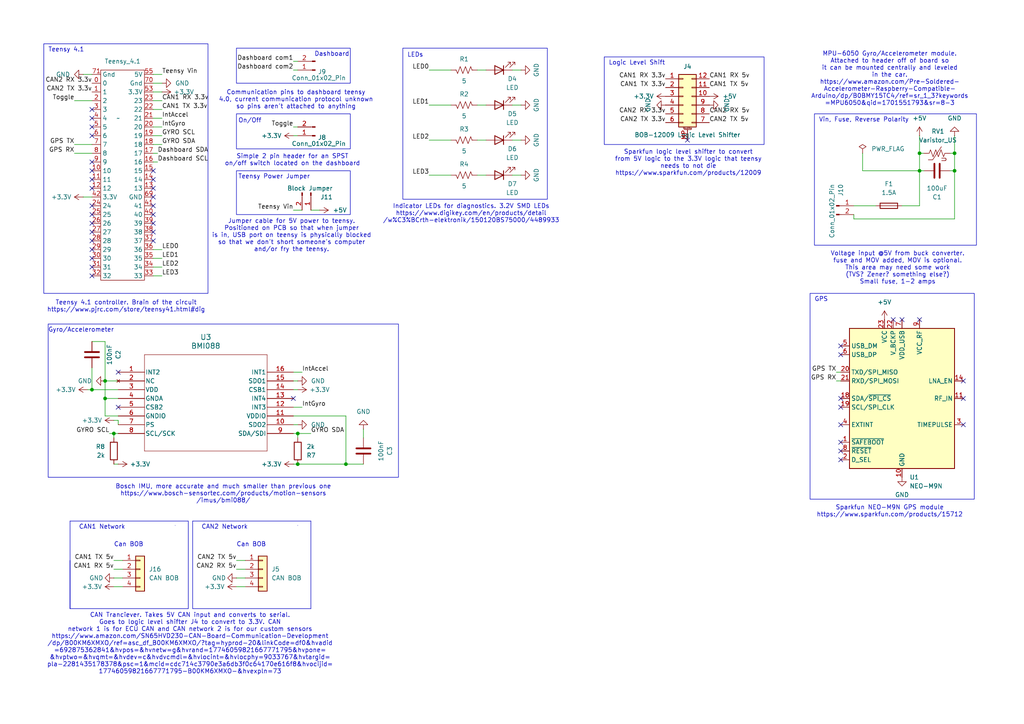
<source format=kicad_sch>
(kicad_sch
	(version 20231120)
	(generator "eeschema")
	(generator_version "8.0")
	(uuid "8dd891e9-67ae-494e-afe1-1b84922e5980")
	(paper "A4")
	(title_block
		(title "HAL-9 Teensy 4.1 Breakout Board")
		(rev "3.0.0")
		(company "WAZZU Racing")
		(comment 1 "Code By: Aidan Bachart")
		(comment 2 "Design By: Carson Clary")
	)
	(lib_symbols
		(symbol "2024-09-11_23-58-10:BMI088"
			(pin_names
				(offset 0.254)
			)
			(exclude_from_sim no)
			(in_bom yes)
			(on_board yes)
			(property "Reference" "U"
				(at 25.4 10.16 0)
				(effects
					(font
						(size 1.524 1.524)
					)
				)
			)
			(property "Value" "BMI088"
				(at 25.4 7.62 0)
				(effects
					(font
						(size 1.524 1.524)
					)
				)
			)
			(property "Footprint" "QFN_BMI085_BOS"
				(at 0 0 0)
				(effects
					(font
						(size 1.27 1.27)
						(italic yes)
					)
					(hide yes)
				)
			)
			(property "Datasheet" "BMI088"
				(at 0 0 0)
				(effects
					(font
						(size 1.27 1.27)
						(italic yes)
					)
					(hide yes)
				)
			)
			(property "Description" ""
				(at 0 0 0)
				(effects
					(font
						(size 1.27 1.27)
					)
					(hide yes)
				)
			)
			(property "ki_locked" ""
				(at 0 0 0)
				(effects
					(font
						(size 1.27 1.27)
					)
				)
			)
			(property "ki_keywords" "BMI088"
				(at 0 0 0)
				(effects
					(font
						(size 1.27 1.27)
					)
					(hide yes)
				)
			)
			(property "ki_fp_filters" "QFN_BMI085_BOS"
				(at 0 0 0)
				(effects
					(font
						(size 1.27 1.27)
					)
					(hide yes)
				)
			)
			(symbol "BMI088_0_1"
				(polyline
					(pts
						(xy 7.62 -22.86) (xy 43.18 -22.86)
					)
					(stroke
						(width 0.127)
						(type default)
					)
					(fill
						(type none)
					)
				)
				(polyline
					(pts
						(xy 7.62 5.08) (xy 7.62 -22.86)
					)
					(stroke
						(width 0.127)
						(type default)
					)
					(fill
						(type none)
					)
				)
				(polyline
					(pts
						(xy 43.18 -22.86) (xy 43.18 5.08)
					)
					(stroke
						(width 0.127)
						(type default)
					)
					(fill
						(type none)
					)
				)
				(polyline
					(pts
						(xy 43.18 5.08) (xy 7.62 5.08)
					)
					(stroke
						(width 0.127)
						(type default)
					)
					(fill
						(type none)
					)
				)
				(pin bidirectional line
					(at 0 0 0)
					(length 7.62)
					(name "INT2"
						(effects
							(font
								(size 1.27 1.27)
							)
						)
					)
					(number "1"
						(effects
							(font
								(size 1.27 1.27)
							)
						)
					)
				)
				(pin bidirectional line
					(at 50.8 -15.24 180)
					(length 7.62)
					(name "SDO2"
						(effects
							(font
								(size 1.27 1.27)
							)
						)
					)
					(number "10"
						(effects
							(font
								(size 1.27 1.27)
							)
						)
					)
				)
				(pin power_in line
					(at 50.8 -12.7 180)
					(length 7.62)
					(name "VDDIO"
						(effects
							(font
								(size 1.27 1.27)
							)
						)
					)
					(number "11"
						(effects
							(font
								(size 1.27 1.27)
							)
						)
					)
				)
				(pin bidirectional line
					(at 50.8 -10.16 180)
					(length 7.62)
					(name "INT3"
						(effects
							(font
								(size 1.27 1.27)
							)
						)
					)
					(number "12"
						(effects
							(font
								(size 1.27 1.27)
							)
						)
					)
				)
				(pin bidirectional line
					(at 50.8 -7.62 180)
					(length 7.62)
					(name "INT4"
						(effects
							(font
								(size 1.27 1.27)
							)
						)
					)
					(number "13"
						(effects
							(font
								(size 1.27 1.27)
							)
						)
					)
				)
				(pin bidirectional line
					(at 50.8 -5.08 180)
					(length 7.62)
					(name "CSB1"
						(effects
							(font
								(size 1.27 1.27)
							)
						)
					)
					(number "14"
						(effects
							(font
								(size 1.27 1.27)
							)
						)
					)
				)
				(pin bidirectional line
					(at 50.8 -2.54 180)
					(length 7.62)
					(name "SDO1"
						(effects
							(font
								(size 1.27 1.27)
							)
						)
					)
					(number "15"
						(effects
							(font
								(size 1.27 1.27)
							)
						)
					)
				)
				(pin bidirectional line
					(at 50.8 0 180)
					(length 7.62)
					(name "INT1"
						(effects
							(font
								(size 1.27 1.27)
							)
						)
					)
					(number "16"
						(effects
							(font
								(size 1.27 1.27)
							)
						)
					)
				)
				(pin no_connect line
					(at 0 -2.54 0)
					(length 7.62)
					(name "NC"
						(effects
							(font
								(size 1.27 1.27)
							)
						)
					)
					(number "2"
						(effects
							(font
								(size 1.27 1.27)
							)
						)
					)
				)
				(pin power_in line
					(at 0 -5.08 0)
					(length 7.62)
					(name "VDD"
						(effects
							(font
								(size 1.27 1.27)
							)
						)
					)
					(number "3"
						(effects
							(font
								(size 1.27 1.27)
							)
						)
					)
				)
				(pin power_out line
					(at 0 -7.62 0)
					(length 7.62)
					(name "GNDA"
						(effects
							(font
								(size 1.27 1.27)
							)
						)
					)
					(number "4"
						(effects
							(font
								(size 1.27 1.27)
							)
						)
					)
				)
				(pin bidirectional line
					(at 0 -10.16 0)
					(length 7.62)
					(name "CSB2"
						(effects
							(font
								(size 1.27 1.27)
							)
						)
					)
					(number "5"
						(effects
							(font
								(size 1.27 1.27)
							)
						)
					)
				)
				(pin power_out line
					(at 0 -12.7 0)
					(length 7.62)
					(name "GNDIO"
						(effects
							(font
								(size 1.27 1.27)
							)
						)
					)
					(number "6"
						(effects
							(font
								(size 1.27 1.27)
							)
						)
					)
				)
				(pin unspecified line
					(at 0 -15.24 0)
					(length 7.62)
					(name "PS"
						(effects
							(font
								(size 1.27 1.27)
							)
						)
					)
					(number "7"
						(effects
							(font
								(size 1.27 1.27)
							)
						)
					)
				)
				(pin unspecified line
					(at 0 -17.78 0)
					(length 7.62)
					(name "SCL/SCK"
						(effects
							(font
								(size 1.27 1.27)
							)
						)
					)
					(number "8"
						(effects
							(font
								(size 1.27 1.27)
							)
						)
					)
				)
				(pin unspecified line
					(at 50.8 -17.78 180)
					(length 7.62)
					(name "SDA/SDI"
						(effects
							(font
								(size 1.27 1.27)
							)
						)
					)
					(number "9"
						(effects
							(font
								(size 1.27 1.27)
							)
						)
					)
				)
			)
		)
		(symbol "Connector:Conn_01x02_Pin"
			(pin_names
				(offset 1.016) hide)
			(exclude_from_sim no)
			(in_bom yes)
			(on_board yes)
			(property "Reference" "J"
				(at 0 2.54 0)
				(effects
					(font
						(size 1.27 1.27)
					)
				)
			)
			(property "Value" "Conn_01x02_Pin"
				(at 0 -5.08 0)
				(effects
					(font
						(size 1.27 1.27)
					)
				)
			)
			(property "Footprint" ""
				(at 0 0 0)
				(effects
					(font
						(size 1.27 1.27)
					)
					(hide yes)
				)
			)
			(property "Datasheet" "~"
				(at 0 0 0)
				(effects
					(font
						(size 1.27 1.27)
					)
					(hide yes)
				)
			)
			(property "Description" "Generic connector, single row, 01x02, script generated"
				(at 0 0 0)
				(effects
					(font
						(size 1.27 1.27)
					)
					(hide yes)
				)
			)
			(property "ki_locked" ""
				(at 0 0 0)
				(effects
					(font
						(size 1.27 1.27)
					)
				)
			)
			(property "ki_keywords" "connector"
				(at 0 0 0)
				(effects
					(font
						(size 1.27 1.27)
					)
					(hide yes)
				)
			)
			(property "ki_fp_filters" "Connector*:*_1x??_*"
				(at 0 0 0)
				(effects
					(font
						(size 1.27 1.27)
					)
					(hide yes)
				)
			)
			(symbol "Conn_01x02_Pin_1_1"
				(polyline
					(pts
						(xy 1.27 -2.54) (xy 0.8636 -2.54)
					)
					(stroke
						(width 0.1524)
						(type default)
					)
					(fill
						(type none)
					)
				)
				(polyline
					(pts
						(xy 1.27 0) (xy 0.8636 0)
					)
					(stroke
						(width 0.1524)
						(type default)
					)
					(fill
						(type none)
					)
				)
				(rectangle
					(start 0.8636 -2.413)
					(end 0 -2.667)
					(stroke
						(width 0.1524)
						(type default)
					)
					(fill
						(type outline)
					)
				)
				(rectangle
					(start 0.8636 0.127)
					(end 0 -0.127)
					(stroke
						(width 0.1524)
						(type default)
					)
					(fill
						(type outline)
					)
				)
				(pin passive line
					(at 5.08 0 180)
					(length 3.81)
					(name "Pin_1"
						(effects
							(font
								(size 1.27 1.27)
							)
						)
					)
					(number "1"
						(effects
							(font
								(size 1.27 1.27)
							)
						)
					)
				)
				(pin passive line
					(at 5.08 -2.54 180)
					(length 3.81)
					(name "Pin_2"
						(effects
							(font
								(size 1.27 1.27)
							)
						)
					)
					(number "2"
						(effects
							(font
								(size 1.27 1.27)
							)
						)
					)
				)
			)
		)
		(symbol "Connector_Generic:Conn_01x04"
			(pin_names
				(offset 1.016) hide)
			(exclude_from_sim no)
			(in_bom yes)
			(on_board yes)
			(property "Reference" "J"
				(at 0 5.08 0)
				(effects
					(font
						(size 1.27 1.27)
					)
				)
			)
			(property "Value" "Conn_01x04"
				(at 0 -7.62 0)
				(effects
					(font
						(size 1.27 1.27)
					)
				)
			)
			(property "Footprint" ""
				(at 0 0 0)
				(effects
					(font
						(size 1.27 1.27)
					)
					(hide yes)
				)
			)
			(property "Datasheet" "~"
				(at 0 0 0)
				(effects
					(font
						(size 1.27 1.27)
					)
					(hide yes)
				)
			)
			(property "Description" "Generic connector, single row, 01x04, script generated (kicad-library-utils/schlib/autogen/connector/)"
				(at 0 0 0)
				(effects
					(font
						(size 1.27 1.27)
					)
					(hide yes)
				)
			)
			(property "ki_keywords" "connector"
				(at 0 0 0)
				(effects
					(font
						(size 1.27 1.27)
					)
					(hide yes)
				)
			)
			(property "ki_fp_filters" "Connector*:*_1x??_*"
				(at 0 0 0)
				(effects
					(font
						(size 1.27 1.27)
					)
					(hide yes)
				)
			)
			(symbol "Conn_01x04_1_1"
				(rectangle
					(start -1.27 -4.953)
					(end 0 -5.207)
					(stroke
						(width 0.1524)
						(type default)
					)
					(fill
						(type none)
					)
				)
				(rectangle
					(start -1.27 -2.413)
					(end 0 -2.667)
					(stroke
						(width 0.1524)
						(type default)
					)
					(fill
						(type none)
					)
				)
				(rectangle
					(start -1.27 0.127)
					(end 0 -0.127)
					(stroke
						(width 0.1524)
						(type default)
					)
					(fill
						(type none)
					)
				)
				(rectangle
					(start -1.27 2.667)
					(end 0 2.413)
					(stroke
						(width 0.1524)
						(type default)
					)
					(fill
						(type none)
					)
				)
				(rectangle
					(start -1.27 3.81)
					(end 1.27 -6.35)
					(stroke
						(width 0.254)
						(type default)
					)
					(fill
						(type background)
					)
				)
				(pin passive line
					(at -5.08 2.54 0)
					(length 3.81)
					(name "Pin_1"
						(effects
							(font
								(size 1.27 1.27)
							)
						)
					)
					(number "1"
						(effects
							(font
								(size 1.27 1.27)
							)
						)
					)
				)
				(pin passive line
					(at -5.08 0 0)
					(length 3.81)
					(name "Pin_2"
						(effects
							(font
								(size 1.27 1.27)
							)
						)
					)
					(number "2"
						(effects
							(font
								(size 1.27 1.27)
							)
						)
					)
				)
				(pin passive line
					(at -5.08 -2.54 0)
					(length 3.81)
					(name "Pin_3"
						(effects
							(font
								(size 1.27 1.27)
							)
						)
					)
					(number "3"
						(effects
							(font
								(size 1.27 1.27)
							)
						)
					)
				)
				(pin passive line
					(at -5.08 -5.08 0)
					(length 3.81)
					(name "Pin_4"
						(effects
							(font
								(size 1.27 1.27)
							)
						)
					)
					(number "4"
						(effects
							(font
								(size 1.27 1.27)
							)
						)
					)
				)
			)
		)
		(symbol "Connector_Generic_MountingPin:Conn_02x06_Counter_Clockwise_MountingPin"
			(pin_names
				(offset 1.016) hide)
			(exclude_from_sim no)
			(in_bom yes)
			(on_board yes)
			(property "Reference" "J"
				(at 1.27 7.62 0)
				(effects
					(font
						(size 1.27 1.27)
					)
				)
			)
			(property "Value" "Conn_02x06_Counter_Clockwise_MountingPin"
				(at 2.54 -10.16 0)
				(effects
					(font
						(size 1.27 1.27)
					)
					(justify left)
				)
			)
			(property "Footprint" ""
				(at 0 0 0)
				(effects
					(font
						(size 1.27 1.27)
					)
					(hide yes)
				)
			)
			(property "Datasheet" "~"
				(at 0 0 0)
				(effects
					(font
						(size 1.27 1.27)
					)
					(hide yes)
				)
			)
			(property "Description" "Generic connectable mounting pin connector, double row, 02x06, counter clockwise pin numbering scheme (similar to DIP package numbering), script generated (kicad-library-utils/schlib/autogen/connector/)"
				(at 0 0 0)
				(effects
					(font
						(size 1.27 1.27)
					)
					(hide yes)
				)
			)
			(property "ki_keywords" "connector"
				(at 0 0 0)
				(effects
					(font
						(size 1.27 1.27)
					)
					(hide yes)
				)
			)
			(property "ki_fp_filters" "Connector*:*_2x??-1MP*"
				(at 0 0 0)
				(effects
					(font
						(size 1.27 1.27)
					)
					(hide yes)
				)
			)
			(symbol "Conn_02x06_Counter_Clockwise_MountingPin_1_1"
				(rectangle
					(start -1.27 -7.493)
					(end 0 -7.747)
					(stroke
						(width 0.1524)
						(type default)
					)
					(fill
						(type none)
					)
				)
				(rectangle
					(start -1.27 -4.953)
					(end 0 -5.207)
					(stroke
						(width 0.1524)
						(type default)
					)
					(fill
						(type none)
					)
				)
				(rectangle
					(start -1.27 -2.413)
					(end 0 -2.667)
					(stroke
						(width 0.1524)
						(type default)
					)
					(fill
						(type none)
					)
				)
				(rectangle
					(start -1.27 0.127)
					(end 0 -0.127)
					(stroke
						(width 0.1524)
						(type default)
					)
					(fill
						(type none)
					)
				)
				(rectangle
					(start -1.27 2.667)
					(end 0 2.413)
					(stroke
						(width 0.1524)
						(type default)
					)
					(fill
						(type none)
					)
				)
				(rectangle
					(start -1.27 5.207)
					(end 0 4.953)
					(stroke
						(width 0.1524)
						(type default)
					)
					(fill
						(type none)
					)
				)
				(rectangle
					(start -1.27 6.35)
					(end 3.81 -8.89)
					(stroke
						(width 0.254)
						(type default)
					)
					(fill
						(type background)
					)
				)
				(polyline
					(pts
						(xy 0.254 -9.652) (xy 2.286 -9.652)
					)
					(stroke
						(width 0.1524)
						(type default)
					)
					(fill
						(type none)
					)
				)
				(rectangle
					(start 3.81 -7.493)
					(end 2.54 -7.747)
					(stroke
						(width 0.1524)
						(type default)
					)
					(fill
						(type none)
					)
				)
				(rectangle
					(start 3.81 -4.953)
					(end 2.54 -5.207)
					(stroke
						(width 0.1524)
						(type default)
					)
					(fill
						(type none)
					)
				)
				(rectangle
					(start 3.81 -2.413)
					(end 2.54 -2.667)
					(stroke
						(width 0.1524)
						(type default)
					)
					(fill
						(type none)
					)
				)
				(rectangle
					(start 3.81 0.127)
					(end 2.54 -0.127)
					(stroke
						(width 0.1524)
						(type default)
					)
					(fill
						(type none)
					)
				)
				(rectangle
					(start 3.81 2.667)
					(end 2.54 2.413)
					(stroke
						(width 0.1524)
						(type default)
					)
					(fill
						(type none)
					)
				)
				(rectangle
					(start 3.81 5.207)
					(end 2.54 4.953)
					(stroke
						(width 0.1524)
						(type default)
					)
					(fill
						(type none)
					)
				)
				(text "Mounting"
					(at 1.27 -9.271 0)
					(effects
						(font
							(size 0.381 0.381)
						)
					)
				)
				(pin passive line
					(at -5.08 5.08 0)
					(length 3.81)
					(name "Pin_1"
						(effects
							(font
								(size 1.27 1.27)
							)
						)
					)
					(number "1"
						(effects
							(font
								(size 1.27 1.27)
							)
						)
					)
				)
				(pin passive line
					(at 7.62 0 180)
					(length 3.81)
					(name "Pin_10"
						(effects
							(font
								(size 1.27 1.27)
							)
						)
					)
					(number "10"
						(effects
							(font
								(size 1.27 1.27)
							)
						)
					)
				)
				(pin passive line
					(at 7.62 2.54 180)
					(length 3.81)
					(name "Pin_11"
						(effects
							(font
								(size 1.27 1.27)
							)
						)
					)
					(number "11"
						(effects
							(font
								(size 1.27 1.27)
							)
						)
					)
				)
				(pin passive line
					(at 7.62 5.08 180)
					(length 3.81)
					(name "Pin_12"
						(effects
							(font
								(size 1.27 1.27)
							)
						)
					)
					(number "12"
						(effects
							(font
								(size 1.27 1.27)
							)
						)
					)
				)
				(pin passive line
					(at -5.08 2.54 0)
					(length 3.81)
					(name "Pin_2"
						(effects
							(font
								(size 1.27 1.27)
							)
						)
					)
					(number "2"
						(effects
							(font
								(size 1.27 1.27)
							)
						)
					)
				)
				(pin passive line
					(at -5.08 0 0)
					(length 3.81)
					(name "Pin_3"
						(effects
							(font
								(size 1.27 1.27)
							)
						)
					)
					(number "3"
						(effects
							(font
								(size 1.27 1.27)
							)
						)
					)
				)
				(pin passive line
					(at -5.08 -2.54 0)
					(length 3.81)
					(name "Pin_4"
						(effects
							(font
								(size 1.27 1.27)
							)
						)
					)
					(number "4"
						(effects
							(font
								(size 1.27 1.27)
							)
						)
					)
				)
				(pin passive line
					(at -5.08 -5.08 0)
					(length 3.81)
					(name "Pin_5"
						(effects
							(font
								(size 1.27 1.27)
							)
						)
					)
					(number "5"
						(effects
							(font
								(size 1.27 1.27)
							)
						)
					)
				)
				(pin passive line
					(at -5.08 -7.62 0)
					(length 3.81)
					(name "Pin_6"
						(effects
							(font
								(size 1.27 1.27)
							)
						)
					)
					(number "6"
						(effects
							(font
								(size 1.27 1.27)
							)
						)
					)
				)
				(pin passive line
					(at 7.62 -7.62 180)
					(length 3.81)
					(name "Pin_7"
						(effects
							(font
								(size 1.27 1.27)
							)
						)
					)
					(number "7"
						(effects
							(font
								(size 1.27 1.27)
							)
						)
					)
				)
				(pin passive line
					(at 7.62 -5.08 180)
					(length 3.81)
					(name "Pin_8"
						(effects
							(font
								(size 1.27 1.27)
							)
						)
					)
					(number "8"
						(effects
							(font
								(size 1.27 1.27)
							)
						)
					)
				)
				(pin passive line
					(at 7.62 -2.54 180)
					(length 3.81)
					(name "Pin_9"
						(effects
							(font
								(size 1.27 1.27)
							)
						)
					)
					(number "9"
						(effects
							(font
								(size 1.27 1.27)
							)
						)
					)
				)
				(pin passive line
					(at 1.27 -12.7 90)
					(length 3.048)
					(name "MountPin"
						(effects
							(font
								(size 1.27 1.27)
							)
						)
					)
					(number "MP"
						(effects
							(font
								(size 1.27 1.27)
							)
						)
					)
				)
			)
		)
		(symbol "Custom_lib:Teensy_4.1"
			(exclude_from_sim no)
			(in_bom yes)
			(on_board yes)
			(property "Reference" "Teensy_4.1"
				(at -1.27 31.75 0)
				(effects
					(font
						(size 1.27 1.27)
					)
				)
			)
			(property "Value" ""
				(at -1.27 16.51 0)
				(effects
					(font
						(size 1.27 1.27)
					)
				)
			)
			(property "Footprint" ""
				(at -1.27 16.51 0)
				(effects
					(font
						(size 1.27 1.27)
					)
					(hide yes)
				)
			)
			(property "Datasheet" ""
				(at -1.27 16.51 0)
				(effects
					(font
						(size 1.27 1.27)
					)
					(hide yes)
				)
			)
			(property "Description" ""
				(at 0 0 0)
				(effects
					(font
						(size 1.27 1.27)
					)
					(hide yes)
				)
			)
			(symbol "Teensy_4.1_0_1"
				(rectangle
					(start -6.35 30.48)
					(end 6.35 -30.48)
					(stroke
						(width 0)
						(type default)
					)
					(fill
						(type none)
					)
				)
			)
			(symbol "Teensy_4.1_1_1"
				(pin bidirectional line
					(at -8.89 26.67 0)
					(length 2.54)
					(name "0"
						(effects
							(font
								(size 1.27 1.27)
							)
						)
					)
					(number "0"
						(effects
							(font
								(size 1.27 1.27)
							)
						)
					)
				)
				(pin bidirectional line
					(at -8.89 24.13 0)
					(length 2.54)
					(name "1"
						(effects
							(font
								(size 1.27 1.27)
							)
						)
					)
					(number "1"
						(effects
							(font
								(size 1.27 1.27)
							)
						)
					)
				)
				(pin bidirectional line
					(at -8.89 1.27 0)
					(length 2.54)
					(name "10"
						(effects
							(font
								(size 1.27 1.27)
							)
						)
					)
					(number "10"
						(effects
							(font
								(size 1.27 1.27)
							)
						)
					)
				)
				(pin bidirectional line
					(at -8.89 -1.27 0)
					(length 2.54)
					(name "11"
						(effects
							(font
								(size 1.27 1.27)
							)
						)
					)
					(number "11"
						(effects
							(font
								(size 1.27 1.27)
							)
						)
					)
				)
				(pin bidirectional line
					(at -8.89 -3.81 0)
					(length 2.54)
					(name "12"
						(effects
							(font
								(size 1.27 1.27)
							)
						)
					)
					(number "12"
						(effects
							(font
								(size 1.27 1.27)
							)
						)
					)
				)
				(pin bidirectional line
					(at 8.89 -3.81 180)
					(length 2.54)
					(name "13"
						(effects
							(font
								(size 1.27 1.27)
							)
						)
					)
					(number "13"
						(effects
							(font
								(size 1.27 1.27)
							)
						)
					)
				)
				(pin bidirectional line
					(at 8.89 -1.27 180)
					(length 2.54)
					(name "14"
						(effects
							(font
								(size 1.27 1.27)
							)
						)
					)
					(number "14"
						(effects
							(font
								(size 1.27 1.27)
							)
						)
					)
				)
				(pin bidirectional line
					(at 8.89 1.27 180)
					(length 2.54)
					(name "15"
						(effects
							(font
								(size 1.27 1.27)
							)
						)
					)
					(number "15"
						(effects
							(font
								(size 1.27 1.27)
							)
						)
					)
				)
				(pin bidirectional line
					(at 8.89 3.81 180)
					(length 2.54)
					(name "16"
						(effects
							(font
								(size 1.27 1.27)
							)
						)
					)
					(number "16"
						(effects
							(font
								(size 1.27 1.27)
							)
						)
					)
				)
				(pin bidirectional line
					(at 8.89 6.35 180)
					(length 2.54)
					(name "17"
						(effects
							(font
								(size 1.27 1.27)
							)
						)
					)
					(number "17"
						(effects
							(font
								(size 1.27 1.27)
							)
						)
					)
				)
				(pin bidirectional line
					(at 8.89 8.89 180)
					(length 2.54)
					(name "18"
						(effects
							(font
								(size 1.27 1.27)
							)
						)
					)
					(number "18"
						(effects
							(font
								(size 1.27 1.27)
							)
						)
					)
				)
				(pin bidirectional line
					(at 8.89 11.43 180)
					(length 2.54)
					(name "19"
						(effects
							(font
								(size 1.27 1.27)
							)
						)
					)
					(number "19"
						(effects
							(font
								(size 1.27 1.27)
							)
						)
					)
				)
				(pin bidirectional line
					(at -8.89 21.59 0)
					(length 2.54)
					(name "2"
						(effects
							(font
								(size 1.27 1.27)
							)
						)
					)
					(number "2"
						(effects
							(font
								(size 1.27 1.27)
							)
						)
					)
				)
				(pin bidirectional line
					(at 8.89 13.97 180)
					(length 2.54)
					(name "20"
						(effects
							(font
								(size 1.27 1.27)
							)
						)
					)
					(number "20"
						(effects
							(font
								(size 1.27 1.27)
							)
						)
					)
				)
				(pin bidirectional line
					(at 8.89 16.51 180)
					(length 2.54)
					(name "21"
						(effects
							(font
								(size 1.27 1.27)
							)
						)
					)
					(number "21"
						(effects
							(font
								(size 1.27 1.27)
							)
						)
					)
				)
				(pin bidirectional line
					(at 8.89 19.05 180)
					(length 2.54)
					(name "22"
						(effects
							(font
								(size 1.27 1.27)
							)
						)
					)
					(number "22"
						(effects
							(font
								(size 1.27 1.27)
							)
						)
					)
				)
				(pin bidirectional line
					(at 8.89 21.59 180)
					(length 2.54)
					(name "23"
						(effects
							(font
								(size 1.27 1.27)
							)
						)
					)
					(number "23"
						(effects
							(font
								(size 1.27 1.27)
							)
						)
					)
				)
				(pin bidirectional line
					(at -8.89 -8.89 0)
					(length 2.54)
					(name "24"
						(effects
							(font
								(size 1.27 1.27)
							)
						)
					)
					(number "24"
						(effects
							(font
								(size 1.27 1.27)
							)
						)
					)
				)
				(pin bidirectional line
					(at -8.89 -11.43 0)
					(length 2.54)
					(name "25"
						(effects
							(font
								(size 1.27 1.27)
							)
						)
					)
					(number "25"
						(effects
							(font
								(size 1.27 1.27)
							)
						)
					)
				)
				(pin bidirectional line
					(at -8.89 -13.97 0)
					(length 2.54)
					(name "26"
						(effects
							(font
								(size 1.27 1.27)
							)
						)
					)
					(number "26"
						(effects
							(font
								(size 1.27 1.27)
							)
						)
					)
				)
				(pin bidirectional line
					(at -8.89 -16.51 0)
					(length 2.54)
					(name "27"
						(effects
							(font
								(size 1.27 1.27)
							)
						)
					)
					(number "27"
						(effects
							(font
								(size 1.27 1.27)
							)
						)
					)
				)
				(pin bidirectional line
					(at -8.89 -19.05 0)
					(length 2.54)
					(name "28"
						(effects
							(font
								(size 1.27 1.27)
							)
						)
					)
					(number "28"
						(effects
							(font
								(size 1.27 1.27)
							)
						)
					)
				)
				(pin bidirectional line
					(at -8.89 -21.59 0)
					(length 2.54)
					(name "29"
						(effects
							(font
								(size 1.27 1.27)
							)
						)
					)
					(number "29"
						(effects
							(font
								(size 1.27 1.27)
							)
						)
					)
				)
				(pin bidirectional line
					(at -8.89 19.05 0)
					(length 2.54)
					(name "3"
						(effects
							(font
								(size 1.27 1.27)
							)
						)
					)
					(number "3"
						(effects
							(font
								(size 1.27 1.27)
							)
						)
					)
				)
				(pin bidirectional line
					(at -8.89 -24.13 0)
					(length 2.54)
					(name "30"
						(effects
							(font
								(size 1.27 1.27)
							)
						)
					)
					(number "30"
						(effects
							(font
								(size 1.27 1.27)
							)
						)
					)
				)
				(pin bidirectional line
					(at -8.89 -26.67 0)
					(length 2.54)
					(name "31"
						(effects
							(font
								(size 1.27 1.27)
							)
						)
					)
					(number "31"
						(effects
							(font
								(size 1.27 1.27)
							)
						)
					)
				)
				(pin bidirectional line
					(at -8.89 -29.21 0)
					(length 2.54)
					(name "32"
						(effects
							(font
								(size 1.27 1.27)
							)
						)
					)
					(number "32"
						(effects
							(font
								(size 1.27 1.27)
							)
						)
					)
				)
				(pin bidirectional line
					(at 8.89 -29.21 180)
					(length 2.54)
					(name "33"
						(effects
							(font
								(size 1.27 1.27)
							)
						)
					)
					(number "33"
						(effects
							(font
								(size 1.27 1.27)
							)
						)
					)
				)
				(pin bidirectional line
					(at 8.89 -26.67 180)
					(length 2.54)
					(name "34"
						(effects
							(font
								(size 1.27 1.27)
							)
						)
					)
					(number "34"
						(effects
							(font
								(size 1.27 1.27)
							)
						)
					)
				)
				(pin bidirectional line
					(at 8.89 -24.13 180)
					(length 2.54)
					(name "35"
						(effects
							(font
								(size 1.27 1.27)
							)
						)
					)
					(number "35"
						(effects
							(font
								(size 1.27 1.27)
							)
						)
					)
				)
				(pin bidirectional line
					(at 8.89 -21.59 180)
					(length 2.54)
					(name "36"
						(effects
							(font
								(size 1.27 1.27)
							)
						)
					)
					(number "36"
						(effects
							(font
								(size 1.27 1.27)
							)
						)
					)
				)
				(pin bidirectional line
					(at 8.89 -19.05 180)
					(length 2.54)
					(name "37"
						(effects
							(font
								(size 1.27 1.27)
							)
						)
					)
					(number "37"
						(effects
							(font
								(size 1.27 1.27)
							)
						)
					)
				)
				(pin bidirectional line
					(at 8.89 -16.51 180)
					(length 2.54)
					(name "38"
						(effects
							(font
								(size 1.27 1.27)
							)
						)
					)
					(number "38"
						(effects
							(font
								(size 1.27 1.27)
							)
						)
					)
				)
				(pin bidirectional line
					(at 8.89 -13.97 180)
					(length 2.54)
					(name "39"
						(effects
							(font
								(size 1.27 1.27)
							)
						)
					)
					(number "39"
						(effects
							(font
								(size 1.27 1.27)
							)
						)
					)
				)
				(pin bidirectional line
					(at -8.89 16.51 0)
					(length 2.54)
					(name "4"
						(effects
							(font
								(size 1.27 1.27)
							)
						)
					)
					(number "4"
						(effects
							(font
								(size 1.27 1.27)
							)
						)
					)
				)
				(pin bidirectional line
					(at 8.89 -11.43 180)
					(length 2.54)
					(name "40"
						(effects
							(font
								(size 1.27 1.27)
							)
						)
					)
					(number "40"
						(effects
							(font
								(size 1.27 1.27)
							)
						)
					)
				)
				(pin bidirectional line
					(at 8.89 -8.89 180)
					(length 2.54)
					(name "41"
						(effects
							(font
								(size 1.27 1.27)
							)
						)
					)
					(number "41"
						(effects
							(font
								(size 1.27 1.27)
							)
						)
					)
				)
				(pin passive line
					(at -8.89 -6.35 0)
					(length 2.54)
					(name "3.3V"
						(effects
							(font
								(size 1.27 1.27)
							)
						)
					)
					(number "42"
						(effects
							(font
								(size 1.27 1.27)
							)
						)
					)
				)
				(pin bidirectional line
					(at -8.89 13.97 0)
					(length 2.54)
					(name "5"
						(effects
							(font
								(size 1.27 1.27)
							)
						)
					)
					(number "5"
						(effects
							(font
								(size 1.27 1.27)
							)
						)
					)
				)
				(pin passive line
					(at 8.89 24.13 180)
					(length 2.54)
					(name "3.3V"
						(effects
							(font
								(size 1.27 1.27)
							)
						)
					)
					(number "53"
						(effects
							(font
								(size 1.27 1.27)
							)
						)
					)
				)
				(pin passive line
					(at 8.89 29.21 180)
					(length 2.54)
					(name "5V"
						(effects
							(font
								(size 1.27 1.27)
							)
						)
					)
					(number "55"
						(effects
							(font
								(size 1.27 1.27)
							)
						)
					)
				)
				(pin bidirectional line
					(at -8.89 11.43 0)
					(length 2.54)
					(name "6"
						(effects
							(font
								(size 1.27 1.27)
							)
						)
					)
					(number "6"
						(effects
							(font
								(size 1.27 1.27)
							)
						)
					)
				)
				(pin bidirectional line
					(at 8.89 -6.35 180)
					(length 2.54)
					(name "GND"
						(effects
							(font
								(size 1.27 1.27)
							)
						)
					)
					(number "69"
						(effects
							(font
								(size 1.27 1.27)
							)
						)
					)
				)
				(pin bidirectional line
					(at -8.89 8.89 0)
					(length 2.54)
					(name "7"
						(effects
							(font
								(size 1.27 1.27)
							)
						)
					)
					(number "7"
						(effects
							(font
								(size 1.27 1.27)
							)
						)
					)
				)
				(pin passive line
					(at 8.89 26.67 180)
					(length 2.54)
					(name "Gnd"
						(effects
							(font
								(size 1.27 1.27)
							)
						)
					)
					(number "70"
						(effects
							(font
								(size 1.27 1.27)
							)
						)
					)
				)
				(pin passive line
					(at -8.89 29.21 0)
					(length 2.54)
					(name "Gnd"
						(effects
							(font
								(size 1.27 1.27)
							)
						)
					)
					(number "71"
						(effects
							(font
								(size 1.27 1.27)
							)
						)
					)
				)
				(pin bidirectional line
					(at -8.89 6.35 0)
					(length 2.54)
					(name "8"
						(effects
							(font
								(size 1.27 1.27)
							)
						)
					)
					(number "8"
						(effects
							(font
								(size 1.27 1.27)
							)
						)
					)
				)
				(pin bidirectional line
					(at -8.89 3.81 0)
					(length 2.54)
					(name "9"
						(effects
							(font
								(size 1.27 1.27)
							)
						)
					)
					(number "9"
						(effects
							(font
								(size 1.27 1.27)
							)
						)
					)
				)
			)
		)
		(symbol "Device:C"
			(pin_numbers hide)
			(pin_names
				(offset 0.254)
			)
			(exclude_from_sim no)
			(in_bom yes)
			(on_board yes)
			(property "Reference" "C"
				(at 0.635 2.54 0)
				(effects
					(font
						(size 1.27 1.27)
					)
					(justify left)
				)
			)
			(property "Value" "C"
				(at 0.635 -2.54 0)
				(effects
					(font
						(size 1.27 1.27)
					)
					(justify left)
				)
			)
			(property "Footprint" ""
				(at 0.9652 -3.81 0)
				(effects
					(font
						(size 1.27 1.27)
					)
					(hide yes)
				)
			)
			(property "Datasheet" "~"
				(at 0 0 0)
				(effects
					(font
						(size 1.27 1.27)
					)
					(hide yes)
				)
			)
			(property "Description" "Unpolarized capacitor"
				(at 0 0 0)
				(effects
					(font
						(size 1.27 1.27)
					)
					(hide yes)
				)
			)
			(property "ki_keywords" "cap capacitor"
				(at 0 0 0)
				(effects
					(font
						(size 1.27 1.27)
					)
					(hide yes)
				)
			)
			(property "ki_fp_filters" "C_*"
				(at 0 0 0)
				(effects
					(font
						(size 1.27 1.27)
					)
					(hide yes)
				)
			)
			(symbol "C_0_1"
				(polyline
					(pts
						(xy -2.032 -0.762) (xy 2.032 -0.762)
					)
					(stroke
						(width 0.508)
						(type default)
					)
					(fill
						(type none)
					)
				)
				(polyline
					(pts
						(xy -2.032 0.762) (xy 2.032 0.762)
					)
					(stroke
						(width 0.508)
						(type default)
					)
					(fill
						(type none)
					)
				)
			)
			(symbol "C_1_1"
				(pin passive line
					(at 0 3.81 270)
					(length 2.794)
					(name "~"
						(effects
							(font
								(size 1.27 1.27)
							)
						)
					)
					(number "1"
						(effects
							(font
								(size 1.27 1.27)
							)
						)
					)
				)
				(pin passive line
					(at 0 -3.81 90)
					(length 2.794)
					(name "~"
						(effects
							(font
								(size 1.27 1.27)
							)
						)
					)
					(number "2"
						(effects
							(font
								(size 1.27 1.27)
							)
						)
					)
				)
			)
		)
		(symbol "Device:Fuse"
			(pin_numbers hide)
			(pin_names
				(offset 0)
			)
			(exclude_from_sim no)
			(in_bom yes)
			(on_board yes)
			(property "Reference" "F"
				(at 2.032 0 90)
				(effects
					(font
						(size 1.27 1.27)
					)
				)
			)
			(property "Value" "Fuse"
				(at -1.905 0 90)
				(effects
					(font
						(size 1.27 1.27)
					)
				)
			)
			(property "Footprint" ""
				(at -1.778 0 90)
				(effects
					(font
						(size 1.27 1.27)
					)
					(hide yes)
				)
			)
			(property "Datasheet" "~"
				(at 0 0 0)
				(effects
					(font
						(size 1.27 1.27)
					)
					(hide yes)
				)
			)
			(property "Description" "Fuse"
				(at 0 0 0)
				(effects
					(font
						(size 1.27 1.27)
					)
					(hide yes)
				)
			)
			(property "ki_keywords" "fuse"
				(at 0 0 0)
				(effects
					(font
						(size 1.27 1.27)
					)
					(hide yes)
				)
			)
			(property "ki_fp_filters" "*Fuse*"
				(at 0 0 0)
				(effects
					(font
						(size 1.27 1.27)
					)
					(hide yes)
				)
			)
			(symbol "Fuse_0_1"
				(rectangle
					(start -0.762 -2.54)
					(end 0.762 2.54)
					(stroke
						(width 0.254)
						(type default)
					)
					(fill
						(type none)
					)
				)
				(polyline
					(pts
						(xy 0 2.54) (xy 0 -2.54)
					)
					(stroke
						(width 0)
						(type default)
					)
					(fill
						(type none)
					)
				)
			)
			(symbol "Fuse_1_1"
				(pin passive line
					(at 0 3.81 270)
					(length 1.27)
					(name "~"
						(effects
							(font
								(size 1.27 1.27)
							)
						)
					)
					(number "1"
						(effects
							(font
								(size 1.27 1.27)
							)
						)
					)
				)
				(pin passive line
					(at 0 -3.81 90)
					(length 1.27)
					(name "~"
						(effects
							(font
								(size 1.27 1.27)
							)
						)
					)
					(number "2"
						(effects
							(font
								(size 1.27 1.27)
							)
						)
					)
				)
			)
		)
		(symbol "Device:LED"
			(pin_numbers hide)
			(pin_names
				(offset 1.016) hide)
			(exclude_from_sim no)
			(in_bom yes)
			(on_board yes)
			(property "Reference" "D"
				(at 0 2.54 0)
				(effects
					(font
						(size 1.27 1.27)
					)
				)
			)
			(property "Value" "LED"
				(at 0 -2.54 0)
				(effects
					(font
						(size 1.27 1.27)
					)
				)
			)
			(property "Footprint" ""
				(at 0 0 0)
				(effects
					(font
						(size 1.27 1.27)
					)
					(hide yes)
				)
			)
			(property "Datasheet" "~"
				(at 0 0 0)
				(effects
					(font
						(size 1.27 1.27)
					)
					(hide yes)
				)
			)
			(property "Description" "Light emitting diode"
				(at 0 0 0)
				(effects
					(font
						(size 1.27 1.27)
					)
					(hide yes)
				)
			)
			(property "ki_keywords" "LED diode"
				(at 0 0 0)
				(effects
					(font
						(size 1.27 1.27)
					)
					(hide yes)
				)
			)
			(property "ki_fp_filters" "LED* LED_SMD:* LED_THT:*"
				(at 0 0 0)
				(effects
					(font
						(size 1.27 1.27)
					)
					(hide yes)
				)
			)
			(symbol "LED_0_1"
				(polyline
					(pts
						(xy -1.27 -1.27) (xy -1.27 1.27)
					)
					(stroke
						(width 0.254)
						(type default)
					)
					(fill
						(type none)
					)
				)
				(polyline
					(pts
						(xy -1.27 0) (xy 1.27 0)
					)
					(stroke
						(width 0)
						(type default)
					)
					(fill
						(type none)
					)
				)
				(polyline
					(pts
						(xy 1.27 -1.27) (xy 1.27 1.27) (xy -1.27 0) (xy 1.27 -1.27)
					)
					(stroke
						(width 0.254)
						(type default)
					)
					(fill
						(type none)
					)
				)
				(polyline
					(pts
						(xy -3.048 -0.762) (xy -4.572 -2.286) (xy -3.81 -2.286) (xy -4.572 -2.286) (xy -4.572 -1.524)
					)
					(stroke
						(width 0)
						(type default)
					)
					(fill
						(type none)
					)
				)
				(polyline
					(pts
						(xy -1.778 -0.762) (xy -3.302 -2.286) (xy -2.54 -2.286) (xy -3.302 -2.286) (xy -3.302 -1.524)
					)
					(stroke
						(width 0)
						(type default)
					)
					(fill
						(type none)
					)
				)
			)
			(symbol "LED_1_1"
				(pin passive line
					(at -3.81 0 0)
					(length 2.54)
					(name "K"
						(effects
							(font
								(size 1.27 1.27)
							)
						)
					)
					(number "1"
						(effects
							(font
								(size 1.27 1.27)
							)
						)
					)
				)
				(pin passive line
					(at 3.81 0 180)
					(length 2.54)
					(name "A"
						(effects
							(font
								(size 1.27 1.27)
							)
						)
					)
					(number "2"
						(effects
							(font
								(size 1.27 1.27)
							)
						)
					)
				)
			)
		)
		(symbol "Device:R"
			(pin_numbers hide)
			(pin_names
				(offset 0)
			)
			(exclude_from_sim no)
			(in_bom yes)
			(on_board yes)
			(property "Reference" "R"
				(at 2.032 0 90)
				(effects
					(font
						(size 1.27 1.27)
					)
				)
			)
			(property "Value" "R"
				(at 0 0 90)
				(effects
					(font
						(size 1.27 1.27)
					)
				)
			)
			(property "Footprint" ""
				(at -1.778 0 90)
				(effects
					(font
						(size 1.27 1.27)
					)
					(hide yes)
				)
			)
			(property "Datasheet" "~"
				(at 0 0 0)
				(effects
					(font
						(size 1.27 1.27)
					)
					(hide yes)
				)
			)
			(property "Description" "Resistor"
				(at 0 0 0)
				(effects
					(font
						(size 1.27 1.27)
					)
					(hide yes)
				)
			)
			(property "ki_keywords" "R res resistor"
				(at 0 0 0)
				(effects
					(font
						(size 1.27 1.27)
					)
					(hide yes)
				)
			)
			(property "ki_fp_filters" "R_*"
				(at 0 0 0)
				(effects
					(font
						(size 1.27 1.27)
					)
					(hide yes)
				)
			)
			(symbol "R_0_1"
				(rectangle
					(start -1.016 -2.54)
					(end 1.016 2.54)
					(stroke
						(width 0.254)
						(type default)
					)
					(fill
						(type none)
					)
				)
			)
			(symbol "R_1_1"
				(pin passive line
					(at 0 3.81 270)
					(length 1.27)
					(name "~"
						(effects
							(font
								(size 1.27 1.27)
							)
						)
					)
					(number "1"
						(effects
							(font
								(size 1.27 1.27)
							)
						)
					)
				)
				(pin passive line
					(at 0 -3.81 90)
					(length 1.27)
					(name "~"
						(effects
							(font
								(size 1.27 1.27)
							)
						)
					)
					(number "2"
						(effects
							(font
								(size 1.27 1.27)
							)
						)
					)
				)
			)
		)
		(symbol "Device:R_US"
			(pin_numbers hide)
			(pin_names
				(offset 0)
			)
			(exclude_from_sim no)
			(in_bom yes)
			(on_board yes)
			(property "Reference" "R"
				(at 2.54 0 90)
				(effects
					(font
						(size 1.27 1.27)
					)
				)
			)
			(property "Value" "R_US"
				(at -2.54 0 90)
				(effects
					(font
						(size 1.27 1.27)
					)
				)
			)
			(property "Footprint" ""
				(at 1.016 -0.254 90)
				(effects
					(font
						(size 1.27 1.27)
					)
					(hide yes)
				)
			)
			(property "Datasheet" "~"
				(at 0 0 0)
				(effects
					(font
						(size 1.27 1.27)
					)
					(hide yes)
				)
			)
			(property "Description" "Resistor, US symbol"
				(at 0 0 0)
				(effects
					(font
						(size 1.27 1.27)
					)
					(hide yes)
				)
			)
			(property "ki_keywords" "R res resistor"
				(at 0 0 0)
				(effects
					(font
						(size 1.27 1.27)
					)
					(hide yes)
				)
			)
			(property "ki_fp_filters" "R_*"
				(at 0 0 0)
				(effects
					(font
						(size 1.27 1.27)
					)
					(hide yes)
				)
			)
			(symbol "R_US_0_1"
				(polyline
					(pts
						(xy 0 -2.286) (xy 0 -2.54)
					)
					(stroke
						(width 0)
						(type default)
					)
					(fill
						(type none)
					)
				)
				(polyline
					(pts
						(xy 0 2.286) (xy 0 2.54)
					)
					(stroke
						(width 0)
						(type default)
					)
					(fill
						(type none)
					)
				)
				(polyline
					(pts
						(xy 0 -0.762) (xy 1.016 -1.143) (xy 0 -1.524) (xy -1.016 -1.905) (xy 0 -2.286)
					)
					(stroke
						(width 0)
						(type default)
					)
					(fill
						(type none)
					)
				)
				(polyline
					(pts
						(xy 0 0.762) (xy 1.016 0.381) (xy 0 0) (xy -1.016 -0.381) (xy 0 -0.762)
					)
					(stroke
						(width 0)
						(type default)
					)
					(fill
						(type none)
					)
				)
				(polyline
					(pts
						(xy 0 2.286) (xy 1.016 1.905) (xy 0 1.524) (xy -1.016 1.143) (xy 0 0.762)
					)
					(stroke
						(width 0)
						(type default)
					)
					(fill
						(type none)
					)
				)
			)
			(symbol "R_US_1_1"
				(pin passive line
					(at 0 3.81 270)
					(length 1.27)
					(name "~"
						(effects
							(font
								(size 1.27 1.27)
							)
						)
					)
					(number "1"
						(effects
							(font
								(size 1.27 1.27)
							)
						)
					)
				)
				(pin passive line
					(at 0 -3.81 90)
					(length 1.27)
					(name "~"
						(effects
							(font
								(size 1.27 1.27)
							)
						)
					)
					(number "2"
						(effects
							(font
								(size 1.27 1.27)
							)
						)
					)
				)
			)
		)
		(symbol "Device:Varistor_US"
			(pin_numbers hide)
			(pin_names
				(offset 0)
			)
			(exclude_from_sim no)
			(in_bom yes)
			(on_board yes)
			(property "Reference" "RV"
				(at 3.175 0 90)
				(effects
					(font
						(size 1.27 1.27)
					)
				)
			)
			(property "Value" "Varistor_US"
				(at -3.175 0 90)
				(effects
					(font
						(size 1.27 1.27)
					)
				)
			)
			(property "Footprint" ""
				(at -1.778 0 90)
				(effects
					(font
						(size 1.27 1.27)
					)
					(hide yes)
				)
			)
			(property "Datasheet" "~"
				(at 0 0 0)
				(effects
					(font
						(size 1.27 1.27)
					)
					(hide yes)
				)
			)
			(property "Description" "Voltage dependent resistor, US symbol"
				(at 0 0 0)
				(effects
					(font
						(size 1.27 1.27)
					)
					(hide yes)
				)
			)
			(property "Sim.Name" "kicad_builtin_varistor"
				(at 0 0 0)
				(effects
					(font
						(size 1.27 1.27)
					)
					(hide yes)
				)
			)
			(property "Sim.Device" "SUBCKT"
				(at 0 0 0)
				(effects
					(font
						(size 1.27 1.27)
					)
					(hide yes)
				)
			)
			(property "Sim.Pins" "1=A 2=B"
				(at 0 0 0)
				(effects
					(font
						(size 1.27 1.27)
					)
					(hide yes)
				)
			)
			(property "Sim.Params" "threshold=1k"
				(at 0 0 0)
				(effects
					(font
						(size 1.27 1.27)
					)
					(hide yes)
				)
			)
			(property "Sim.Library" "${KICAD7_SYMBOL_DIR}/Simulation_SPICE.sp"
				(at 0 0 0)
				(effects
					(font
						(size 1.27 1.27)
					)
					(hide yes)
				)
			)
			(property "ki_keywords" "VDR resistance"
				(at 0 0 0)
				(effects
					(font
						(size 1.27 1.27)
					)
					(hide yes)
				)
			)
			(property "ki_fp_filters" "RV_* Varistor*"
				(at 0 0 0)
				(effects
					(font
						(size 1.27 1.27)
					)
					(hide yes)
				)
			)
			(symbol "Varistor_US_0_0"
				(text "U"
					(at -1.778 -2.032 0)
					(effects
						(font
							(size 1.27 1.27)
						)
					)
				)
			)
			(symbol "Varistor_US_0_1"
				(polyline
					(pts
						(xy 0 -2.286) (xy 0 -2.54)
					)
					(stroke
						(width 0)
						(type default)
					)
					(fill
						(type none)
					)
				)
				(polyline
					(pts
						(xy 0 2.286) (xy 0 2.54)
					)
					(stroke
						(width 0)
						(type default)
					)
					(fill
						(type none)
					)
				)
				(polyline
					(pts
						(xy -1.905 2.54) (xy -1.905 1.27) (xy 1.905 -1.27)
					)
					(stroke
						(width 0)
						(type default)
					)
					(fill
						(type none)
					)
				)
				(polyline
					(pts
						(xy 0 -0.762) (xy 1.016 -1.143) (xy 0 -1.524) (xy -1.016 -1.905) (xy 0 -2.286)
					)
					(stroke
						(width 0)
						(type default)
					)
					(fill
						(type none)
					)
				)
				(polyline
					(pts
						(xy 0 0.762) (xy 1.016 0.381) (xy 0 0) (xy -1.016 -0.381) (xy 0 -0.762)
					)
					(stroke
						(width 0)
						(type default)
					)
					(fill
						(type none)
					)
				)
				(polyline
					(pts
						(xy 0 2.286) (xy 1.016 1.905) (xy 0 1.524) (xy -1.016 1.143) (xy 0 0.762)
					)
					(stroke
						(width 0)
						(type default)
					)
					(fill
						(type none)
					)
				)
			)
			(symbol "Varistor_US_1_1"
				(pin passive line
					(at 0 3.81 270)
					(length 1.27)
					(name "~"
						(effects
							(font
								(size 1.27 1.27)
							)
						)
					)
					(number "1"
						(effects
							(font
								(size 1.27 1.27)
							)
						)
					)
				)
				(pin passive line
					(at 0 -3.81 90)
					(length 1.27)
					(name "~"
						(effects
							(font
								(size 1.27 1.27)
							)
						)
					)
					(number "2"
						(effects
							(font
								(size 1.27 1.27)
							)
						)
					)
				)
			)
		)
		(symbol "RF_GPS:NEO-M9N"
			(exclude_from_sim no)
			(in_bom yes)
			(on_board yes)
			(property "Reference" "U"
				(at -13.97 21.59 0)
				(effects
					(font
						(size 1.27 1.27)
					)
				)
			)
			(property "Value" "NEO-M9N"
				(at 11.43 21.59 0)
				(effects
					(font
						(size 1.27 1.27)
					)
				)
			)
			(property "Footprint" "RF_GPS:ublox_NEO"
				(at 10.16 -21.59 0)
				(effects
					(font
						(size 1.27 1.27)
					)
					(hide yes)
				)
			)
			(property "Datasheet" "https://www.u-blox.com/sites/default/files/NEO-M9N-00B_DataSheet_UBX-19014285.pdf"
				(at 0 0 0)
				(effects
					(font
						(size 1.27 1.27)
					)
					(hide yes)
				)
			)
			(property "Description" "GNSS Module NEO M8, VCC 2.7V to 3.6V"
				(at 0 0 0)
				(effects
					(font
						(size 1.27 1.27)
					)
					(hide yes)
				)
			)
			(property "ki_keywords" "ublox GPS GNSS module"
				(at 0 0 0)
				(effects
					(font
						(size 1.27 1.27)
					)
					(hide yes)
				)
			)
			(property "ki_fp_filters" "ublox*NEO*"
				(at 0 0 0)
				(effects
					(font
						(size 1.27 1.27)
					)
					(hide yes)
				)
			)
			(symbol "NEO-M9N_0_1"
				(rectangle
					(start -15.24 20.32)
					(end 15.24 -20.32)
					(stroke
						(width 0.254)
						(type default)
					)
					(fill
						(type background)
					)
				)
			)
			(symbol "NEO-M9N_1_1"
				(pin input line
					(at -17.78 -12.7 0)
					(length 2.54)
					(name "~{SAFEBOOT}"
						(effects
							(font
								(size 1.27 1.27)
							)
						)
					)
					(number "1"
						(effects
							(font
								(size 1.27 1.27)
							)
						)
					)
				)
				(pin power_in line
					(at 0 -22.86 90)
					(length 2.54)
					(name "GND"
						(effects
							(font
								(size 1.27 1.27)
							)
						)
					)
					(number "10"
						(effects
							(font
								(size 1.27 1.27)
							)
						)
					)
				)
				(pin input line
					(at 17.78 0 180)
					(length 2.54)
					(name "RF_IN"
						(effects
							(font
								(size 1.27 1.27)
							)
						)
					)
					(number "11"
						(effects
							(font
								(size 1.27 1.27)
							)
						)
					)
				)
				(pin passive line
					(at 0 -22.86 90)
					(length 2.54) hide
					(name "GND"
						(effects
							(font
								(size 1.27 1.27)
							)
						)
					)
					(number "12"
						(effects
							(font
								(size 1.27 1.27)
							)
						)
					)
				)
				(pin passive line
					(at 0 -22.86 90)
					(length 2.54) hide
					(name "GND"
						(effects
							(font
								(size 1.27 1.27)
							)
						)
					)
					(number "13"
						(effects
							(font
								(size 1.27 1.27)
							)
						)
					)
				)
				(pin output line
					(at 17.78 5.08 180)
					(length 2.54)
					(name "LNA_EN"
						(effects
							(font
								(size 1.27 1.27)
							)
						)
					)
					(number "14"
						(effects
							(font
								(size 1.27 1.27)
							)
						)
					)
				)
				(pin no_connect line
					(at 15.24 -10.16 180)
					(length 2.54) hide
					(name "RESERVED"
						(effects
							(font
								(size 1.27 1.27)
							)
						)
					)
					(number "15"
						(effects
							(font
								(size 1.27 1.27)
							)
						)
					)
				)
				(pin no_connect line
					(at 15.24 -12.7 180)
					(length 2.54) hide
					(name "RESERVED"
						(effects
							(font
								(size 1.27 1.27)
							)
						)
					)
					(number "16"
						(effects
							(font
								(size 1.27 1.27)
							)
						)
					)
				)
				(pin no_connect line
					(at 15.24 -15.24 180)
					(length 2.54) hide
					(name "RESERVED"
						(effects
							(font
								(size 1.27 1.27)
							)
						)
					)
					(number "17"
						(effects
							(font
								(size 1.27 1.27)
							)
						)
					)
				)
				(pin bidirectional line
					(at -17.78 0 0)
					(length 2.54)
					(name "SDA/~{SPI_CS}"
						(effects
							(font
								(size 1.27 1.27)
							)
						)
					)
					(number "18"
						(effects
							(font
								(size 1.27 1.27)
							)
						)
					)
				)
				(pin input line
					(at -17.78 -2.54 0)
					(length 2.54)
					(name "SCL/SPI_CLK"
						(effects
							(font
								(size 1.27 1.27)
							)
						)
					)
					(number "19"
						(effects
							(font
								(size 1.27 1.27)
							)
						)
					)
				)
				(pin input line
					(at -17.78 -17.78 0)
					(length 2.54)
					(name "D_SEL"
						(effects
							(font
								(size 1.27 1.27)
							)
						)
					)
					(number "2"
						(effects
							(font
								(size 1.27 1.27)
							)
						)
					)
				)
				(pin output line
					(at -17.78 7.62 0)
					(length 2.54)
					(name "TXD/SPI_MISO"
						(effects
							(font
								(size 1.27 1.27)
							)
						)
					)
					(number "20"
						(effects
							(font
								(size 1.27 1.27)
							)
						)
					)
				)
				(pin input line
					(at -17.78 5.08 0)
					(length 2.54)
					(name "RXD/SPI_MOSI"
						(effects
							(font
								(size 1.27 1.27)
							)
						)
					)
					(number "21"
						(effects
							(font
								(size 1.27 1.27)
							)
						)
					)
				)
				(pin power_in line
					(at -2.54 22.86 270)
					(length 2.54)
					(name "V_BCKP"
						(effects
							(font
								(size 1.27 1.27)
							)
						)
					)
					(number "22"
						(effects
							(font
								(size 1.27 1.27)
							)
						)
					)
				)
				(pin power_in line
					(at -5.08 22.86 270)
					(length 2.54)
					(name "VCC"
						(effects
							(font
								(size 1.27 1.27)
							)
						)
					)
					(number "23"
						(effects
							(font
								(size 1.27 1.27)
							)
						)
					)
				)
				(pin passive line
					(at 0 -22.86 90)
					(length 2.54) hide
					(name "GND"
						(effects
							(font
								(size 1.27 1.27)
							)
						)
					)
					(number "24"
						(effects
							(font
								(size 1.27 1.27)
							)
						)
					)
				)
				(pin output line
					(at 17.78 -7.62 180)
					(length 2.54)
					(name "TIMEPULSE"
						(effects
							(font
								(size 1.27 1.27)
							)
						)
					)
					(number "3"
						(effects
							(font
								(size 1.27 1.27)
							)
						)
					)
				)
				(pin input line
					(at -17.78 -7.62 0)
					(length 2.54)
					(name "EXTINT"
						(effects
							(font
								(size 1.27 1.27)
							)
						)
					)
					(number "4"
						(effects
							(font
								(size 1.27 1.27)
							)
						)
					)
				)
				(pin bidirectional line
					(at -17.78 15.24 0)
					(length 2.54)
					(name "USB_DM"
						(effects
							(font
								(size 1.27 1.27)
							)
						)
					)
					(number "5"
						(effects
							(font
								(size 1.27 1.27)
							)
						)
					)
				)
				(pin bidirectional line
					(at -17.78 12.7 0)
					(length 2.54)
					(name "USB_DP"
						(effects
							(font
								(size 1.27 1.27)
							)
						)
					)
					(number "6"
						(effects
							(font
								(size 1.27 1.27)
							)
						)
					)
				)
				(pin power_in line
					(at 0 22.86 270)
					(length 2.54)
					(name "VDD_USB"
						(effects
							(font
								(size 1.27 1.27)
							)
						)
					)
					(number "7"
						(effects
							(font
								(size 1.27 1.27)
							)
						)
					)
				)
				(pin input line
					(at -17.78 -15.24 0)
					(length 2.54)
					(name "~{RESET}"
						(effects
							(font
								(size 1.27 1.27)
							)
						)
					)
					(number "8"
						(effects
							(font
								(size 1.27 1.27)
							)
						)
					)
				)
				(pin power_out line
					(at 5.08 22.86 270)
					(length 2.54)
					(name "VCC_RF"
						(effects
							(font
								(size 1.27 1.27)
							)
						)
					)
					(number "9"
						(effects
							(font
								(size 1.27 1.27)
							)
						)
					)
				)
			)
		)
		(symbol "power:+3.3V"
			(power)
			(pin_numbers hide)
			(pin_names
				(offset 0) hide)
			(exclude_from_sim no)
			(in_bom yes)
			(on_board yes)
			(property "Reference" "#PWR"
				(at 0 -3.81 0)
				(effects
					(font
						(size 1.27 1.27)
					)
					(hide yes)
				)
			)
			(property "Value" "+3.3V"
				(at 0 3.556 0)
				(effects
					(font
						(size 1.27 1.27)
					)
				)
			)
			(property "Footprint" ""
				(at 0 0 0)
				(effects
					(font
						(size 1.27 1.27)
					)
					(hide yes)
				)
			)
			(property "Datasheet" ""
				(at 0 0 0)
				(effects
					(font
						(size 1.27 1.27)
					)
					(hide yes)
				)
			)
			(property "Description" "Power symbol creates a global label with name \"+3.3V\""
				(at 0 0 0)
				(effects
					(font
						(size 1.27 1.27)
					)
					(hide yes)
				)
			)
			(property "ki_keywords" "global power"
				(at 0 0 0)
				(effects
					(font
						(size 1.27 1.27)
					)
					(hide yes)
				)
			)
			(symbol "+3.3V_0_1"
				(polyline
					(pts
						(xy -0.762 1.27) (xy 0 2.54)
					)
					(stroke
						(width 0)
						(type default)
					)
					(fill
						(type none)
					)
				)
				(polyline
					(pts
						(xy 0 0) (xy 0 2.54)
					)
					(stroke
						(width 0)
						(type default)
					)
					(fill
						(type none)
					)
				)
				(polyline
					(pts
						(xy 0 2.54) (xy 0.762 1.27)
					)
					(stroke
						(width 0)
						(type default)
					)
					(fill
						(type none)
					)
				)
			)
			(symbol "+3.3V_1_1"
				(pin power_in line
					(at 0 0 90)
					(length 0)
					(name "~"
						(effects
							(font
								(size 1.27 1.27)
							)
						)
					)
					(number "1"
						(effects
							(font
								(size 1.27 1.27)
							)
						)
					)
				)
			)
		)
		(symbol "power:+5V"
			(power)
			(pin_numbers hide)
			(pin_names
				(offset 0) hide)
			(exclude_from_sim no)
			(in_bom yes)
			(on_board yes)
			(property "Reference" "#PWR"
				(at 0 -3.81 0)
				(effects
					(font
						(size 1.27 1.27)
					)
					(hide yes)
				)
			)
			(property "Value" "+5V"
				(at 0 3.556 0)
				(effects
					(font
						(size 1.27 1.27)
					)
				)
			)
			(property "Footprint" ""
				(at 0 0 0)
				(effects
					(font
						(size 1.27 1.27)
					)
					(hide yes)
				)
			)
			(property "Datasheet" ""
				(at 0 0 0)
				(effects
					(font
						(size 1.27 1.27)
					)
					(hide yes)
				)
			)
			(property "Description" "Power symbol creates a global label with name \"+5V\""
				(at 0 0 0)
				(effects
					(font
						(size 1.27 1.27)
					)
					(hide yes)
				)
			)
			(property "ki_keywords" "global power"
				(at 0 0 0)
				(effects
					(font
						(size 1.27 1.27)
					)
					(hide yes)
				)
			)
			(symbol "+5V_0_1"
				(polyline
					(pts
						(xy -0.762 1.27) (xy 0 2.54)
					)
					(stroke
						(width 0)
						(type default)
					)
					(fill
						(type none)
					)
				)
				(polyline
					(pts
						(xy 0 0) (xy 0 2.54)
					)
					(stroke
						(width 0)
						(type default)
					)
					(fill
						(type none)
					)
				)
				(polyline
					(pts
						(xy 0 2.54) (xy 0.762 1.27)
					)
					(stroke
						(width 0)
						(type default)
					)
					(fill
						(type none)
					)
				)
			)
			(symbol "+5V_1_1"
				(pin power_in line
					(at 0 0 90)
					(length 0)
					(name "~"
						(effects
							(font
								(size 1.27 1.27)
							)
						)
					)
					(number "1"
						(effects
							(font
								(size 1.27 1.27)
							)
						)
					)
				)
			)
		)
		(symbol "power:GND"
			(power)
			(pin_numbers hide)
			(pin_names
				(offset 0) hide)
			(exclude_from_sim no)
			(in_bom yes)
			(on_board yes)
			(property "Reference" "#PWR"
				(at 0 -6.35 0)
				(effects
					(font
						(size 1.27 1.27)
					)
					(hide yes)
				)
			)
			(property "Value" "GND"
				(at 0 -3.81 0)
				(effects
					(font
						(size 1.27 1.27)
					)
				)
			)
			(property "Footprint" ""
				(at 0 0 0)
				(effects
					(font
						(size 1.27 1.27)
					)
					(hide yes)
				)
			)
			(property "Datasheet" ""
				(at 0 0 0)
				(effects
					(font
						(size 1.27 1.27)
					)
					(hide yes)
				)
			)
			(property "Description" "Power symbol creates a global label with name \"GND\" , ground"
				(at 0 0 0)
				(effects
					(font
						(size 1.27 1.27)
					)
					(hide yes)
				)
			)
			(property "ki_keywords" "global power"
				(at 0 0 0)
				(effects
					(font
						(size 1.27 1.27)
					)
					(hide yes)
				)
			)
			(symbol "GND_0_1"
				(polyline
					(pts
						(xy 0 0) (xy 0 -1.27) (xy 1.27 -1.27) (xy 0 -2.54) (xy -1.27 -1.27) (xy 0 -1.27)
					)
					(stroke
						(width 0)
						(type default)
					)
					(fill
						(type none)
					)
				)
			)
			(symbol "GND_1_1"
				(pin power_in line
					(at 0 0 270)
					(length 0)
					(name "~"
						(effects
							(font
								(size 1.27 1.27)
							)
						)
					)
					(number "1"
						(effects
							(font
								(size 1.27 1.27)
							)
						)
					)
				)
			)
		)
		(symbol "power:PWR_FLAG"
			(power)
			(pin_numbers hide)
			(pin_names
				(offset 0) hide)
			(exclude_from_sim no)
			(in_bom yes)
			(on_board yes)
			(property "Reference" "#FLG"
				(at 0 1.905 0)
				(effects
					(font
						(size 1.27 1.27)
					)
					(hide yes)
				)
			)
			(property "Value" "PWR_FLAG"
				(at 0 3.81 0)
				(effects
					(font
						(size 1.27 1.27)
					)
				)
			)
			(property "Footprint" ""
				(at 0 0 0)
				(effects
					(font
						(size 1.27 1.27)
					)
					(hide yes)
				)
			)
			(property "Datasheet" "~"
				(at 0 0 0)
				(effects
					(font
						(size 1.27 1.27)
					)
					(hide yes)
				)
			)
			(property "Description" "Special symbol for telling ERC where power comes from"
				(at 0 0 0)
				(effects
					(font
						(size 1.27 1.27)
					)
					(hide yes)
				)
			)
			(property "ki_keywords" "flag power"
				(at 0 0 0)
				(effects
					(font
						(size 1.27 1.27)
					)
					(hide yes)
				)
			)
			(symbol "PWR_FLAG_0_0"
				(pin power_out line
					(at 0 0 90)
					(length 0)
					(name "~"
						(effects
							(font
								(size 1.27 1.27)
							)
						)
					)
					(number "1"
						(effects
							(font
								(size 1.27 1.27)
							)
						)
					)
				)
			)
			(symbol "PWR_FLAG_0_1"
				(polyline
					(pts
						(xy 0 0) (xy 0 1.27) (xy -1.016 1.905) (xy 0 2.54) (xy 1.016 1.905) (xy 0 1.27)
					)
					(stroke
						(width 0)
						(type default)
					)
					(fill
						(type none)
					)
				)
			)
		)
	)
	(junction
		(at 276.86 44.45)
		(diameter 0)
		(color 0 0 0 0)
		(uuid "00c42f09-d46e-4aeb-9ef2-42994ebe928d")
	)
	(junction
		(at 26.67 113.03)
		(diameter 0)
		(color 0 0 0 0)
		(uuid "016fdbc3-d1bb-4bda-a91d-f06512af02d1")
	)
	(junction
		(at 266.7 49.53)
		(diameter 0)
		(color 0 0 0 0)
		(uuid "576dccb0-dcf0-494c-833b-59b3e76610dd")
	)
	(junction
		(at 266.7 44.45)
		(diameter 0)
		(color 0 0 0 0)
		(uuid "6d45cba1-458e-41e6-be0e-5a7bbca35e7f")
	)
	(junction
		(at 30.48 110.49)
		(diameter 0)
		(color 0 0 0 0)
		(uuid "873d29b7-700a-446e-9a13-3a3eb0b4900d")
	)
	(junction
		(at 100.33 134.62)
		(diameter 0)
		(color 0 0 0 0)
		(uuid "925336ad-78dc-4bbd-9792-5c6a30ee38dc")
	)
	(junction
		(at 30.48 115.57)
		(diameter 0)
		(color 0 0 0 0)
		(uuid "a32ea8f7-b3bd-4096-865a-726068a461d2")
	)
	(junction
		(at 33.02 125.73)
		(diameter 0)
		(color 0 0 0 0)
		(uuid "b7277347-03dc-472c-9262-f7acf95078cb")
	)
	(junction
		(at 86.36 134.62)
		(diameter 0)
		(color 0 0 0 0)
		(uuid "cccc3901-6253-4498-8a07-320bc4d8ab6c")
	)
	(junction
		(at 276.86 49.53)
		(diameter 0)
		(color 0 0 0 0)
		(uuid "cf8b0587-50b7-40fc-80ff-c2c3d42fea77")
	)
	(junction
		(at 86.36 125.73)
		(diameter 0)
		(color 0 0 0 0)
		(uuid "defe2a29-75e2-494f-93ce-f8eccbbbc8d2")
	)
	(no_connect
		(at 26.67 72.39)
		(uuid "115a6e0b-0bfe-46b5-b2e1-c959ef1c709f")
	)
	(no_connect
		(at 44.45 69.85)
		(uuid "12e2d8f7-db53-4f9b-9137-8a949385b82c")
	)
	(no_connect
		(at 26.67 36.83)
		(uuid "168708d3-c940-43f2-8b25-a52d526654b1")
	)
	(no_connect
		(at 26.67 80.01)
		(uuid "183c81a7-c46f-495f-8226-0fa83ee1816e")
	)
	(no_connect
		(at 279.4 115.57)
		(uuid "2008e0b4-c106-4085-8041-907580d90b2b")
	)
	(no_connect
		(at 44.45 52.07)
		(uuid "211f11a0-e8f8-4cec-acc8-37c9b6ce9db3")
	)
	(no_connect
		(at 44.45 54.61)
		(uuid "215b3e83-9fb1-4b2b-a2dc-f7b87c37b37c")
	)
	(no_connect
		(at 26.67 46.99)
		(uuid "3474b890-f6a5-4d2d-a307-35082a906cc0")
	)
	(no_connect
		(at 26.67 64.77)
		(uuid "3605680c-ac2b-4d23-a9b1-f0e313ed02bd")
	)
	(no_connect
		(at 26.67 49.53)
		(uuid "37700c26-0667-4e4a-8723-3f008346bb66")
	)
	(no_connect
		(at 279.4 110.49)
		(uuid "3a63f83c-99c2-4391-832d-46c53e9310c3")
	)
	(no_connect
		(at 243.84 130.81)
		(uuid "3d4b0e26-071a-49fa-ab1b-73dcf41b4cd7")
	)
	(no_connect
		(at 44.45 64.77)
		(uuid "3e0f7e1f-cbc1-43eb-98e4-8a0c26e56d9e")
	)
	(no_connect
		(at 243.84 128.27)
		(uuid "4029b097-9f66-4ca3-9f0b-2424b5cb4cde")
	)
	(no_connect
		(at 243.84 133.35)
		(uuid "4c0f7f34-600d-4441-9bc0-3dbcbe836f53")
	)
	(no_connect
		(at 199.39 40.64)
		(uuid "4fe5297f-d071-4e41-b468-40d176ecd8fe")
	)
	(no_connect
		(at 26.67 69.85)
		(uuid "55b502a3-07a2-4064-894a-dfa1e87ac749")
	)
	(no_connect
		(at 26.67 74.93)
		(uuid "5627be5a-338a-4142-a48f-435325dbb984")
	)
	(no_connect
		(at 26.67 77.47)
		(uuid "5ab9537e-9e93-4df1-92b7-baae92bfd843")
	)
	(no_connect
		(at 26.67 34.29)
		(uuid "613a1ae0-6ac0-41cc-91e9-ad4d3bf336e7")
	)
	(no_connect
		(at 44.45 59.69)
		(uuid "61d294ab-165a-46a5-82b1-a2057c002eba")
	)
	(no_connect
		(at 261.62 92.71)
		(uuid "627f2d71-3dca-47fb-9332-dcbf9af775f7")
	)
	(no_connect
		(at 243.84 102.87)
		(uuid "6df70653-8f0f-4189-ba8e-2a8cc3ebc0e6")
	)
	(no_connect
		(at 34.29 118.11)
		(uuid "72382f9e-54c3-4fae-9c2c-cb97e72b5918")
	)
	(no_connect
		(at 26.67 67.31)
		(uuid "7580c8a2-2d4c-43da-9c96-8ae99dd2b59b")
	)
	(no_connect
		(at 44.45 67.31)
		(uuid "77c2e6a2-946d-47b2-81a6-e8e51fd11c8a")
	)
	(no_connect
		(at 279.4 123.19)
		(uuid "8242847e-da64-4f7d-9202-7aef8a16a66a")
	)
	(no_connect
		(at 26.67 62.23)
		(uuid "889403d3-0bf5-4629-90dc-05979e38c97e")
	)
	(no_connect
		(at 34.29 107.95)
		(uuid "8db179e0-d877-4e0c-a790-059c44375104")
	)
	(no_connect
		(at 26.67 54.61)
		(uuid "9805d82c-289a-495e-a060-baa1c0bfab65")
	)
	(no_connect
		(at 243.84 123.19)
		(uuid "98570b29-6058-448c-82f6-7f1a266b832e")
	)
	(no_connect
		(at 44.45 49.53)
		(uuid "987bfffb-5401-45b4-a6be-39b1158cb947")
	)
	(no_connect
		(at 243.84 115.57)
		(uuid "a2fdf04c-9f8c-4346-9c9d-edebcfa8d6c6")
	)
	(no_connect
		(at 243.84 100.33)
		(uuid "b0ed1db3-d769-402e-b75e-bdd9a1ffcf65")
	)
	(no_connect
		(at 266.7 92.71)
		(uuid "b13beab8-5d21-4f7f-93bf-65120642d143")
	)
	(no_connect
		(at 243.84 118.11)
		(uuid "b7b1f4ba-0f8a-435d-afe4-57fa52b77bb8")
	)
	(no_connect
		(at 26.67 52.07)
		(uuid "bb14deb5-6a52-4d44-a38c-4081180ad1b2")
	)
	(no_connect
		(at 26.67 59.69)
		(uuid "c4c0d8c9-bda6-40b0-8242-14fd9add98ff")
	)
	(no_connect
		(at 44.45 62.23)
		(uuid "cdcae46a-c1e1-4dbf-b043-427bf6711427")
	)
	(no_connect
		(at 259.08 92.71)
		(uuid "d4dc4b2d-6f68-4581-be28-7e68bf850ed9")
	)
	(no_connect
		(at 26.67 31.75)
		(uuid "ef4b0643-724b-472a-8bfb-42c7566deafd")
	)
	(no_connect
		(at 44.45 57.15)
		(uuid "f5d19513-9ce8-463c-97c6-e43f651338d0")
	)
	(no_connect
		(at 85.09 115.57)
		(uuid "fab7dc18-f397-463f-b7fb-62fe608f1f83")
	)
	(no_connect
		(at 26.67 39.37)
		(uuid "fb3800dd-2268-4e0c-8d3c-fbd779425e65")
	)
	(wire
		(pts
			(xy 138.43 30.48) (xy 140.97 30.48)
		)
		(stroke
			(width 0)
			(type default)
		)
		(uuid "077bc455-b0a7-4610-a512-a86e59778bd6")
	)
	(wire
		(pts
			(xy 33.02 125.73) (xy 34.29 125.73)
		)
		(stroke
			(width 0)
			(type default)
		)
		(uuid "07d5707f-3806-4b2b-8000-74fc9b708ce0")
	)
	(wire
		(pts
			(xy 266.7 49.53) (xy 267.97 49.53)
		)
		(stroke
			(width 0)
			(type default)
		)
		(uuid "0b0220a8-7479-4cd6-a2b6-1a796e15f659")
	)
	(wire
		(pts
			(xy 148.59 20.32) (xy 151.13 20.32)
		)
		(stroke
			(width 0)
			(type default)
		)
		(uuid "0da7c0a0-4f98-4845-aaca-99f519a3732c")
	)
	(wire
		(pts
			(xy 266.7 59.69) (xy 261.62 59.69)
		)
		(stroke
			(width 0)
			(type default)
		)
		(uuid "0dc3066b-338a-4cfb-b2b3-5ad9a9af3e13")
	)
	(wire
		(pts
			(xy 250.19 49.53) (xy 266.7 49.53)
		)
		(stroke
			(width 0)
			(type default)
		)
		(uuid "0e780ca9-b9b7-49f4-a31f-f95c5d796b6a")
	)
	(wire
		(pts
			(xy 124.46 50.8) (xy 130.81 50.8)
		)
		(stroke
			(width 0)
			(type default)
		)
		(uuid "0fce9d50-e3c6-4811-9f3b-ac505050042c")
	)
	(wire
		(pts
			(xy 31.75 125.73) (xy 33.02 125.73)
		)
		(stroke
			(width 0)
			(type default)
		)
		(uuid "112f1733-457b-48d3-a084-eb28a4eb45f7")
	)
	(wire
		(pts
			(xy 87.63 107.95) (xy 85.09 107.95)
		)
		(stroke
			(width 0)
			(type default)
		)
		(uuid "120b0afc-d774-435a-8be8-39d81e7c3138")
	)
	(wire
		(pts
			(xy 276.86 39.37) (xy 276.86 44.45)
		)
		(stroke
			(width 0)
			(type default)
		)
		(uuid "127a7f60-135c-495a-8172-9f63f482a7bb")
	)
	(wire
		(pts
			(xy 44.45 26.67) (xy 46.99 26.67)
		)
		(stroke
			(width 0)
			(type default)
		)
		(uuid "15b1c84a-b257-40e8-aee8-65f10b659076")
	)
	(wire
		(pts
			(xy 26.67 106.68) (xy 26.67 113.03)
		)
		(stroke
			(width 0)
			(type default)
		)
		(uuid "15d83391-5aae-4320-83e3-a81376b53c5a")
	)
	(wire
		(pts
			(xy 46.99 36.83) (xy 44.45 36.83)
		)
		(stroke
			(width 0)
			(type default)
		)
		(uuid "166932e3-a605-46f6-83d1-e4752a4e714a")
	)
	(wire
		(pts
			(xy 68.58 170.18) (xy 71.12 170.18)
		)
		(stroke
			(width 0)
			(type default)
		)
		(uuid "190c234e-9d6b-4500-aeb2-d7b9117be67e")
	)
	(polyline
		(pts
			(xy 90.17 176.53) (xy 55.88 176.53)
		)
		(stroke
			(width 0)
			(type default)
		)
		(uuid "1bcf3034-19c8-42a5-b485-9f0adfa03a4b")
	)
	(wire
		(pts
			(xy 148.59 30.48) (xy 151.13 30.48)
		)
		(stroke
			(width 0)
			(type default)
		)
		(uuid "1e70c938-0c07-4946-ae22-cc2fcfdb0332")
	)
	(wire
		(pts
			(xy 44.45 29.21) (xy 46.99 29.21)
		)
		(stroke
			(width 0)
			(type default)
		)
		(uuid "23c070ce-958b-40af-8357-de7d2b37487e")
	)
	(wire
		(pts
			(xy 33.02 165.1) (xy 35.56 165.1)
		)
		(stroke
			(width 0)
			(type default)
		)
		(uuid "24c46f40-64a8-4247-a53b-62ae097a521e")
	)
	(wire
		(pts
			(xy 276.86 44.45) (xy 276.86 49.53)
		)
		(stroke
			(width 0)
			(type default)
		)
		(uuid "26e03442-a918-4896-a852-3123efa40d42")
	)
	(wire
		(pts
			(xy 266.7 44.45) (xy 267.97 44.45)
		)
		(stroke
			(width 0)
			(type default)
		)
		(uuid "290fcd8a-c85f-4c63-8347-ae387b2c1c7b")
	)
	(wire
		(pts
			(xy 86.36 125.73) (xy 90.17 125.73)
		)
		(stroke
			(width 0)
			(type default)
		)
		(uuid "2ae5face-e6c6-4419-904e-1a3083c54377")
	)
	(wire
		(pts
			(xy 30.48 99.06) (xy 30.48 110.49)
		)
		(stroke
			(width 0)
			(type default)
		)
		(uuid "2d459406-770d-415a-9349-e0a634f45832")
	)
	(wire
		(pts
			(xy 26.67 113.03) (xy 25.4 113.03)
		)
		(stroke
			(width 0)
			(type default)
		)
		(uuid "2ed9f017-e62c-43af-b7c1-7800012c4eee")
	)
	(wire
		(pts
			(xy 148.59 50.8) (xy 151.13 50.8)
		)
		(stroke
			(width 0)
			(type default)
		)
		(uuid "31834f67-026a-4e58-b02a-0bc584f14abe")
	)
	(wire
		(pts
			(xy 21.59 44.45) (xy 26.67 44.45)
		)
		(stroke
			(width 0)
			(type default)
		)
		(uuid "328823ea-9207-4a84-bbca-cb4d68bf20b3")
	)
	(wire
		(pts
			(xy 86.36 127) (xy 86.36 125.73)
		)
		(stroke
			(width 0)
			(type default)
		)
		(uuid "340bbdd2-00be-4585-b39f-fd51b21f3102")
	)
	(wire
		(pts
			(xy 45.72 44.45) (xy 44.45 44.45)
		)
		(stroke
			(width 0)
			(type default)
		)
		(uuid "387a3f8c-ad37-41e0-ac12-2b0764e82de3")
	)
	(wire
		(pts
			(xy 68.58 165.1) (xy 71.12 165.1)
		)
		(stroke
			(width 0)
			(type default)
		)
		(uuid "3c2e3469-2d15-4b21-9e66-676cc19e1ca4")
	)
	(polyline
		(pts
			(xy 20.32 151.13) (xy 54.61 151.13)
		)
		(stroke
			(width 0)
			(type default)
		)
		(uuid "3e8acd22-cb41-41b4-9068-6e30085de6af")
	)
	(wire
		(pts
			(xy 86.36 123.19) (xy 85.09 123.19)
		)
		(stroke
			(width 0)
			(type default)
		)
		(uuid "3ee5e886-4798-4ba1-bbf2-c2d1a0cb52ef")
	)
	(wire
		(pts
			(xy 26.67 99.06) (xy 30.48 99.06)
		)
		(stroke
			(width 0)
			(type default)
		)
		(uuid "4152cc4b-f3dc-4803-973d-40ef1a80dab8")
	)
	(polyline
		(pts
			(xy 20.32 162.56) (xy 20.32 176.53)
		)
		(stroke
			(width 0)
			(type default)
		)
		(uuid "45c42622-ac75-4bf5-a88e-07c9605af23a")
	)
	(wire
		(pts
			(xy 250.19 44.45) (xy 250.19 49.53)
		)
		(stroke
			(width 0)
			(type default)
		)
		(uuid "4dc0eb04-7011-4e31-834a-f80cdecad715")
	)
	(wire
		(pts
			(xy 266.7 44.45) (xy 266.7 49.53)
		)
		(stroke
			(width 0)
			(type default)
		)
		(uuid "522a197e-dee4-43e9-9e8b-a42d00a78302")
	)
	(wire
		(pts
			(xy 276.86 49.53) (xy 276.86 63.5)
		)
		(stroke
			(width 0)
			(type default)
		)
		(uuid "54f4aa9c-0cde-45bc-a893-b91465db9037")
	)
	(wire
		(pts
			(xy 242.57 107.95) (xy 243.84 107.95)
		)
		(stroke
			(width 0)
			(type default)
		)
		(uuid "55e04862-5508-4f3a-be26-d6ec1c329078")
	)
	(wire
		(pts
			(xy 86.36 134.62) (xy 100.33 134.62)
		)
		(stroke
			(width 0)
			(type default)
		)
		(uuid "58dc611f-0a35-4cee-aeb0-aa23321b8fe9")
	)
	(wire
		(pts
			(xy 100.33 134.62) (xy 105.41 134.62)
		)
		(stroke
			(width 0)
			(type default)
		)
		(uuid "5994d2af-3007-479b-8f8c-53af96033fe5")
	)
	(wire
		(pts
			(xy 44.45 72.39) (xy 46.99 72.39)
		)
		(stroke
			(width 0)
			(type default)
		)
		(uuid "59a69d5c-b069-44e6-a383-4a2391b8cd47")
	)
	(wire
		(pts
			(xy 24.13 21.59) (xy 26.67 21.59)
		)
		(stroke
			(width 0)
			(type default)
		)
		(uuid "61fbae2e-d245-4927-83a2-0fd929cebf7d")
	)
	(wire
		(pts
			(xy 44.45 21.59) (xy 46.99 21.59)
		)
		(stroke
			(width 0)
			(type default)
		)
		(uuid "6401402d-a510-43c0-bbb0-910e1de31a91")
	)
	(wire
		(pts
			(xy 247.65 63.5) (xy 247.65 62.23)
		)
		(stroke
			(width 0)
			(type default)
		)
		(uuid "662103ee-69b1-4d60-9bae-f00cf968d7aa")
	)
	(wire
		(pts
			(xy 68.58 162.56) (xy 71.12 162.56)
		)
		(stroke
			(width 0)
			(type default)
		)
		(uuid "6698ee47-86df-4255-800b-16aced35cbf6")
	)
	(wire
		(pts
			(xy 68.58 167.64) (xy 71.12 167.64)
		)
		(stroke
			(width 0)
			(type default)
		)
		(uuid "6702784c-758b-44a2-b64e-cd015fdf6e6c")
	)
	(wire
		(pts
			(xy 85.09 39.37) (xy 86.36 39.37)
		)
		(stroke
			(width 0)
			(type default)
		)
		(uuid "69befbd1-aeb4-4295-bf3d-97a1cbb99344")
	)
	(wire
		(pts
			(xy 45.72 46.99) (xy 44.45 46.99)
		)
		(stroke
			(width 0)
			(type default)
		)
		(uuid "6b2bd2f2-917c-4af4-8728-f3d111d6c5df")
	)
	(wire
		(pts
			(xy 124.46 40.64) (xy 130.81 40.64)
		)
		(stroke
			(width 0)
			(type default)
		)
		(uuid "6db1cd7f-dba6-4550-84e9-98a0f44a12e8")
	)
	(wire
		(pts
			(xy 276.86 44.45) (xy 275.59 44.45)
		)
		(stroke
			(width 0)
			(type default)
		)
		(uuid "6f191875-951e-4e7d-906f-59f8026f305b")
	)
	(wire
		(pts
			(xy 100.33 120.65) (xy 100.33 134.62)
		)
		(stroke
			(width 0)
			(type default)
		)
		(uuid "79b57182-96b4-4a68-8c8d-006dee66538d")
	)
	(wire
		(pts
			(xy 44.45 31.75) (xy 46.99 31.75)
		)
		(stroke
			(width 0)
			(type default)
		)
		(uuid "79db97f0-fcdb-4f73-9a5f-7ad33b7c6392")
	)
	(wire
		(pts
			(xy 148.59 40.64) (xy 151.13 40.64)
		)
		(stroke
			(width 0)
			(type default)
		)
		(uuid "7e556e81-2c2f-4151-ad31-9f519d065d42")
	)
	(wire
		(pts
			(xy 247.65 59.69) (xy 254 59.69)
		)
		(stroke
			(width 0)
			(type default)
		)
		(uuid "7fa51309-5fe5-49f9-b0b6-ea8b93a589a9")
	)
	(wire
		(pts
			(xy 138.43 20.32) (xy 140.97 20.32)
		)
		(stroke
			(width 0)
			(type default)
		)
		(uuid "84e78fc5-d5ab-4486-af88-2a3d79c2b7a3")
	)
	(wire
		(pts
			(xy 242.57 110.49) (xy 243.84 110.49)
		)
		(stroke
			(width 0)
			(type default)
		)
		(uuid "8750aa19-2862-4699-819c-6f5c5e2ceed1")
	)
	(wire
		(pts
			(xy 21.59 41.91) (xy 26.67 41.91)
		)
		(stroke
			(width 0)
			(type default)
		)
		(uuid "876befd8-3076-4742-8035-7eaf335c06b0")
	)
	(wire
		(pts
			(xy 85.09 60.96) (xy 87.63 60.96)
		)
		(stroke
			(width 0)
			(type default)
		)
		(uuid "88b28558-eaa3-4fbf-9d66-ed74f63aebd7")
	)
	(wire
		(pts
			(xy 33.02 162.56) (xy 35.56 162.56)
		)
		(stroke
			(width 0)
			(type default)
		)
		(uuid "896f88a0-1d1e-4de4-81e2-625a56fa2e7c")
	)
	(polyline
		(pts
			(xy 55.88 151.13) (xy 90.17 151.13)
		)
		(stroke
			(width 0)
			(type default)
		)
		(uuid "8e6f611d-24a8-49bd-8bec-15e7a2c90e78")
	)
	(polyline
		(pts
			(xy 54.61 151.13) (xy 54.61 176.53)
		)
		(stroke
			(width 0)
			(type default)
		)
		(uuid "93b508e6-f307-4b38-8781-7aae2f14d9f2")
	)
	(wire
		(pts
			(xy 24.13 57.15) (xy 26.67 57.15)
		)
		(stroke
			(width 0)
			(type default)
		)
		(uuid "96121d5f-71a5-40fd-ae1d-061158c67cbd")
	)
	(wire
		(pts
			(xy 33.02 167.64) (xy 35.56 167.64)
		)
		(stroke
			(width 0)
			(type default)
		)
		(uuid "98508765-9503-443f-8777-e7d6745d6c06")
	)
	(wire
		(pts
			(xy 46.99 34.29) (xy 44.45 34.29)
		)
		(stroke
			(width 0)
			(type default)
		)
		(uuid "98f9a485-d435-430f-a9fb-946cad234701")
	)
	(wire
		(pts
			(xy 44.45 41.91) (xy 46.99 41.91)
		)
		(stroke
			(width 0)
			(type default)
		)
		(uuid "9b4b2577-a4a7-46a7-9737-e8d7ff6df11b")
	)
	(wire
		(pts
			(xy 44.45 77.47) (xy 46.99 77.47)
		)
		(stroke
			(width 0)
			(type default)
		)
		(uuid "9c9c9cbe-f532-433a-9808-c541f9947a16")
	)
	(wire
		(pts
			(xy 85.09 134.62) (xy 86.36 134.62)
		)
		(stroke
			(width 0)
			(type default)
		)
		(uuid "a157f180-f38b-43fc-bf20-3d6530ae5462")
	)
	(wire
		(pts
			(xy 90.17 60.96) (xy 92.71 60.96)
		)
		(stroke
			(width 0)
			(type default)
		)
		(uuid "a86fd0da-ba3e-4562-8c7d-8017aba43452")
	)
	(polyline
		(pts
			(xy 20.32 151.13) (xy 20.32 176.53)
		)
		(stroke
			(width 0)
			(type default)
		)
		(uuid "a8a0a9f7-ea2b-4d35-bb63-a08206776afb")
	)
	(wire
		(pts
			(xy 85.09 113.03) (xy 86.36 113.03)
		)
		(stroke
			(width 0)
			(type default)
		)
		(uuid "a8bf5f99-c4f2-46e5-a2ec-9d8fb4a3a3e9")
	)
	(wire
		(pts
			(xy 44.45 39.37) (xy 46.99 39.37)
		)
		(stroke
			(width 0)
			(type default)
		)
		(uuid "af4f386e-2ce6-4989-a8c0-031103725110")
	)
	(wire
		(pts
			(xy 275.59 49.53) (xy 276.86 49.53)
		)
		(stroke
			(width 0)
			(type default)
		)
		(uuid "b2dc6f38-6a53-4b31-8606-f7e6c27e8b6f")
	)
	(wire
		(pts
			(xy 30.48 110.49) (xy 34.29 110.49)
		)
		(stroke
			(width 0)
			(type default)
		)
		(uuid "b42fee3a-4470-45e0-a917-fa3cc6d8fee9")
	)
	(wire
		(pts
			(xy 266.7 39.37) (xy 266.7 44.45)
		)
		(stroke
			(width 0)
			(type default)
		)
		(uuid "b5c1b481-099e-4abb-b781-d89c81a0887a")
	)
	(polyline
		(pts
			(xy 54.61 176.53) (xy 20.32 176.53)
		)
		(stroke
			(width 0)
			(type default)
		)
		(uuid "b751ac59-4cb0-4571-9735-6fffbe9778de")
	)
	(wire
		(pts
			(xy 21.59 29.21) (xy 26.67 29.21)
		)
		(stroke
			(width 0)
			(type default)
		)
		(uuid "bb4c780f-2878-46e3-8af1-8fd128b3be30")
	)
	(wire
		(pts
			(xy 85.09 20.32) (xy 86.36 20.32)
		)
		(stroke
			(width 0)
			(type default)
		)
		(uuid "bc4b78e2-ccfa-41b0-bfab-bd37d06221c5")
	)
	(wire
		(pts
			(xy 86.36 110.49) (xy 85.09 110.49)
		)
		(stroke
			(width 0)
			(type default)
		)
		(uuid "c302a4d6-2431-4a97-af18-765d6e0423b5")
	)
	(wire
		(pts
			(xy 124.46 30.48) (xy 130.81 30.48)
		)
		(stroke
			(width 0)
			(type default)
		)
		(uuid "c6dcf13d-e21f-48f7-a040-4d3e34e012c1")
	)
	(wire
		(pts
			(xy 138.43 40.64) (xy 140.97 40.64)
		)
		(stroke
			(width 0)
			(type default)
		)
		(uuid "c9a75fcb-1443-44a5-8ede-868715f636f5")
	)
	(wire
		(pts
			(xy 33.02 121.92) (xy 34.29 121.92)
		)
		(stroke
			(width 0)
			(type default)
		)
		(uuid "cc0f3c11-90ce-44b1-a889-6bc394ccec44")
	)
	(wire
		(pts
			(xy 30.48 115.57) (xy 30.48 120.65)
		)
		(stroke
			(width 0)
			(type default)
		)
		(uuid "cf6b7922-c6f1-4ac9-b267-70b239c2b3a6")
	)
	(wire
		(pts
			(xy 85.09 125.73) (xy 86.36 125.73)
		)
		(stroke
			(width 0)
			(type default)
		)
		(uuid "d0c2c422-1750-48a3-b359-1ec9889594d4")
	)
	(wire
		(pts
			(xy 33.02 170.18) (xy 35.56 170.18)
		)
		(stroke
			(width 0)
			(type default)
		)
		(uuid "d2a859da-adda-4d7e-95e9-655529320110")
	)
	(polyline
		(pts
			(xy 55.88 151.13) (xy 55.88 176.53)
		)
		(stroke
			(width 0)
			(type default)
		)
		(uuid "d6fef953-903b-4a4c-933f-284c38055b95")
	)
	(wire
		(pts
			(xy 85.09 120.65) (xy 100.33 120.65)
		)
		(stroke
			(width 0)
			(type default)
		)
		(uuid "d75b28f4-d83c-4df1-b82a-0a1e46ae0ac6")
	)
	(wire
		(pts
			(xy 30.48 120.65) (xy 34.29 120.65)
		)
		(stroke
			(width 0)
			(type default)
		)
		(uuid "d9e8407d-1493-4700-bfc8-a41b6aa4152a")
	)
	(wire
		(pts
			(xy 266.7 59.69) (xy 266.7 49.53)
		)
		(stroke
			(width 0)
			(type default)
		)
		(uuid "db9c65bd-6127-43c7-a766-1a48420160cc")
	)
	(wire
		(pts
			(xy 34.29 113.03) (xy 26.67 113.03)
		)
		(stroke
			(width 0)
			(type default)
		)
		(uuid "dbc6d4f6-e0d2-4b29-800b-62312a56b5ea")
	)
	(wire
		(pts
			(xy 247.65 63.5) (xy 276.86 63.5)
		)
		(stroke
			(width 0)
			(type default)
		)
		(uuid "dbe88b45-de96-4a69-bb87-4dba9da90647")
	)
	(wire
		(pts
			(xy 85.09 17.78) (xy 86.36 17.78)
		)
		(stroke
			(width 0)
			(type default)
		)
		(uuid "ddee3e88-ee5b-4bc0-8b45-b8c716ba41ff")
	)
	(wire
		(pts
			(xy 33.02 134.62) (xy 34.29 134.62)
		)
		(stroke
			(width 0)
			(type default)
		)
		(uuid "ddeee684-4d08-4da9-a264-34f3bfd779fd")
	)
	(wire
		(pts
			(xy 85.09 36.83) (xy 86.36 36.83)
		)
		(stroke
			(width 0)
			(type default)
		)
		(uuid "ddf1f243-156c-49d9-a5ac-93fdfe4861b2")
	)
	(wire
		(pts
			(xy 34.29 121.92) (xy 34.29 123.19)
		)
		(stroke
			(width 0)
			(type default)
		)
		(uuid "df23b2b7-0b50-4f79-8d57-4d6ca26a467f")
	)
	(wire
		(pts
			(xy 30.48 115.57) (xy 34.29 115.57)
		)
		(stroke
			(width 0)
			(type default)
		)
		(uuid "dfa3e161-4fe7-46a1-b5f8-bccbfc5979a8")
	)
	(wire
		(pts
			(xy 138.43 50.8) (xy 140.97 50.8)
		)
		(stroke
			(width 0)
			(type default)
		)
		(uuid "e47d0bac-e257-4348-a802-1ccfa41f7b44")
	)
	(wire
		(pts
			(xy 44.45 24.13) (xy 46.99 24.13)
		)
		(stroke
			(width 0)
			(type default)
		)
		(uuid "e4c0558a-eb85-4319-b32d-ff85153c1255")
	)
	(wire
		(pts
			(xy 30.48 115.57) (xy 30.48 110.49)
		)
		(stroke
			(width 0)
			(type default)
		)
		(uuid "e849f4a3-e4b1-42a0-aa10-e6f938bdab24")
	)
	(wire
		(pts
			(xy 124.46 20.32) (xy 130.81 20.32)
		)
		(stroke
			(width 0)
			(type default)
		)
		(uuid "ee022d57-9348-461f-8021-d24155dda168")
	)
	(wire
		(pts
			(xy 33.02 127) (xy 33.02 125.73)
		)
		(stroke
			(width 0)
			(type default)
		)
		(uuid "f2b50320-ad66-4d36-bd16-97086a1a212a")
	)
	(wire
		(pts
			(xy 105.41 124.46) (xy 105.41 127)
		)
		(stroke
			(width 0)
			(type default)
		)
		(uuid "f3dc5481-e9fc-42cc-8a3b-d81d18227988")
	)
	(wire
		(pts
			(xy 44.45 80.01) (xy 46.99 80.01)
		)
		(stroke
			(width 0)
			(type default)
		)
		(uuid "f5919d05-784e-4741-8b6e-974d8b9192dc")
	)
	(wire
		(pts
			(xy 85.09 118.11) (xy 87.63 118.11)
		)
		(stroke
			(width 0)
			(type default)
		)
		(uuid "f6a800be-a602-455d-8dad-29e8bb4fb647")
	)
	(polyline
		(pts
			(xy 90.17 151.13) (xy 90.17 176.53)
		)
		(stroke
			(width 0)
			(type default)
		)
		(uuid "f864651f-a847-4406-bcdf-cd8cbc3afa11")
	)
	(wire
		(pts
			(xy 44.45 74.93) (xy 46.99 74.93)
		)
		(stroke
			(width 0)
			(type default)
		)
		(uuid "fb435773-da14-4b2b-bb87-834d283fc786")
	)
	(rectangle
		(start 12.7 12.7)
		(end 60.325 85.09)
		(stroke
			(width 0)
			(type default)
		)
		(fill
			(type none)
		)
		(uuid 0e2c83e6-5ef3-4848-bd15-cfb56f514a82)
	)
	(rectangle
		(start 236.22 33.02)
		(end 283.21 71.12)
		(stroke
			(width 0)
			(type default)
		)
		(fill
			(type none)
		)
		(uuid 32c46ffa-d850-49dd-a5a0-ad7aa5f00311)
	)
	(rectangle
		(start 68.58 49.53)
		(end 101.6 62.23)
		(stroke
			(width 0)
			(type default)
		)
		(fill
			(type none)
		)
		(uuid 35959d24-d16f-4cbe-8805-df779ddf875d)
	)
	(rectangle
		(start 13.97 93.98)
		(end 115.57 138.43)
		(stroke
			(width 0)
			(type default)
		)
		(fill
			(type none)
		)
		(uuid 3747f54f-fcb7-413b-82ae-2d0bde4dc85d)
	)
	(rectangle
		(start 175.26 16.51)
		(end 221.615 41.91)
		(stroke
			(width 0)
			(type default)
		)
		(fill
			(type none)
		)
		(uuid 90f464f2-74f7-449d-a255-9ef599f1d55c)
	)
	(rectangle
		(start 86.36 152.4)
		(end 86.36 152.4)
		(stroke
			(width 0)
			(type default)
		)
		(fill
			(type none)
		)
		(uuid 948f90d4-d0fd-4c1c-a754-f29c00f03854)
	)
	(rectangle
		(start 68.58 33.02)
		(end 101.6 43.18)
		(stroke
			(width 0)
			(type default)
		)
		(fill
			(type none)
		)
		(uuid 9647daa5-9a6b-441c-9749-95d47dddf274)
	)
	(rectangle
		(start 50.8 152.4)
		(end 50.8 152.4)
		(stroke
			(width 0)
			(type default)
		)
		(fill
			(type none)
		)
		(uuid 9a081750-d11c-4db4-bc00-5e1aa305753f)
	)
	(rectangle
		(start 116.84 13.97)
		(end 158.75 57.785)
		(stroke
			(width 0)
			(type default)
		)
		(fill
			(type none)
		)
		(uuid cb8da4f5-e38c-4ce7-b192-1e30d84f0cec)
	)
	(rectangle
		(start 68.58 13.97)
		(end 101.6 24.13)
		(stroke
			(width 0)
			(type default)
		)
		(fill
			(type none)
		)
		(uuid dfdbe0ae-eae6-41e7-800d-dc319959e818)
	)
	(rectangle
		(start 234.95 85.09)
		(end 282.575 144.78)
		(stroke
			(width 0)
			(type default)
		)
		(fill
			(type none)
		)
		(uuid ead05d08-7f1b-413d-99a4-c28764d49d90)
	)
	(text "Sparkfun NEO-M9N GPS module\nhttps://www.sparkfun.com/products/15712"
		(exclude_from_sim no)
		(at 258.064 148.336 0)
		(effects
			(font
				(size 1.27 1.27)
			)
		)
		(uuid "03660744-2760-4e15-9745-853adb4a8110")
	)
	(text "Sparkfun logic level shifter to convert\nfrom 5V logic to the 3.3V logic that teensy\nneeds to not die\nhttps://www.sparkfun.com/products/12009"
		(exclude_from_sim no)
		(at 199.644 47.244 0)
		(effects
			(font
				(size 1.27 1.27)
			)
		)
		(uuid "0dbf579d-ce1e-41fd-9a0b-241d50e25d38")
	)
	(text "Teensy 4.1"
		(exclude_from_sim no)
		(at 13.97 15.24 0)
		(effects
			(font
				(size 1.27 1.27)
			)
			(justify left bottom)
		)
		(uuid "127a298f-f815-4013-812f-cdf3a738bec1")
	)
	(text "CAN2 Network"
		(exclude_from_sim no)
		(at 58.42 153.67 0)
		(effects
			(font
				(size 1.27 1.27)
			)
			(justify left bottom)
		)
		(uuid "22ea9d27-6ebd-48ed-9983-c7b2571eb078")
	)
	(text "MPU-6050 Gyro/Accelerometer module.\nAttached to header off of board so\nit can be mounted centrally and leveled\nin the car.\nhttps://www.amazon.com/Pre-Soldered-\nAccelerometer-Raspberry-Compatible-\nArduino/dp/B0BMY15TC4/ref=sr_1_3?keywords\n=MPU6050&qid=1701551793&sr=8-3"
		(exclude_from_sim no)
		(at 258.064 22.86 0)
		(effects
			(font
				(size 1.27 1.27)
			)
		)
		(uuid "2c8c2c1c-db5a-484d-9300-d465e99ef3fb")
	)
	(text "to add for dashboard-\ncheck engine light -> 12V\non off light -> 12V\n7seg display ->?\nRPM LEDs ->?"
		(exclude_from_sim no)
		(at -53.848 -0.254 0)
		(effects
			(font
				(size 1.27 1.27)
			)
			(justify left bottom)
		)
		(uuid "2f6c98f2-bc43-4160-9a7e-e9bc4b2d3799")
	)
	(text "Logic Level Shift"
		(exclude_from_sim no)
		(at 176.53 19.05 0)
		(effects
			(font
				(size 1.27 1.27)
			)
			(justify left bottom)
		)
		(uuid "30144b59-bc0a-409f-a836-eb6f63065971")
	)
	(text "Teensy 4.1 controller. Brain of the circuit\nhttps://www.pjrc.com/store/teensy41.html#dig"
		(exclude_from_sim no)
		(at 36.576 88.9 0)
		(effects
			(font
				(size 1.27 1.27)
			)
		)
		(uuid "3d34e757-97c6-4fc1-a604-90d9f0f27aa3")
	)
	(text "Teensy Power Jumper"
		(exclude_from_sim no)
		(at 79.502 51.308 0)
		(effects
			(font
				(size 1.27 1.27)
			)
		)
		(uuid "43f134a9-ff07-4800-9216-13c8eb62d1ac")
	)
	(text "Can BOB\n"
		(exclude_from_sim no)
		(at 33.02 158.75 0)
		(effects
			(font
				(size 1.27 1.27)
			)
			(justify left bottom)
		)
		(uuid "476bbf90-b329-46f1-baba-42b95d12d3af")
	)
	(text "Indicator LEDs for diagnostics. 3.2V SMD LEDs\nhttps://www.digikey.com/en/products/detail\n/w%C3%BCrth-elektronik/150120BS75000/4489933"
		(exclude_from_sim no)
		(at 136.652 61.976 0)
		(effects
			(font
				(size 1.27 1.27)
			)
		)
		(uuid "4ed6fa9a-d500-490f-9aa4-c4abbb30bdf3")
	)
	(text "Jumper cable for 5V power to teensy.\nPositioned on PCB so that when jumper\nis in, USB port on teensy is physically blocked\nso that we don't short someone's computer\nand/or fry the teensy."
		(exclude_from_sim no)
		(at 84.582 68.326 0)
		(effects
			(font
				(size 1.27 1.27)
			)
		)
		(uuid "508045e0-4f73-48b9-a9b8-3bc82470283c")
	)
	(text "Voltage input @5V from buck converter.\nfuse and MOV added, MOV is optional.\nThis area may need some work\n(TVS? Zener? something else?)\nSmall fuse, 1-2 amps"
		(exclude_from_sim no)
		(at 260.35 77.724 0)
		(effects
			(font
				(size 1.27 1.27)
			)
		)
		(uuid "5902d6df-4c12-45d7-87aa-5bd207b29425")
	)
	(text "Simple 2 pin header for an SPST\non/off switch located on the dashboard"
		(exclude_from_sim no)
		(at 84.836 46.482 0)
		(effects
			(font
				(size 1.27 1.27)
			)
		)
		(uuid "592d53ef-1578-4aab-9722-46cbdf746ac4")
	)
	(text "GPS"
		(exclude_from_sim no)
		(at 236.22 87.63 0)
		(effects
			(font
				(size 1.27 1.27)
			)
			(justify left bottom)
		)
		(uuid "5c0db71e-cd3d-45e7-9a46-f81197682982")
	)
	(text "To do for future: \nAdd brake light stuff\nAdd capability for 12v LED control\nmore CAN busses"
		(exclude_from_sim no)
		(at -53.848 9.144 0)
		(effects
			(font
				(size 1.27 1.27)
			)
			(justify left bottom)
		)
		(uuid "74009185-4b0a-4d9e-baa7-07c0ffbbf87d")
	)
	(text "Communication pins to dashboard teensy\n4.0, current communication protocol unknown\nso pins aren't attached to anything"
		(exclude_from_sim no)
		(at 85.852 28.956 0)
		(effects
			(font
				(size 1.27 1.27)
			)
		)
		(uuid "8dfd3d61-6678-44db-a7be-aac15197f379")
	)
	(text "Gyro/Accelerometer"
		(exclude_from_sim no)
		(at 13.97 96.52 0)
		(effects
			(font
				(size 1.27 1.27)
			)
			(justify left bottom)
		)
		(uuid "9174c8cf-e00f-4091-87c5-ffaed8143b26")
	)
	(text "CAN Tranciever. Takes 5V CAN input and converts to serial.\nGoes to logic level shifter J4 to convert to 3.3V. CAN\nnetwork 1 is for ECU CAN and CAN network 2 is for our custom sensors\nhttps://www.amazon.com/SN65HVD230-CAN-Board-Communication-Development\n/dp/B00KM6XMXO/ref=asc_df_B00KM6XMXO/?tag=hyprod-20&linkCode=df0&hvadid\n=692875362841&hvpos=&hvnetw=g&hvrand=17746059821667771795&hvpone=\n&hvptwo=&hvqmt=&hvdev=c&hvdvcmdl=&hvlocint=&hvlocphy=9033767&hvtargid=\npla-2281435178378&psc=1&mcid=cdc714c3790e3a6db3f0c64170e616f8&hvocijid=\n17746059821667771795-B00KM6XMXO-&hvexpln=73"
		(exclude_from_sim no)
		(at 55.118 186.69 0)
		(effects
			(font
				(size 1.27 1.27)
			)
		)
		(uuid "a97bb000-dfb3-4895-91da-a1320d96c21c")
	)
	(text "LEDs"
		(exclude_from_sim no)
		(at 118.11 16.764 0)
		(effects
			(font
				(size 1.27 1.27)
			)
			(justify left bottom)
		)
		(uuid "b05b531a-36f3-4f9a-a70a-2853e4680da3")
	)
	(text "Vin, Fuse, Reverse Polarity"
		(exclude_from_sim no)
		(at 237.49 35.56 0)
		(effects
			(font
				(size 1.27 1.27)
			)
			(justify left bottom)
		)
		(uuid "b0d7e60e-aea1-4b58-a3c6-cb1dca42c6f6")
	)
	(text "CAN1 Network"
		(exclude_from_sim no)
		(at 22.86 153.67 0)
		(effects
			(font
				(size 1.27 1.27)
			)
			(justify left bottom)
		)
		(uuid "c4cb42aa-0415-40f1-9942-3388306460b2")
	)
	(text "Dashboard"
		(exclude_from_sim no)
		(at 91.186 16.51 0)
		(effects
			(font
				(size 1.27 1.27)
			)
			(justify left bottom)
		)
		(uuid "d2675c21-d973-472d-8417-45f8f0a321a1")
	)
	(text "On/Off"
		(exclude_from_sim no)
		(at 69.088 35.814 0)
		(effects
			(font
				(size 1.27 1.27)
			)
			(justify left bottom)
		)
		(uuid "d94cb9af-b5f4-4a6f-9fe5-ed929ed8441d")
	)
	(text "Can BOB\n"
		(exclude_from_sim no)
		(at 68.58 158.75 0)
		(effects
			(font
				(size 1.27 1.27)
			)
			(justify left bottom)
		)
		(uuid "e31c087c-b023-4ec9-8758-c09b8fb972b8")
	)
	(text "Bosch IMU, more accurate and much smaller than previous one\nhttps://www.bosch-sensortec.com/products/motion-sensors\n/imus/bmi088/"
		(exclude_from_sim no)
		(at 64.77 143.256 0)
		(effects
			(font
				(size 1.27 1.27)
			)
		)
		(uuid "fb125844-e00a-4bd1-9970-c5762cedcd55")
	)
	(label "CAN2 TX 3.3v"
		(at 193.04 35.56 180)
		(fields_autoplaced yes)
		(effects
			(font
				(size 1.27 1.27)
			)
			(justify right bottom)
		)
		(uuid "0da7d067-42e5-45f0-85a5-baa1a9862fc3")
	)
	(label "LED2"
		(at 124.46 40.64 180)
		(fields_autoplaced yes)
		(effects
			(font
				(size 1.27 1.27)
			)
			(justify right bottom)
		)
		(uuid "13224d0b-8f95-4694-b5cd-2cc849ded3c9")
	)
	(label "LED1"
		(at 46.99 74.93 0)
		(fields_autoplaced yes)
		(effects
			(font
				(size 1.27 1.27)
			)
			(justify left bottom)
		)
		(uuid "172a6caf-c711-457b-bb67-58c4ec84cb02")
	)
	(label "GPS TX"
		(at 242.57 107.95 180)
		(fields_autoplaced yes)
		(effects
			(font
				(size 1.27 1.27)
			)
			(justify right bottom)
		)
		(uuid "1762c185-1227-4fe7-b08d-c71681a4e15c")
	)
	(label "GYRO SCL"
		(at 46.99 39.37 0)
		(fields_autoplaced yes)
		(effects
			(font
				(size 1.27 1.27)
			)
			(justify left bottom)
		)
		(uuid "18202f8c-2b7a-44b1-99ee-763f62f50a9d")
	)
	(label "CAN2 RX 3.3v"
		(at 26.67 24.13 180)
		(fields_autoplaced yes)
		(effects
			(font
				(size 1.27 1.27)
			)
			(justify right bottom)
		)
		(uuid "18e6c123-a274-4b28-bebf-c093b4971223")
	)
	(label "Dashboard com2"
		(at 85.09 20.32 180)
		(fields_autoplaced yes)
		(effects
			(font
				(size 1.27 1.27)
			)
			(justify right bottom)
		)
		(uuid "1cc488ef-7d06-4940-9896-7b6e3cbb238e")
	)
	(label "CAN2 RX 3.3v"
		(at 193.04 33.02 180)
		(fields_autoplaced yes)
		(effects
			(font
				(size 1.27 1.27)
			)
			(justify right bottom)
		)
		(uuid "1da697ce-d3e9-4898-bdaf-1c16cdac1b91")
	)
	(label "IntGyro"
		(at 46.99 36.83 0)
		(fields_autoplaced yes)
		(effects
			(font
				(size 1.27 1.27)
			)
			(justify left bottom)
		)
		(uuid "20ebcf75-404e-485d-9ff9-b26320a94e99")
	)
	(label "LED1"
		(at 124.46 30.48 180)
		(fields_autoplaced yes)
		(effects
			(font
				(size 1.27 1.27)
			)
			(justify right bottom)
		)
		(uuid "2631e40e-2202-4833-b806-75e415252f68")
	)
	(label "GYRO SDA"
		(at 90.17 125.73 0)
		(fields_autoplaced yes)
		(effects
			(font
				(size 1.27 1.27)
			)
			(justify left bottom)
		)
		(uuid "264c4a39-d3e7-4fb3-8850-effc17419398")
	)
	(label "LED3"
		(at 124.46 50.8 180)
		(fields_autoplaced yes)
		(effects
			(font
				(size 1.27 1.27)
			)
			(justify right bottom)
		)
		(uuid "2ff989c1-aea4-4f86-b612-346ec2e22cde")
	)
	(label "LED2"
		(at 46.99 77.47 0)
		(fields_autoplaced yes)
		(effects
			(font
				(size 1.27 1.27)
			)
			(justify left bottom)
		)
		(uuid "31191b50-d34e-420e-99a5-c4a594fb2a99")
	)
	(label "CAN2 TX 5v"
		(at 68.58 162.56 180)
		(fields_autoplaced yes)
		(effects
			(font
				(size 1.27 1.27)
			)
			(justify right bottom)
		)
		(uuid "32b0ea7d-f133-44a9-9cc5-e7171c901e8d")
	)
	(label "CAN1 TX 3.3v"
		(at 193.04 25.4 180)
		(fields_autoplaced yes)
		(effects
			(font
				(size 1.27 1.27)
			)
			(justify right bottom)
		)
		(uuid "33aec3f8-c891-47dc-9a52-1d73eb968ca6")
	)
	(label "Dashboard SDA"
		(at 45.72 44.45 0)
		(fields_autoplaced yes)
		(effects
			(font
				(size 1.27 1.27)
			)
			(justify left bottom)
		)
		(uuid "3488c42f-3462-4976-afa6-3e523d870238")
	)
	(label "CAN2 RX 5v"
		(at 205.74 33.02 0)
		(fields_autoplaced yes)
		(effects
			(font
				(size 1.27 1.27)
			)
			(justify left bottom)
		)
		(uuid "3eded80c-8f6c-4236-b2c8-92076257dc43")
	)
	(label "GYRO SCL"
		(at 31.75 125.73 180)
		(fields_autoplaced yes)
		(effects
			(font
				(size 1.27 1.27)
			)
			(justify right bottom)
		)
		(uuid "4272b393-37d7-4f70-bf68-4e42818a2fef")
	)
	(label "CAN2 TX 5v"
		(at 205.74 35.56 0)
		(fields_autoplaced yes)
		(effects
			(font
				(size 1.27 1.27)
			)
			(justify left bottom)
		)
		(uuid "49f7eda5-e395-44d8-a01a-91ba2f886b21")
	)
	(label "GPS RX"
		(at 21.59 44.45 180)
		(fields_autoplaced yes)
		(effects
			(font
				(size 1.27 1.27)
			)
			(justify right bottom)
		)
		(uuid "4a131cf5-20f9-49f3-9a76-1c98a5ee8699")
	)
	(label "IntAccel"
		(at 46.99 34.29 0)
		(fields_autoplaced yes)
		(effects
			(font
				(size 1.27 1.27)
			)
			(justify left bottom)
		)
		(uuid "4e3d07ed-62fe-4d8e-97af-df20ffcdc9fd")
	)
	(label "CAN1 TX 5v"
		(at 205.74 25.4 0)
		(fields_autoplaced yes)
		(effects
			(font
				(size 1.27 1.27)
			)
			(justify left bottom)
		)
		(uuid "57732c89-5a9c-440f-98b0-8800cce15b75")
	)
	(label "GPS TX"
		(at 21.59 41.91 180)
		(fields_autoplaced yes)
		(effects
			(font
				(size 1.27 1.27)
			)
			(justify right bottom)
		)
		(uuid "5c2554d4-4c83-468c-85eb-4697a20fe7c0")
	)
	(label "GPS RX"
		(at 242.57 110.49 180)
		(fields_autoplaced yes)
		(effects
			(font
				(size 1.27 1.27)
			)
			(justify right bottom)
		)
		(uuid "5c8b5046-d731-4294-b81e-2897203d5221")
	)
	(label "GYRO SDA"
		(at 46.99 41.91 0)
		(fields_autoplaced yes)
		(effects
			(font
				(size 1.27 1.27)
			)
			(justify left bottom)
		)
		(uuid "5e173730-bcf2-446a-8d35-12b5f8099e22")
	)
	(label "Teensy Vin"
		(at 46.99 21.59 0)
		(fields_autoplaced yes)
		(effects
			(font
				(size 1.27 1.27)
			)
			(justify left bottom)
		)
		(uuid "68a95bd5-77ed-46dd-b62c-855ecd864e92")
	)
	(label "Toggle"
		(at 21.59 29.21 180)
		(fields_autoplaced yes)
		(effects
			(font
				(size 1.27 1.27)
			)
			(justify right bottom)
		)
		(uuid "6b46a865-937e-47f6-aaf2-c8eec7107a8f")
	)
	(label "Toggle"
		(at 85.09 36.83 180)
		(fields_autoplaced yes)
		(effects
			(font
				(size 1.27 1.27)
			)
			(justify right bottom)
		)
		(uuid "6dd42e24-e5e3-4768-b30a-15ac73b375f1")
	)
	(label "Dashboard com1"
		(at 85.09 17.78 180)
		(fields_autoplaced yes)
		(effects
			(font
				(size 1.27 1.27)
			)
			(justify right bottom)
		)
		(uuid "74dd8610-a606-41d2-bed9-66e3df41af40")
	)
	(label "CAN2 TX 3.3v"
		(at 26.67 26.67 180)
		(fields_autoplaced yes)
		(effects
			(font
				(size 1.27 1.27)
			)
			(justify right bottom)
		)
		(uuid "76f135a2-066b-4eeb-aa26-136ac5ac56e9")
	)
	(label "CAN1 RX 5v"
		(at 33.02 165.1 180)
		(fields_autoplaced yes)
		(effects
			(font
				(size 1.27 1.27)
			)
			(justify right bottom)
		)
		(uuid "8fa692a8-8a36-45b7-bb84-83e0976cdc3c")
	)
	(label "CAN1 RX 5v"
		(at 205.74 22.86 0)
		(fields_autoplaced yes)
		(effects
			(font
				(size 1.27 1.27)
			)
			(justify left bottom)
		)
		(uuid "98e3372d-aad6-46ce-9669-b6dfde94e361")
	)
	(label "Teensy Vin"
		(at 85.09 60.96 180)
		(fields_autoplaced yes)
		(effects
			(font
				(size 1.27 1.27)
			)
			(justify right bottom)
		)
		(uuid "9cb5499b-3531-43d9-b64f-2a4c111a14ea")
	)
	(label "LED0"
		(at 46.99 72.39 0)
		(fields_autoplaced yes)
		(effects
			(font
				(size 1.27 1.27)
			)
			(justify left bottom)
		)
		(uuid "a47e0691-69b9-4af5-8b8d-f7eee2443b8e")
	)
	(label "CAN1 TX 5v"
		(at 33.02 162.56 180)
		(fields_autoplaced yes)
		(effects
			(font
				(size 1.27 1.27)
			)
			(justify right bottom)
		)
		(uuid "ab8d793e-42fe-4226-99e0-3bf6a9759c28")
	)
	(label "CAN1 RX 3.3v"
		(at 46.99 29.21 0)
		(fields_autoplaced yes)
		(effects
			(font
				(size 1.27 1.27)
			)
			(justify left bottom)
		)
		(uuid "b0befa48-5ff8-4d43-bf93-d08ec8aee856")
	)
	(label "Dashboard SCL"
		(at 45.72 46.99 0)
		(fields_autoplaced yes)
		(effects
			(font
				(size 1.27 1.27)
			)
			(justify left bottom)
		)
		(uuid "be27f4c2-8a5a-4bfb-bd90-f7e015463395")
	)
	(label "LED3"
		(at 46.99 80.01 0)
		(fields_autoplaced yes)
		(effects
			(font
				(size 1.27 1.27)
			)
			(justify left bottom)
		)
		(uuid "c0a4f8ce-318d-44ef-93ba-89b609d14997")
	)
	(label "IntAccel"
		(at 87.63 107.95 0)
		(fields_autoplaced yes)
		(effects
			(font
				(size 1.27 1.27)
			)
			(justify left bottom)
		)
		(uuid "c4a80579-66e2-4327-a4e8-794930bb56c5")
	)
	(label "CAN2 RX 5v"
		(at 68.58 165.1 180)
		(fields_autoplaced yes)
		(effects
			(font
				(size 1.27 1.27)
			)
			(justify right bottom)
		)
		(uuid "cd81a694-7097-4777-bbba-7ace74d07b50")
	)
	(label "IntGyro"
		(at 87.63 118.11 0)
		(fields_autoplaced yes)
		(effects
			(font
				(size 1.27 1.27)
			)
			(justify left bottom)
		)
		(uuid "e485f934-771c-4a55-9922-ac2fa68baf91")
	)
	(label "LED0"
		(at 124.46 20.32 180)
		(fields_autoplaced yes)
		(effects
			(font
				(size 1.27 1.27)
			)
			(justify right bottom)
		)
		(uuid "e8bfe8b7-e691-4e10-b853-51177e667eeb")
	)
	(label "CAN1 RX 3.3v"
		(at 193.04 22.86 180)
		(fields_autoplaced yes)
		(effects
			(font
				(size 1.27 1.27)
			)
			(justify right bottom)
		)
		(uuid "eb33f2a0-dbcc-4e48-82b2-c030305eff71")
	)
	(label "CAN1 TX 3.3v"
		(at 46.99 31.75 0)
		(fields_autoplaced yes)
		(effects
			(font
				(size 1.27 1.27)
			)
			(justify left bottom)
		)
		(uuid "f0d352cd-7084-4a7a-a6ca-5b85273df1f0")
	)
	(symbol
		(lib_id "2024-09-11_23-58-10:BMI088")
		(at 34.29 107.95 0)
		(unit 1)
		(exclude_from_sim no)
		(in_bom yes)
		(on_board yes)
		(dnp no)
		(fields_autoplaced yes)
		(uuid "07b6a6c2-8068-4ec0-a16a-b08536a56558")
		(property "Reference" "U3"
			(at 59.69 97.79 0)
			(effects
				(font
					(size 1.524 1.524)
				)
			)
		)
		(property "Value" "BMI088"
			(at 59.69 100.33 0)
			(effects
				(font
					(size 1.524 1.524)
				)
			)
		)
		(property "Footprint" "Custom Footprints:QFN_BMI085_BOS"
			(at 34.29 107.95 0)
			(effects
				(font
					(size 1.27 1.27)
					(italic yes)
				)
				(hide yes)
			)
		)
		(property "Datasheet" "BMI088"
			(at 34.29 107.95 0)
			(effects
				(font
					(size 1.27 1.27)
					(italic yes)
				)
				(hide yes)
			)
		)
		(property "Description" ""
			(at 34.29 107.95 0)
			(effects
				(font
					(size 1.27 1.27)
				)
				(hide yes)
			)
		)
		(pin "15"
			(uuid "dd197f23-ac60-4b74-80e6-e3385f6b0cd9")
		)
		(pin "13"
			(uuid "5f9abb4c-955d-442f-965d-da38bfc5ca80")
		)
		(pin "10"
			(uuid "32440010-6069-4459-aa7e-de389ea22aaf")
		)
		(pin "14"
			(uuid "bd86351c-4113-4690-a2d9-fc78d2129960")
		)
		(pin "1"
			(uuid "1b2d24ab-fb19-404d-b0fc-746f5c4363d5")
		)
		(pin "11"
			(uuid "cf509cae-01c3-47b6-86e5-397e8bee2e78")
		)
		(pin "12"
			(uuid "82feb22f-0346-4cea-88c1-63f79d632ca8")
		)
		(pin "16"
			(uuid "d271a368-aad7-42e9-9959-4fbb0f64f4b0")
		)
		(pin "2"
			(uuid "745036e0-051d-46e3-bd08-601f5cf45330")
		)
		(pin "3"
			(uuid "ea55a789-95c5-4513-b5e6-79cb9d73af48")
		)
		(pin "9"
			(uuid "d07a9736-d22a-428b-8cfc-c6112ddcfd1d")
		)
		(pin "8"
			(uuid "66b6608b-f5f7-486a-90c1-3ac06c61148b")
		)
		(pin "4"
			(uuid "4f91c578-e768-40c3-a9f3-3135db8f35a7")
		)
		(pin "5"
			(uuid "8aa311cc-4679-4801-9f0e-1acd484369c3")
		)
		(pin "7"
			(uuid "d2638c7d-ff08-4417-9203-289000b34ff4")
		)
		(pin "6"
			(uuid "dc447b26-b7cd-4a45-a565-1dcc91c1a118")
		)
		(instances
			(project ""
				(path "/8dd891e9-67ae-494e-afe1-1b84922e5980"
					(reference "U3")
					(unit 1)
				)
			)
		)
	)
	(symbol
		(lib_id "power:+3.3V")
		(at 68.58 170.18 90)
		(unit 1)
		(exclude_from_sim no)
		(in_bom yes)
		(on_board yes)
		(dnp no)
		(uuid "0e6daf86-5d8d-47ae-8ba3-a6ea8db3894c")
		(property "Reference" "#PWR046"
			(at 72.39 170.18 0)
			(effects
				(font
					(size 1.27 1.27)
				)
				(hide yes)
			)
		)
		(property "Value" "+3.3V"
			(at 62.23 170.18 90)
			(effects
				(font
					(size 1.27 1.27)
				)
			)
		)
		(property "Footprint" ""
			(at 68.58 170.18 0)
			(effects
				(font
					(size 1.27 1.27)
				)
				(hide yes)
			)
		)
		(property "Datasheet" ""
			(at 68.58 170.18 0)
			(effects
				(font
					(size 1.27 1.27)
				)
				(hide yes)
			)
		)
		(property "Description" "Power symbol creates a global label with name \"+3.3V\""
			(at 68.58 170.18 0)
			(effects
				(font
					(size 1.27 1.27)
				)
				(hide yes)
			)
		)
		(pin "1"
			(uuid "7f37bbcd-d651-4cf9-838e-852644af8c7f")
		)
		(instances
			(project "TeensyCANintegration"
				(path "/8dd891e9-67ae-494e-afe1-1b84922e5980"
					(reference "#PWR046")
					(unit 1)
				)
			)
		)
	)
	(symbol
		(lib_id "power:+3.3V")
		(at 33.02 121.92 90)
		(mirror x)
		(unit 1)
		(exclude_from_sim no)
		(in_bom yes)
		(on_board yes)
		(dnp no)
		(uuid "0f0ec179-da62-4f0e-95ea-20972837f989")
		(property "Reference" "#PWR013"
			(at 36.83 121.92 0)
			(effects
				(font
					(size 1.27 1.27)
				)
				(hide yes)
			)
		)
		(property "Value" "+3.3V"
			(at 26.67 121.92 90)
			(effects
				(font
					(size 1.27 1.27)
				)
			)
		)
		(property "Footprint" ""
			(at 33.02 121.92 0)
			(effects
				(font
					(size 1.27 1.27)
				)
				(hide yes)
			)
		)
		(property "Datasheet" ""
			(at 33.02 121.92 0)
			(effects
				(font
					(size 1.27 1.27)
				)
				(hide yes)
			)
		)
		(property "Description" "Power symbol creates a global label with name \"+3.3V\""
			(at 33.02 121.92 0)
			(effects
				(font
					(size 1.27 1.27)
				)
				(hide yes)
			)
		)
		(pin "1"
			(uuid "58b7b6b9-3a80-4cb7-ae86-7fcb7b69c8eb")
		)
		(instances
			(project "TeensyCANintegration"
				(path "/8dd891e9-67ae-494e-afe1-1b84922e5980"
					(reference "#PWR013")
					(unit 1)
				)
			)
		)
	)
	(symbol
		(lib_id "Device:R_US")
		(at 134.62 50.8 270)
		(mirror x)
		(unit 1)
		(exclude_from_sim no)
		(in_bom yes)
		(on_board yes)
		(dnp no)
		(uuid "1388bae3-cdab-4eac-95dc-719c8de81010")
		(property "Reference" "R4"
			(at 134.62 47.625 90)
			(effects
				(font
					(size 1.27 1.27)
				)
			)
		)
		(property "Value" "5"
			(at 134.62 53.975 90)
			(effects
				(font
					(size 1.27 1.27)
				)
			)
		)
		(property "Footprint" "Resistor_SMD:R_0805_2012Metric_Pad1.20x1.40mm_HandSolder"
			(at 134.366 49.784 90)
			(effects
				(font
					(size 1.27 1.27)
				)
				(hide yes)
			)
		)
		(property "Datasheet" "~"
			(at 134.62 50.8 0)
			(effects
				(font
					(size 1.27 1.27)
				)
				(hide yes)
			)
		)
		(property "Description" "Resistor, US symbol"
			(at 134.62 50.8 0)
			(effects
				(font
					(size 1.27 1.27)
				)
				(hide yes)
			)
		)
		(pin "1"
			(uuid "46951f55-24c7-4d55-8092-e8864d6af965")
		)
		(pin "2"
			(uuid "2f6c7b2e-3836-4cbf-91c5-dd1922181723")
		)
		(instances
			(project "Teensy BOB1"
				(path "/8dd891e9-67ae-494e-afe1-1b84922e5980"
					(reference "R4")
					(unit 1)
				)
			)
		)
	)
	(symbol
		(lib_id "Device:LED")
		(at 144.78 30.48 180)
		(unit 1)
		(exclude_from_sim no)
		(in_bom yes)
		(on_board yes)
		(dnp no)
		(uuid "157c1977-e19c-4035-bf78-184483a56304")
		(property "Reference" "D5"
			(at 148.59 33.02 0)
			(effects
				(font
					(size 1.27 1.27)
				)
			)
		)
		(property "Value" "LED"
			(at 148.59 35.56 0)
			(effects
				(font
					(size 1.27 1.27)
				)
			)
		)
		(property "Footprint" "LED_SMD:LED_1206_3216Metric_Pad1.42x1.75mm_HandSolder"
			(at 144.78 30.48 0)
			(effects
				(font
					(size 1.27 1.27)
				)
				(hide yes)
			)
		)
		(property "Datasheet" "~"
			(at 144.78 30.48 0)
			(effects
				(font
					(size 1.27 1.27)
				)
				(hide yes)
			)
		)
		(property "Description" "Light emitting diode"
			(at 144.78 30.48 0)
			(effects
				(font
					(size 1.27 1.27)
				)
				(hide yes)
			)
		)
		(pin "1"
			(uuid "52319561-8b2d-470f-8695-62bd34b94d16")
		)
		(pin "2"
			(uuid "04fec7f9-ce19-4e92-a776-33136aa8fddb")
		)
		(instances
			(project "Teensy BOB1"
				(path "/8dd891e9-67ae-494e-afe1-1b84922e5980"
					(reference "D5")
					(unit 1)
				)
			)
		)
	)
	(symbol
		(lib_id "power:GND")
		(at 30.48 110.49 270)
		(unit 1)
		(exclude_from_sim no)
		(in_bom yes)
		(on_board yes)
		(dnp no)
		(fields_autoplaced yes)
		(uuid "18dda496-ccff-48c4-9b80-57e199e02556")
		(property "Reference" "#PWR010"
			(at 24.13 110.49 0)
			(effects
				(font
					(size 1.27 1.27)
				)
				(hide yes)
			)
		)
		(property "Value" "GND"
			(at 26.67 110.4899 90)
			(effects
				(font
					(size 1.27 1.27)
				)
				(justify right)
			)
		)
		(property "Footprint" ""
			(at 30.48 110.49 0)
			(effects
				(font
					(size 1.27 1.27)
				)
				(hide yes)
			)
		)
		(property "Datasheet" ""
			(at 30.48 110.49 0)
			(effects
				(font
					(size 1.27 1.27)
				)
				(hide yes)
			)
		)
		(property "Description" "Power symbol creates a global label with name \"GND\" , ground"
			(at 30.48 110.49 0)
			(effects
				(font
					(size 1.27 1.27)
				)
				(hide yes)
			)
		)
		(pin "1"
			(uuid "6ca3eb99-71a8-4344-8f4d-dae14f3967fe")
		)
		(instances
			(project "TeensyCANintegration"
				(path "/8dd891e9-67ae-494e-afe1-1b84922e5980"
					(reference "#PWR010")
					(unit 1)
				)
			)
		)
	)
	(symbol
		(lib_id "power:+3.3V")
		(at 193.04 27.94 90)
		(unit 1)
		(exclude_from_sim no)
		(in_bom yes)
		(on_board yes)
		(dnp no)
		(uuid "20116663-b929-493e-a472-afaf014f6234")
		(property "Reference" "#PWR020"
			(at 196.85 27.94 0)
			(effects
				(font
					(size 1.27 1.27)
				)
				(hide yes)
			)
		)
		(property "Value" "+3.3V"
			(at 186.69 27.94 90)
			(effects
				(font
					(size 1.27 1.27)
				)
			)
		)
		(property "Footprint" ""
			(at 193.04 27.94 0)
			(effects
				(font
					(size 1.27 1.27)
				)
				(hide yes)
			)
		)
		(property "Datasheet" ""
			(at 193.04 27.94 0)
			(effects
				(font
					(size 1.27 1.27)
				)
				(hide yes)
			)
		)
		(property "Description" "Power symbol creates a global label with name \"+3.3V\""
			(at 193.04 27.94 0)
			(effects
				(font
					(size 1.27 1.27)
				)
				(hide yes)
			)
		)
		(pin "1"
			(uuid "60733499-c5a8-4c1a-810f-a992e46f8a39")
		)
		(instances
			(project "Teensy BOB1"
				(path "/8dd891e9-67ae-494e-afe1-1b84922e5980"
					(reference "#PWR020")
					(unit 1)
				)
			)
		)
	)
	(symbol
		(lib_id "power:GND")
		(at 46.99 24.13 90)
		(unit 1)
		(exclude_from_sim no)
		(in_bom yes)
		(on_board yes)
		(dnp no)
		(fields_autoplaced yes)
		(uuid "27308c6c-2c14-457a-baa4-81762f8ac037")
		(property "Reference" "#PWR06"
			(at 53.34 24.13 0)
			(effects
				(font
					(size 1.27 1.27)
				)
				(hide yes)
			)
		)
		(property "Value" "GND"
			(at 50.8 24.13 90)
			(effects
				(font
					(size 1.27 1.27)
				)
				(justify right)
			)
		)
		(property "Footprint" ""
			(at 46.99 24.13 0)
			(effects
				(font
					(size 1.27 1.27)
				)
				(hide yes)
			)
		)
		(property "Datasheet" ""
			(at 46.99 24.13 0)
			(effects
				(font
					(size 1.27 1.27)
				)
				(hide yes)
			)
		)
		(property "Description" "Power symbol creates a global label with name \"GND\" , ground"
			(at 46.99 24.13 0)
			(effects
				(font
					(size 1.27 1.27)
				)
				(hide yes)
			)
		)
		(pin "1"
			(uuid "a8d39745-d616-495a-b24e-a92231f90d34")
		)
		(instances
			(project "Teensy BOB1"
				(path "/8dd891e9-67ae-494e-afe1-1b84922e5980"
					(reference "#PWR06")
					(unit 1)
				)
			)
			(project "Board V3"
				(path "/9f827ed3-9951-4ceb-bd9e-ebd4fc30ac8e"
					(reference "#PWR030")
					(unit 1)
				)
			)
		)
	)
	(symbol
		(lib_id "Connector_Generic:Conn_01x04")
		(at 76.2 165.1 0)
		(unit 1)
		(exclude_from_sim no)
		(in_bom yes)
		(on_board yes)
		(dnp no)
		(uuid "2dd3b46e-5e8b-4092-a879-33e1f7649456")
		(property "Reference" "J5"
			(at 78.74 165.1 0)
			(effects
				(font
					(size 1.27 1.27)
				)
				(justify left)
			)
		)
		(property "Value" "CAN BOB"
			(at 78.74 167.64 0)
			(effects
				(font
					(size 1.27 1.27)
				)
				(justify left)
			)
		)
		(property "Footprint" "Custom Footprints:canBOB"
			(at 76.2 165.1 0)
			(effects
				(font
					(size 1.27 1.27)
				)
				(hide yes)
			)
		)
		(property "Datasheet" "~"
			(at 76.2 165.1 0)
			(effects
				(font
					(size 1.27 1.27)
				)
				(hide yes)
			)
		)
		(property "Description" "Generic connector, single row, 01x04, script generated (kicad-library-utils/schlib/autogen/connector/)"
			(at 76.2 165.1 0)
			(effects
				(font
					(size 1.27 1.27)
				)
				(hide yes)
			)
		)
		(pin "1"
			(uuid "ad5760ed-b995-4669-8d56-65711d8642ab")
		)
		(pin "2"
			(uuid "ff1cd6c6-a6b1-4ec6-b980-ed179428697a")
		)
		(pin "3"
			(uuid "f9cfd941-c938-400c-9309-ab107d212f95")
		)
		(pin "4"
			(uuid "7f77e5fb-3e5b-4f34-acfc-40a636298b48")
		)
		(instances
			(project "TeensyCANintegration"
				(path "/8dd891e9-67ae-494e-afe1-1b84922e5980"
					(reference "J5")
					(unit 1)
				)
			)
		)
	)
	(symbol
		(lib_id "power:+5V")
		(at 205.74 27.94 270)
		(unit 1)
		(exclude_from_sim no)
		(in_bom yes)
		(on_board yes)
		(dnp no)
		(fields_autoplaced yes)
		(uuid "30889f69-df86-420e-bf07-47cb42f5dbbb")
		(property "Reference" "#PWR022"
			(at 201.93 27.94 0)
			(effects
				(font
					(size 1.27 1.27)
				)
				(hide yes)
			)
		)
		(property "Value" "+5V"
			(at 209.55 27.9399 90)
			(effects
				(font
					(size 1.27 1.27)
				)
				(justify left)
			)
		)
		(property "Footprint" ""
			(at 205.74 27.94 0)
			(effects
				(font
					(size 1.27 1.27)
				)
				(hide yes)
			)
		)
		(property "Datasheet" ""
			(at 205.74 27.94 0)
			(effects
				(font
					(size 1.27 1.27)
				)
				(hide yes)
			)
		)
		(property "Description" "Power symbol creates a global label with name \"+5V\""
			(at 205.74 27.94 0)
			(effects
				(font
					(size 1.27 1.27)
				)
				(hide yes)
			)
		)
		(pin "1"
			(uuid "5afbf20e-4308-4dd7-a0e7-c7290b2b3616")
		)
		(instances
			(project "Teensy BOB1"
				(path "/8dd891e9-67ae-494e-afe1-1b84922e5980"
					(reference "#PWR022")
					(unit 1)
				)
			)
		)
	)
	(symbol
		(lib_id "power:GND")
		(at 276.86 39.37 180)
		(unit 1)
		(exclude_from_sim no)
		(in_bom yes)
		(on_board yes)
		(dnp no)
		(fields_autoplaced yes)
		(uuid "3237ec3e-2ef4-4e1f-b09f-e28b71fa4b11")
		(property "Reference" "#PWR044"
			(at 276.86 33.02 0)
			(effects
				(font
					(size 1.27 1.27)
				)
				(hide yes)
			)
		)
		(property "Value" "GND"
			(at 276.86 34.29 0)
			(effects
				(font
					(size 1.27 1.27)
				)
			)
		)
		(property "Footprint" ""
			(at 276.86 39.37 0)
			(effects
				(font
					(size 1.27 1.27)
				)
				(hide yes)
			)
		)
		(property "Datasheet" ""
			(at 276.86 39.37 0)
			(effects
				(font
					(size 1.27 1.27)
				)
				(hide yes)
			)
		)
		(property "Description" "Power symbol creates a global label with name \"GND\" , ground"
			(at 276.86 39.37 0)
			(effects
				(font
					(size 1.27 1.27)
				)
				(hide yes)
			)
		)
		(pin "1"
			(uuid "4b34796a-ab19-4ec8-a497-f7edb0863142")
		)
		(instances
			(project "Teensy BOB1"
				(path "/8dd891e9-67ae-494e-afe1-1b84922e5980"
					(reference "#PWR044")
					(unit 1)
				)
			)
		)
	)
	(symbol
		(lib_id "power:GND")
		(at 86.36 110.49 90)
		(unit 1)
		(exclude_from_sim no)
		(in_bom yes)
		(on_board yes)
		(dnp no)
		(fields_autoplaced yes)
		(uuid "324a61cf-4ccb-40f7-a0b1-8353d896a156")
		(property "Reference" "#PWR012"
			(at 92.71 110.49 0)
			(effects
				(font
					(size 1.27 1.27)
				)
				(hide yes)
			)
		)
		(property "Value" "GND"
			(at 90.17 110.4899 90)
			(effects
				(font
					(size 1.27 1.27)
				)
				(justify right)
			)
		)
		(property "Footprint" ""
			(at 86.36 110.49 0)
			(effects
				(font
					(size 1.27 1.27)
				)
				(hide yes)
			)
		)
		(property "Datasheet" ""
			(at 86.36 110.49 0)
			(effects
				(font
					(size 1.27 1.27)
				)
				(hide yes)
			)
		)
		(property "Description" "Power symbol creates a global label with name \"GND\" , ground"
			(at 86.36 110.49 0)
			(effects
				(font
					(size 1.27 1.27)
				)
				(hide yes)
			)
		)
		(pin "1"
			(uuid "c8c63c8c-6619-4958-bc82-7c8ca7cea6eb")
		)
		(instances
			(project "TeensyCANintegration"
				(path "/8dd891e9-67ae-494e-afe1-1b84922e5980"
					(reference "#PWR012")
					(unit 1)
				)
			)
		)
	)
	(symbol
		(lib_id "power:GND")
		(at 193.04 30.48 270)
		(unit 1)
		(exclude_from_sim no)
		(in_bom yes)
		(on_board yes)
		(dnp no)
		(uuid "3323f1e3-42d2-4981-8062-1d85bdf37472")
		(property "Reference" "#PWR021"
			(at 186.69 30.48 0)
			(effects
				(font
					(size 1.27 1.27)
				)
				(hide yes)
			)
		)
		(property "Value" "GND"
			(at 187.96 30.48 0)
			(effects
				(font
					(size 1.27 1.27)
				)
			)
		)
		(property "Footprint" ""
			(at 193.04 30.48 0)
			(effects
				(font
					(size 1.27 1.27)
				)
				(hide yes)
			)
		)
		(property "Datasheet" ""
			(at 193.04 30.48 0)
			(effects
				(font
					(size 1.27 1.27)
				)
				(hide yes)
			)
		)
		(property "Description" "Power symbol creates a global label with name \"GND\" , ground"
			(at 193.04 30.48 0)
			(effects
				(font
					(size 1.27 1.27)
				)
				(hide yes)
			)
		)
		(pin "1"
			(uuid "86566644-04ef-4806-92eb-570c943ea541")
		)
		(instances
			(project "Teensy BOB1"
				(path "/8dd891e9-67ae-494e-afe1-1b84922e5980"
					(reference "#PWR021")
					(unit 1)
				)
			)
		)
	)
	(symbol
		(lib_id "Device:Varistor_US")
		(at 271.78 44.45 90)
		(unit 1)
		(exclude_from_sim no)
		(in_bom yes)
		(on_board yes)
		(dnp no)
		(fields_autoplaced yes)
		(uuid "333c4d64-1aa2-46a7-86c9-9b21492439cc")
		(property "Reference" "RV1"
			(at 272.0368 38.1 90)
			(effects
				(font
					(size 1.27 1.27)
				)
			)
		)
		(property "Value" "Varistor_US"
			(at 272.0368 40.64 90)
			(effects
				(font
					(size 1.27 1.27)
				)
			)
		)
		(property "Footprint" "Varistor:RV_Disc_D7mm_W4.9mm_P5mm"
			(at 271.78 46.228 90)
			(effects
				(font
					(size 1.27 1.27)
				)
				(hide yes)
			)
		)
		(property "Datasheet" "~"
			(at 271.78 44.45 0)
			(effects
				(font
					(size 1.27 1.27)
				)
				(hide yes)
			)
		)
		(property "Description" "Voltage dependent resistor, US symbol"
			(at 271.78 44.45 0)
			(effects
				(font
					(size 1.27 1.27)
				)
				(hide yes)
			)
		)
		(property "Sim.Name" "kicad_builtin_varistor"
			(at 271.78 44.45 0)
			(effects
				(font
					(size 1.27 1.27)
				)
				(hide yes)
			)
		)
		(property "Sim.Device" "SUBCKT"
			(at 271.78 44.45 0)
			(effects
				(font
					(size 1.27 1.27)
				)
				(hide yes)
			)
		)
		(property "Sim.Pins" "1=A 2=B"
			(at 271.78 44.45 0)
			(effects
				(font
					(size 1.27 1.27)
				)
				(hide yes)
			)
		)
		(property "Sim.Params" "threshold=1k"
			(at 271.78 44.45 0)
			(effects
				(font
					(size 1.27 1.27)
				)
				(hide yes)
			)
		)
		(property "Sim.Library" "${KICAD7_SYMBOL_DIR}/Simulation_SPICE.sp"
			(at 271.78 44.45 0)
			(effects
				(font
					(size 1.27 1.27)
				)
				(hide yes)
			)
		)
		(pin "1"
			(uuid "ce354fb3-fa36-47d1-b161-ec21cd54f86d")
		)
		(pin "2"
			(uuid "2d1d7c65-cde3-4520-aec7-a9bfaa6a6652")
		)
		(instances
			(project "Teensy BOB1"
				(path "/8dd891e9-67ae-494e-afe1-1b84922e5980"
					(reference "RV1")
					(unit 1)
				)
			)
		)
	)
	(symbol
		(lib_id "power:GND")
		(at 151.13 30.48 90)
		(unit 1)
		(exclude_from_sim no)
		(in_bom yes)
		(on_board yes)
		(dnp no)
		(uuid "36d4c28e-ab3e-4b36-8f4c-cf0646b425b3")
		(property "Reference" "#PWR015"
			(at 157.48 30.48 0)
			(effects
				(font
					(size 1.27 1.27)
				)
				(hide yes)
			)
		)
		(property "Value" "GND"
			(at 155.575 30.48 0)
			(effects
				(font
					(size 1.27 1.27)
				)
			)
		)
		(property "Footprint" ""
			(at 151.13 30.48 0)
			(effects
				(font
					(size 1.27 1.27)
				)
				(hide yes)
			)
		)
		(property "Datasheet" ""
			(at 151.13 30.48 0)
			(effects
				(font
					(size 1.27 1.27)
				)
				(hide yes)
			)
		)
		(property "Description" "Power symbol creates a global label with name \"GND\" , ground"
			(at 151.13 30.48 0)
			(effects
				(font
					(size 1.27 1.27)
				)
				(hide yes)
			)
		)
		(pin "1"
			(uuid "83ae3463-3c18-4337-98f8-962cfad3b797")
		)
		(instances
			(project "Teensy BOB1"
				(path "/8dd891e9-67ae-494e-afe1-1b84922e5980"
					(reference "#PWR015")
					(unit 1)
				)
			)
		)
	)
	(symbol
		(lib_id "Custom_lib:Teensy_4.1")
		(at 35.56 50.8 0)
		(unit 1)
		(exclude_from_sim no)
		(in_bom yes)
		(on_board yes)
		(dnp no)
		(fields_autoplaced yes)
		(uuid "3bfd6715-27f1-4474-91bb-16ab1d9b29bf")
		(property "Reference" "Teensy_4.1"
			(at 35.56 17.78 0)
			(effects
				(font
					(size 1.27 1.27)
				)
			)
		)
		(property "Value" "~"
			(at 34.29 34.29 0)
			(effects
				(font
					(size 1.27 1.27)
				)
			)
		)
		(property "Footprint" "Custom Footprints:TEENSY41"
			(at 34.29 34.29 0)
			(effects
				(font
					(size 1.27 1.27)
				)
				(hide yes)
			)
		)
		(property "Datasheet" ""
			(at 34.29 34.29 0)
			(effects
				(font
					(size 1.27 1.27)
				)
				(hide yes)
			)
		)
		(property "Description" ""
			(at 35.56 50.8 0)
			(effects
				(font
					(size 1.27 1.27)
				)
				(hide yes)
			)
		)
		(pin "0"
			(uuid "90815f27-e3ba-4f42-a5fa-a9bb88393fbb")
		)
		(pin "1"
			(uuid "5f1a4622-b4b0-400d-8e4d-8ceeccd9b5f9")
		)
		(pin "10"
			(uuid "93666d81-33ae-44d8-8920-455b2e2bb118")
		)
		(pin "11"
			(uuid "4061db02-d1ab-443d-bfc2-5f0426bbb170")
		)
		(pin "12"
			(uuid "a2b30cd9-be4a-451d-a9aa-5aa8515740d6")
		)
		(pin "13"
			(uuid "e64737d7-0943-4b9c-9595-bf98ddf617af")
		)
		(pin "14"
			(uuid "029c28b7-4c38-4889-9f3d-67a469fc608d")
		)
		(pin "15"
			(uuid "3f5043c1-f33a-4797-a865-4cf184ecca33")
		)
		(pin "16"
			(uuid "d13d573c-891e-4260-a06e-4f235559ed77")
		)
		(pin "17"
			(uuid "0771238e-2594-4646-b865-df0490116672")
		)
		(pin "18"
			(uuid "21e930a9-aa29-40fe-95c8-8c5d11043efc")
		)
		(pin "19"
			(uuid "e1f2a93c-a151-4449-8550-3b18fe2feb92")
		)
		(pin "2"
			(uuid "2b23566b-9791-4824-ae7a-650dc2efb43c")
		)
		(pin "20"
			(uuid "3dc2a1cd-0c74-41d6-a963-66a87fe8c10b")
		)
		(pin "21"
			(uuid "0e9678ea-1678-472f-b57a-2c54f1f7e426")
		)
		(pin "22"
			(uuid "c8a36842-8077-4dca-8888-654484853acc")
		)
		(pin "23"
			(uuid "0d9f3f53-f0e6-42a2-8189-5848cfa4b6d0")
		)
		(pin "24"
			(uuid "eeacba9f-f4e0-4f80-9770-0bc238df6c6d")
		)
		(pin "25"
			(uuid "b8b19aea-4e76-42bf-a3ef-3085350c84b4")
		)
		(pin "26"
			(uuid "c9a6079e-67a5-4f5f-9301-76d965a18b31")
		)
		(pin "27"
			(uuid "7ece3640-2503-450f-a8e0-69d544a519e8")
		)
		(pin "28"
			(uuid "e22c5d09-924e-47b0-ab4e-c839f5238a00")
		)
		(pin "29"
			(uuid "93938eda-0b36-42c3-a3ee-31dad828d08e")
		)
		(pin "3"
			(uuid "5b11fa15-0997-4a53-87c3-b0a812ec241a")
		)
		(pin "30"
			(uuid "cdb946b9-77b8-4965-ac94-e3e4aa3d0dc3")
		)
		(pin "31"
			(uuid "18fa0443-d867-4916-b8fd-407946a825d8")
		)
		(pin "32"
			(uuid "9d166ec8-738d-4952-89e9-af7673debc90")
		)
		(pin "33"
			(uuid "68f49e11-0193-4b9d-8054-0104a86daf7e")
		)
		(pin "34"
			(uuid "9036bf21-039b-46a1-9087-6019f860d459")
		)
		(pin "35"
			(uuid "57c46c20-f41e-408d-a466-6e61ae33d773")
		)
		(pin "36"
			(uuid "df0d153c-76e6-4352-afbf-5924556223ac")
		)
		(pin "37"
			(uuid "dc1aca16-db00-4da0-a293-b1057db0cd98")
		)
		(pin "38"
			(uuid "c354422d-28df-4366-a061-c051180eac93")
		)
		(pin "39"
			(uuid "c5e882ab-f453-4a26-b0a8-b30195f87260")
		)
		(pin "4"
			(uuid "bc0de228-1be8-430d-82d5-fa7f432f31af")
		)
		(pin "40"
			(uuid "793a7534-5c28-43ee-94ed-7e6d9ae104d1")
		)
		(pin "41"
			(uuid "cd10b362-11b1-49ca-8e9f-d2793e107919")
		)
		(pin "42"
			(uuid "feafb0a2-c7ee-4d28-a13e-2edb79b16e77")
		)
		(pin "5"
			(uuid "dbfbe2c9-6d2f-4730-9e9f-42f65c55b641")
		)
		(pin "53"
			(uuid "9f3dc2b9-2511-4782-9d66-d991828feff7")
		)
		(pin "55"
			(uuid "5953cdce-428b-4e15-979b-4493515aa1a7")
		)
		(pin "6"
			(uuid "a6c9dfb0-b754-4e0c-8ae8-18382a9f8692")
		)
		(pin "69"
			(uuid "6de7c2cf-c367-41a8-8089-b0a434b3367c")
		)
		(pin "7"
			(uuid "576ac6dd-4c8c-494f-bfbc-9fb60f63b412")
		)
		(pin "70"
			(uuid "9a45602f-447f-4d7f-9f85-f3b916b5400e")
		)
		(pin "71"
			(uuid "803f5d2a-fb33-405d-be4d-a93a71e208d0")
		)
		(pin "8"
			(uuid "a4941023-d0eb-4f0d-a150-1a9963db7dbc")
		)
		(pin "9"
			(uuid "2ac21be3-3539-49f8-9baa-0c3baff1cca8")
		)
		(instances
			(project "Teensy BOB1"
				(path "/8dd891e9-67ae-494e-afe1-1b84922e5980"
					(reference "Teensy_4.1")
					(unit 1)
				)
			)
		)
	)
	(symbol
		(lib_id "power:GND")
		(at 33.02 167.64 270)
		(unit 1)
		(exclude_from_sim no)
		(in_bom yes)
		(on_board yes)
		(dnp no)
		(uuid "3e66170c-3a5b-4a45-9481-70e9ab9cb000")
		(property "Reference" "#PWR03"
			(at 26.67 167.64 0)
			(effects
				(font
					(size 1.27 1.27)
				)
				(hide yes)
			)
		)
		(property "Value" "GND"
			(at 27.94 167.64 90)
			(effects
				(font
					(size 1.27 1.27)
				)
			)
		)
		(property "Footprint" ""
			(at 33.02 167.64 0)
			(effects
				(font
					(size 1.27 1.27)
				)
				(hide yes)
			)
		)
		(property "Datasheet" ""
			(at 33.02 167.64 0)
			(effects
				(font
					(size 1.27 1.27)
				)
				(hide yes)
			)
		)
		(property "Description" "Power symbol creates a global label with name \"GND\" , ground"
			(at 33.02 167.64 0)
			(effects
				(font
					(size 1.27 1.27)
				)
				(hide yes)
			)
		)
		(pin "1"
			(uuid "7f05ddae-a1ea-4fa7-9307-b2b749308343")
		)
		(instances
			(project "Board2"
				(path "/83f1e751-571f-4b69-95a4-79599d4800ec"
					(reference "#PWR03")
					(unit 1)
				)
			)
			(project "Teensy BOB1"
				(path "/8dd891e9-67ae-494e-afe1-1b84922e5980"
					(reference "#PWR041")
					(unit 1)
				)
			)
			(project "Board V3"
				(path "/9f827ed3-9951-4ceb-bd9e-ebd4fc30ac8e"
					(reference "#PWR03")
					(unit 1)
				)
			)
			(project "wsuWD_V3_DSM"
				(path "/f4eb0267-179f-46c9-b516-9bfb06bac1ba"
					(reference "#PWR0104")
					(unit 1)
				)
			)
		)
	)
	(symbol
		(lib_id "power:+5V")
		(at 266.7 39.37 0)
		(unit 1)
		(exclude_from_sim no)
		(in_bom yes)
		(on_board yes)
		(dnp no)
		(fields_autoplaced yes)
		(uuid "4db2f35c-22c7-4c38-a0c8-1ea1afd11e71")
		(property "Reference" "#PWR043"
			(at 266.7 43.18 0)
			(effects
				(font
					(size 1.27 1.27)
				)
				(hide yes)
			)
		)
		(property "Value" "+5V"
			(at 266.7 34.29 0)
			(effects
				(font
					(size 1.27 1.27)
				)
			)
		)
		(property "Footprint" ""
			(at 266.7 39.37 0)
			(effects
				(font
					(size 1.27 1.27)
				)
				(hide yes)
			)
		)
		(property "Datasheet" ""
			(at 266.7 39.37 0)
			(effects
				(font
					(size 1.27 1.27)
				)
				(hide yes)
			)
		)
		(property "Description" "Power symbol creates a global label with name \"+5V\""
			(at 266.7 39.37 0)
			(effects
				(font
					(size 1.27 1.27)
				)
				(hide yes)
			)
		)
		(pin "1"
			(uuid "c199ad77-e315-4029-b72c-1739342c2d56")
		)
		(instances
			(project "Teensy BOB1"
				(path "/8dd891e9-67ae-494e-afe1-1b84922e5980"
					(reference "#PWR043")
					(unit 1)
				)
			)
		)
	)
	(symbol
		(lib_id "Connector_Generic:Conn_01x04")
		(at 40.64 165.1 0)
		(unit 1)
		(exclude_from_sim no)
		(in_bom yes)
		(on_board yes)
		(dnp no)
		(uuid "4f0c4b16-f59d-4f2b-84ab-b5b1a3e970ac")
		(property "Reference" "J2"
			(at 43.18 165.1 0)
			(effects
				(font
					(size 1.27 1.27)
				)
				(justify left)
			)
		)
		(property "Value" "CAN BOB"
			(at 43.18 167.64 0)
			(effects
				(font
					(size 1.27 1.27)
				)
				(justify left)
			)
		)
		(property "Footprint" "Custom Footprints:canBOB"
			(at 40.64 165.1 0)
			(effects
				(font
					(size 1.27 1.27)
				)
				(hide yes)
			)
		)
		(property "Datasheet" "~"
			(at 40.64 165.1 0)
			(effects
				(font
					(size 1.27 1.27)
				)
				(hide yes)
			)
		)
		(property "Description" "Generic connector, single row, 01x04, script generated (kicad-library-utils/schlib/autogen/connector/)"
			(at 40.64 165.1 0)
			(effects
				(font
					(size 1.27 1.27)
				)
				(hide yes)
			)
		)
		(pin "1"
			(uuid "f56d7fc5-49fa-4dd0-a337-6ab9f9fdfbd6")
		)
		(pin "2"
			(uuid "ee716632-5204-4132-804e-92ed5bd3616e")
		)
		(pin "3"
			(uuid "6c385d12-5804-4c82-b2be-51add9cd6f1b")
		)
		(pin "4"
			(uuid "c5680c6c-5117-43ea-a3f8-3ca664bc32bd")
		)
		(instances
			(project "Board2"
				(path "/83f1e751-571f-4b69-95a4-79599d4800ec"
					(reference "J2")
					(unit 1)
				)
			)
			(project "Teensy BOB1"
				(path "/8dd891e9-67ae-494e-afe1-1b84922e5980"
					(reference "J16")
					(unit 1)
				)
			)
			(project "Board V3"
				(path "/9f827ed3-9951-4ceb-bd9e-ebd4fc30ac8e"
					(reference "J2")
					(unit 1)
				)
			)
			(project "wsuWD_V3_DSM"
				(path "/f4eb0267-179f-46c9-b516-9bfb06bac1ba"
					(reference "J3")
					(unit 1)
				)
			)
		)
	)
	(symbol
		(lib_id "RF_GPS:NEO-M9N")
		(at 261.62 115.57 0)
		(unit 1)
		(exclude_from_sim no)
		(in_bom yes)
		(on_board yes)
		(dnp no)
		(fields_autoplaced yes)
		(uuid "521d2e0c-c329-4d73-bfd0-1cc838b9cda8")
		(property "Reference" "U1"
			(at 263.8141 138.43 0)
			(effects
				(font
					(size 1.27 1.27)
				)
				(justify left)
			)
		)
		(property "Value" "NEO-M9N"
			(at 263.8141 140.97 0)
			(effects
				(font
					(size 1.27 1.27)
				)
				(justify left)
			)
		)
		(property "Footprint" "RF_GPS:ublox_NEO"
			(at 271.78 137.16 0)
			(effects
				(font
					(size 1.27 1.27)
				)
				(hide yes)
			)
		)
		(property "Datasheet" "https://www.u-blox.com/sites/default/files/NEO-M9N-00B_DataSheet_UBX-19014285.pdf"
			(at 261.62 115.57 0)
			(effects
				(font
					(size 1.27 1.27)
				)
				(hide yes)
			)
		)
		(property "Description" "GNSS Module NEO M8, VCC 2.7V to 3.6V"
			(at 261.62 115.57 0)
			(effects
				(font
					(size 1.27 1.27)
				)
				(hide yes)
			)
		)
		(pin "1"
			(uuid "17a704de-bb7b-4350-8738-9627c3319218")
		)
		(pin "10"
			(uuid "19218968-abd7-48fc-b7b2-e8081d04a238")
		)
		(pin "11"
			(uuid "0f75c3a4-565e-44e1-9dd4-20b1a31d17e7")
		)
		(pin "12"
			(uuid "b183f8ac-b261-44e0-91da-97caf016f63d")
		)
		(pin "13"
			(uuid "d57d5e76-01eb-430a-bd44-16d4c6cf1b48")
		)
		(pin "14"
			(uuid "3fb82358-cc4b-461f-a6d7-0a621a5d79fe")
		)
		(pin "15"
			(uuid "ee65ece9-cfc8-4118-8c7f-b67d48350386")
		)
		(pin "16"
			(uuid "dab2e0b7-3c49-495c-acb1-43bd775274bd")
		)
		(pin "17"
			(uuid "0e1ba28d-8829-42c1-94dd-c23eb11dffc8")
		)
		(pin "18"
			(uuid "9aacf672-7677-4972-969f-ce13c3cf3a09")
		)
		(pin "19"
			(uuid "5f022bcb-2ed1-4cf3-849f-f8e22e5b9d9d")
		)
		(pin "2"
			(uuid "5984f514-e33f-4cec-9017-172867066fd4")
		)
		(pin "20"
			(uuid "3d36bc29-9875-48ad-8d9e-8f64cefdc81c")
		)
		(pin "21"
			(uuid "ea49f6ce-ce7d-49fc-b18c-0b8cad302abf")
		)
		(pin "22"
			(uuid "7d4ec598-1678-4a85-a44b-7e2e0c6ae239")
		)
		(pin "23"
			(uuid "f17c3208-8bc4-42d2-adff-a805e292180a")
		)
		(pin "24"
			(uuid "138c7f21-fed4-4c80-8eeb-35e3d2387466")
		)
		(pin "3"
			(uuid "ae4ddd77-3b9d-4dbf-9fc9-2875e3a1f0d2")
		)
		(pin "4"
			(uuid "bf341374-c916-4d15-9be6-59f3f7b5b6b1")
		)
		(pin "5"
			(uuid "dee468b3-5075-42aa-9843-476877264f1d")
		)
		(pin "6"
			(uuid "21c299c8-3c75-4e4c-8993-68e431549587")
		)
		(pin "7"
			(uuid "d2b9d4bb-2023-412b-b77f-86ce79a1e9a4")
		)
		(pin "8"
			(uuid "2fd3081d-b51e-4092-91d0-37266ec55eaa")
		)
		(pin "9"
			(uuid "37dd5c8c-cab4-45e9-9e8a-517be1cb20f2")
		)
		(instances
			(project "Teensy BOB1"
				(path "/8dd891e9-67ae-494e-afe1-1b84922e5980"
					(reference "U1")
					(unit 1)
				)
			)
		)
	)
	(symbol
		(lib_id "power:GND")
		(at 151.13 40.64 90)
		(unit 1)
		(exclude_from_sim no)
		(in_bom yes)
		(on_board yes)
		(dnp no)
		(uuid "6483d706-2367-48a5-9272-8625f0f27eb0")
		(property "Reference" "#PWR016"
			(at 157.48 40.64 0)
			(effects
				(font
					(size 1.27 1.27)
				)
				(hide yes)
			)
		)
		(property "Value" "GND"
			(at 155.575 40.64 0)
			(effects
				(font
					(size 1.27 1.27)
				)
			)
		)
		(property "Footprint" ""
			(at 151.13 40.64 0)
			(effects
				(font
					(size 1.27 1.27)
				)
				(hide yes)
			)
		)
		(property "Datasheet" ""
			(at 151.13 40.64 0)
			(effects
				(font
					(size 1.27 1.27)
				)
				(hide yes)
			)
		)
		(property "Description" "Power symbol creates a global label with name \"GND\" , ground"
			(at 151.13 40.64 0)
			(effects
				(font
					(size 1.27 1.27)
				)
				(hide yes)
			)
		)
		(pin "1"
			(uuid "0118e541-9b6f-4110-8c2e-0a3fe748cf36")
		)
		(instances
			(project "Teensy BOB1"
				(path "/8dd891e9-67ae-494e-afe1-1b84922e5980"
					(reference "#PWR016")
					(unit 1)
				)
			)
		)
	)
	(symbol
		(lib_id "Device:C")
		(at 26.67 102.87 180)
		(unit 1)
		(exclude_from_sim no)
		(in_bom yes)
		(on_board yes)
		(dnp no)
		(uuid "65fb96c2-cdf2-41c3-93d5-84241a84ac73")
		(property "Reference" "C2"
			(at 34.29 102.87 90)
			(effects
				(font
					(size 1.27 1.27)
				)
			)
		)
		(property "Value" "100nF"
			(at 31.75 102.87 90)
			(effects
				(font
					(size 1.27 1.27)
				)
			)
		)
		(property "Footprint" "Capacitor_SMD:C_0805_2012Metric_Pad1.18x1.45mm_HandSolder"
			(at 25.7048 99.06 0)
			(effects
				(font
					(size 1.27 1.27)
				)
				(hide yes)
			)
		)
		(property "Datasheet" "~"
			(at 26.67 102.87 0)
			(effects
				(font
					(size 1.27 1.27)
				)
				(hide yes)
			)
		)
		(property "Description" "Unpolarized capacitor"
			(at 26.67 102.87 0)
			(effects
				(font
					(size 1.27 1.27)
				)
				(hide yes)
			)
		)
		(pin "1"
			(uuid "60f95941-574d-4291-9ee7-44458f0a57bf")
		)
		(pin "2"
			(uuid "98f19407-ebba-443e-a9fb-f780811f1585")
		)
		(instances
			(project "TeensyCANintegration"
				(path "/8dd891e9-67ae-494e-afe1-1b84922e5980"
					(reference "C2")
					(unit 1)
				)
			)
		)
	)
	(symbol
		(lib_id "power:GND")
		(at 205.74 30.48 90)
		(unit 1)
		(exclude_from_sim no)
		(in_bom yes)
		(on_board yes)
		(dnp no)
		(uuid "66775252-9f27-45ff-a2f6-648f035e1b1f")
		(property "Reference" "#PWR023"
			(at 212.09 30.48 0)
			(effects
				(font
					(size 1.27 1.27)
				)
				(hide yes)
			)
		)
		(property "Value" "GND"
			(at 210.82 30.48 0)
			(effects
				(font
					(size 1.27 1.27)
				)
			)
		)
		(property "Footprint" ""
			(at 205.74 30.48 0)
			(effects
				(font
					(size 1.27 1.27)
				)
				(hide yes)
			)
		)
		(property "Datasheet" ""
			(at 205.74 30.48 0)
			(effects
				(font
					(size 1.27 1.27)
				)
				(hide yes)
			)
		)
		(property "Description" "Power symbol creates a global label with name \"GND\" , ground"
			(at 205.74 30.48 0)
			(effects
				(font
					(size 1.27 1.27)
				)
				(hide yes)
			)
		)
		(pin "1"
			(uuid "534ee31a-f28d-407b-a8c3-ab3767f39ebb")
		)
		(instances
			(project "Teensy BOB1"
				(path "/8dd891e9-67ae-494e-afe1-1b84922e5980"
					(reference "#PWR023")
					(unit 1)
				)
			)
		)
	)
	(symbol
		(lib_id "power:+3.3V")
		(at 85.09 134.62 90)
		(mirror x)
		(unit 1)
		(exclude_from_sim no)
		(in_bom yes)
		(on_board yes)
		(dnp no)
		(uuid "6e0b4bba-8310-4452-babe-7ec28c048857")
		(property "Reference" "#PWR08"
			(at 88.9 134.62 0)
			(effects
				(font
					(size 1.27 1.27)
				)
				(hide yes)
			)
		)
		(property "Value" "+3.3V"
			(at 78.74 134.62 90)
			(effects
				(font
					(size 1.27 1.27)
				)
			)
		)
		(property "Footprint" ""
			(at 85.09 134.62 0)
			(effects
				(font
					(size 1.27 1.27)
				)
				(hide yes)
			)
		)
		(property "Datasheet" ""
			(at 85.09 134.62 0)
			(effects
				(font
					(size 1.27 1.27)
				)
				(hide yes)
			)
		)
		(property "Description" "Power symbol creates a global label with name \"+3.3V\""
			(at 85.09 134.62 0)
			(effects
				(font
					(size 1.27 1.27)
				)
				(hide yes)
			)
		)
		(pin "1"
			(uuid "da98615f-1af0-4e27-a9c2-62058caef728")
		)
		(instances
			(project "TeensyCANintegration"
				(path "/8dd891e9-67ae-494e-afe1-1b84922e5980"
					(reference "#PWR08")
					(unit 1)
				)
			)
		)
	)
	(symbol
		(lib_id "Device:C")
		(at 271.78 49.53 90)
		(unit 1)
		(exclude_from_sim no)
		(in_bom yes)
		(on_board yes)
		(dnp no)
		(uuid "7cc5e598-1e52-4a33-9515-33ea39130113")
		(property "Reference" "C1"
			(at 271.78 57.15 90)
			(effects
				(font
					(size 1.27 1.27)
				)
			)
		)
		(property "Value" "100uF"
			(at 271.78 54.61 90)
			(effects
				(font
					(size 1.27 1.27)
				)
			)
		)
		(property "Footprint" "Capacitor_SMD:C_0805_2012Metric_Pad1.18x1.45mm_HandSolder"
			(at 275.59 48.5648 0)
			(effects
				(font
					(size 1.27 1.27)
				)
				(hide yes)
			)
		)
		(property "Datasheet" "~"
			(at 271.78 49.53 0)
			(effects
				(font
					(size 1.27 1.27)
				)
				(hide yes)
			)
		)
		(property "Description" "Unpolarized capacitor"
			(at 271.78 49.53 0)
			(effects
				(font
					(size 1.27 1.27)
				)
				(hide yes)
			)
		)
		(pin "1"
			(uuid "5144fb5a-f12c-4c73-8eb4-045b375e63e6")
		)
		(pin "2"
			(uuid "2cd50443-4257-44b6-9748-92edf3aa0e5b")
		)
		(instances
			(project "TeensyCANintegration"
				(path "/8dd891e9-67ae-494e-afe1-1b84922e5980"
					(reference "C1")
					(unit 1)
				)
			)
		)
	)
	(symbol
		(lib_id "power:+3.3V")
		(at 86.36 113.03 270)
		(mirror x)
		(unit 1)
		(exclude_from_sim no)
		(in_bom yes)
		(on_board yes)
		(dnp no)
		(uuid "81936bf9-87de-481b-8325-fbd2f84b87c0")
		(property "Reference" "#PWR018"
			(at 82.55 113.03 0)
			(effects
				(font
					(size 1.27 1.27)
				)
				(hide yes)
			)
		)
		(property "Value" "+3.3V"
			(at 92.71 113.03 90)
			(effects
				(font
					(size 1.27 1.27)
				)
			)
		)
		(property "Footprint" ""
			(at 86.36 113.03 0)
			(effects
				(font
					(size 1.27 1.27)
				)
				(hide yes)
			)
		)
		(property "Datasheet" ""
			(at 86.36 113.03 0)
			(effects
				(font
					(size 1.27 1.27)
				)
				(hide yes)
			)
		)
		(property "Description" "Power symbol creates a global label with name \"+3.3V\""
			(at 86.36 113.03 0)
			(effects
				(font
					(size 1.27 1.27)
				)
				(hide yes)
			)
		)
		(pin "1"
			(uuid "5f3c074d-fc1e-447b-b0ab-570b6f27144f")
		)
		(instances
			(project "TeensyCANintegration"
				(path "/8dd891e9-67ae-494e-afe1-1b84922e5980"
					(reference "#PWR018")
					(unit 1)
				)
			)
		)
	)
	(symbol
		(lib_id "power:+3.3V")
		(at 34.29 134.62 270)
		(mirror x)
		(unit 1)
		(exclude_from_sim no)
		(in_bom yes)
		(on_board yes)
		(dnp no)
		(uuid "86ee876c-52e9-4599-9e96-493fdb585e1e")
		(property "Reference" "#PWR09"
			(at 30.48 134.62 0)
			(effects
				(font
					(size 1.27 1.27)
				)
				(hide yes)
			)
		)
		(property "Value" "+3.3V"
			(at 40.64 134.62 90)
			(effects
				(font
					(size 1.27 1.27)
				)
			)
		)
		(property "Footprint" ""
			(at 34.29 134.62 0)
			(effects
				(font
					(size 1.27 1.27)
				)
				(hide yes)
			)
		)
		(property "Datasheet" ""
			(at 34.29 134.62 0)
			(effects
				(font
					(size 1.27 1.27)
				)
				(hide yes)
			)
		)
		(property "Description" "Power symbol creates a global label with name \"+3.3V\""
			(at 34.29 134.62 0)
			(effects
				(font
					(size 1.27 1.27)
				)
				(hide yes)
			)
		)
		(pin "1"
			(uuid "3cbbe7df-684d-470e-8b13-d08ca5cb4e33")
		)
		(instances
			(project "TeensyCANintegration"
				(path "/8dd891e9-67ae-494e-afe1-1b84922e5980"
					(reference "#PWR09")
					(unit 1)
				)
			)
		)
	)
	(symbol
		(lib_id "Connector:Conn_01x02_Pin")
		(at 91.44 39.37 180)
		(unit 1)
		(exclude_from_sim no)
		(in_bom yes)
		(on_board yes)
		(dnp no)
		(uuid "88d98d8f-b0ab-42f2-b041-91ef47bf3266")
		(property "Reference" "J8"
			(at 92.202 39.878 0)
			(effects
				(font
					(size 1.27 1.27)
				)
				(justify right)
			)
		)
		(property "Value" "Conn_01x02_Pin"
			(at 84.582 41.656 0)
			(effects
				(font
					(size 1.27 1.27)
				)
				(justify right)
			)
		)
		(property "Footprint" "Connector_PinHeader_2.54mm:PinHeader_1x02_P2.54mm_Vertical"
			(at 91.44 39.37 0)
			(effects
				(font
					(size 1.27 1.27)
				)
				(hide yes)
			)
		)
		(property "Datasheet" "~"
			(at 91.44 39.37 0)
			(effects
				(font
					(size 1.27 1.27)
				)
				(hide yes)
			)
		)
		(property "Description" "Generic connector, single row, 01x02, script generated"
			(at 91.44 39.37 0)
			(effects
				(font
					(size 1.27 1.27)
				)
				(hide yes)
			)
		)
		(pin "1"
			(uuid "69d0ade3-5e2f-4865-8a07-78891a0499a4")
		)
		(pin "2"
			(uuid "095a3c68-a503-49c1-a7af-8011820b7eba")
		)
		(instances
			(project "Teensy BOB1"
				(path "/8dd891e9-67ae-494e-afe1-1b84922e5980"
					(reference "J8")
					(unit 1)
				)
			)
		)
	)
	(symbol
		(lib_id "Connector_Generic_MountingPin:Conn_02x06_Counter_Clockwise_MountingPin")
		(at 198.12 27.94 0)
		(unit 1)
		(exclude_from_sim no)
		(in_bom yes)
		(on_board yes)
		(dnp no)
		(uuid "89b34288-57ba-44e2-83ec-97ad24acff18")
		(property "Reference" "J4"
			(at 199.39 19.304 0)
			(effects
				(font
					(size 1.27 1.27)
				)
			)
		)
		(property "Value" "BOB-12009 Logic Level Shifter"
			(at 199.39 39.116 0)
			(effects
				(font
					(size 1.27 1.27)
				)
			)
		)
		(property "Footprint" "Custom Footprints:SparkFun Logic Level"
			(at 198.12 27.94 0)
			(effects
				(font
					(size 1.27 1.27)
				)
				(hide yes)
			)
		)
		(property "Datasheet" "~"
			(at 198.12 27.94 0)
			(effects
				(font
					(size 1.27 1.27)
				)
				(hide yes)
			)
		)
		(property "Description" "Generic connectable mounting pin connector, double row, 02x06, counter clockwise pin numbering scheme (similar to DIP package numbering), script generated (kicad-library-utils/schlib/autogen/connector/)"
			(at 198.12 27.94 0)
			(effects
				(font
					(size 1.27 1.27)
				)
				(hide yes)
			)
		)
		(pin "6"
			(uuid "0ad7738c-3ed3-4599-a046-bcad1e9b9d99")
		)
		(pin "9"
			(uuid "bea1e742-f06e-41e7-b809-60dccefea489")
		)
		(pin "3"
			(uuid "7b373dc6-66f8-42a2-9160-4ff6d72228d9")
		)
		(pin "8"
			(uuid "35994262-7c8a-4e39-8d77-607487a9f5b9")
		)
		(pin "12"
			(uuid "2a82e6bb-83ae-48bb-8b61-f2120239c27d")
		)
		(pin "4"
			(uuid "8967d654-61f6-41b5-9506-c46f4d3e5966")
		)
		(pin "5"
			(uuid "6bbb0b43-06a0-4b12-b33e-7057e7b1312e")
		)
		(pin "11"
			(uuid "167ee4aa-8d39-4991-a126-260f89b0aad3")
		)
		(pin "2"
			(uuid "7067cb92-4f03-419e-89a3-721c9e2f88f0")
		)
		(pin "7"
			(uuid "323b4046-dbde-4c6d-8e32-c5a9c053350a")
		)
		(pin "1"
			(uuid "a6dd96d7-ba4f-45e0-a8ba-135c9a7619e8")
		)
		(pin "10"
			(uuid "819d0b80-8720-4aaf-9200-ba5488baea97")
		)
		(pin "MP"
			(uuid "30e2b8b0-5087-4965-814e-74e5c10756b7")
		)
		(instances
			(project ""
				(path "/8dd891e9-67ae-494e-afe1-1b84922e5980"
					(reference "J4")
					(unit 1)
				)
			)
		)
	)
	(symbol
		(lib_id "power:+5V")
		(at 256.54 92.71 0)
		(unit 1)
		(exclude_from_sim no)
		(in_bom yes)
		(on_board yes)
		(dnp no)
		(fields_autoplaced yes)
		(uuid "8a913cd4-08d5-4fc7-9e8c-4dbb169d0724")
		(property "Reference" "#PWR03"
			(at 256.54 96.52 0)
			(effects
				(font
					(size 1.27 1.27)
				)
				(hide yes)
			)
		)
		(property "Value" "+5V"
			(at 256.54 87.63 0)
			(effects
				(font
					(size 1.27 1.27)
				)
			)
		)
		(property "Footprint" ""
			(at 256.54 92.71 0)
			(effects
				(font
					(size 1.27 1.27)
				)
				(hide yes)
			)
		)
		(property "Datasheet" ""
			(at 256.54 92.71 0)
			(effects
				(font
					(size 1.27 1.27)
				)
				(hide yes)
			)
		)
		(property "Description" "Power symbol creates a global label with name \"+5V\""
			(at 256.54 92.71 0)
			(effects
				(font
					(size 1.27 1.27)
				)
				(hide yes)
			)
		)
		(pin "1"
			(uuid "0ca46ec8-388c-4dc3-938a-903ec02ba41d")
		)
		(instances
			(project "Teensy BOB1"
				(path "/8dd891e9-67ae-494e-afe1-1b84922e5980"
					(reference "#PWR03")
					(unit 1)
				)
			)
		)
	)
	(symbol
		(lib_id "Connector:Conn_01x02_Pin")
		(at 91.44 20.32 180)
		(unit 1)
		(exclude_from_sim no)
		(in_bom yes)
		(on_board yes)
		(dnp no)
		(uuid "8f929f77-68d7-46fa-9a98-677bb8caa591")
		(property "Reference" "J9"
			(at 92.202 20.828 0)
			(effects
				(font
					(size 1.27 1.27)
				)
				(justify right)
			)
		)
		(property "Value" "Conn_01x02_Pin"
			(at 84.582 22.606 0)
			(effects
				(font
					(size 1.27 1.27)
				)
				(justify right)
			)
		)
		(property "Footprint" "Connector_PinHeader_2.54mm:PinHeader_1x02_P2.54mm_Vertical"
			(at 91.44 20.32 0)
			(effects
				(font
					(size 1.27 1.27)
				)
				(hide yes)
			)
		)
		(property "Datasheet" "~"
			(at 91.44 20.32 0)
			(effects
				(font
					(size 1.27 1.27)
				)
				(hide yes)
			)
		)
		(property "Description" "Generic connector, single row, 01x02, script generated"
			(at 91.44 20.32 0)
			(effects
				(font
					(size 1.27 1.27)
				)
				(hide yes)
			)
		)
		(pin "1"
			(uuid "aa8fc238-8029-4974-927f-5eaf810e110b")
		)
		(pin "2"
			(uuid "214de2d3-59ef-490c-886b-1c08857b840a")
		)
		(instances
			(project "Teensy BOB1"
				(path "/8dd891e9-67ae-494e-afe1-1b84922e5980"
					(reference "J9")
					(unit 1)
				)
			)
		)
	)
	(symbol
		(lib_id "power:GND")
		(at 261.62 138.43 0)
		(unit 1)
		(exclude_from_sim no)
		(in_bom yes)
		(on_board yes)
		(dnp no)
		(fields_autoplaced yes)
		(uuid "93e3c92b-aa94-4339-8530-a5422f3432f8")
		(property "Reference" "#PWR04"
			(at 261.62 144.78 0)
			(effects
				(font
					(size 1.27 1.27)
				)
				(hide yes)
			)
		)
		(property "Value" "GND"
			(at 261.62 143.51 0)
			(effects
				(font
					(size 1.27 1.27)
				)
			)
		)
		(property "Footprint" ""
			(at 261.62 138.43 0)
			(effects
				(font
					(size 1.27 1.27)
				)
				(hide yes)
			)
		)
		(property "Datasheet" ""
			(at 261.62 138.43 0)
			(effects
				(font
					(size 1.27 1.27)
				)
				(hide yes)
			)
		)
		(property "Description" "Power symbol creates a global label with name \"GND\" , ground"
			(at 261.62 138.43 0)
			(effects
				(font
					(size 1.27 1.27)
				)
				(hide yes)
			)
		)
		(pin "1"
			(uuid "4395a86f-bdb0-44e9-b8ba-177122e17612")
		)
		(instances
			(project "Teensy BOB1"
				(path "/8dd891e9-67ae-494e-afe1-1b84922e5980"
					(reference "#PWR04")
					(unit 1)
				)
			)
		)
	)
	(symbol
		(lib_id "power:+3.3V")
		(at 25.4 113.03 90)
		(mirror x)
		(unit 1)
		(exclude_from_sim no)
		(in_bom yes)
		(on_board yes)
		(dnp no)
		(uuid "95515526-d946-4872-8d2c-0f0c538b1b4b")
		(property "Reference" "#PWR019"
			(at 29.21 113.03 0)
			(effects
				(font
					(size 1.27 1.27)
				)
				(hide yes)
			)
		)
		(property "Value" "+3.3V"
			(at 19.05 113.03 90)
			(effects
				(font
					(size 1.27 1.27)
				)
			)
		)
		(property "Footprint" ""
			(at 25.4 113.03 0)
			(effects
				(font
					(size 1.27 1.27)
				)
				(hide yes)
			)
		)
		(property "Datasheet" ""
			(at 25.4 113.03 0)
			(effects
				(font
					(size 1.27 1.27)
				)
				(hide yes)
			)
		)
		(property "Description" "Power symbol creates a global label with name \"+3.3V\""
			(at 25.4 113.03 0)
			(effects
				(font
					(size 1.27 1.27)
				)
				(hide yes)
			)
		)
		(pin "1"
			(uuid "6782ec84-c71b-47e1-a20a-fd2545ebbfc1")
		)
		(instances
			(project "TeensyCANintegration"
				(path "/8dd891e9-67ae-494e-afe1-1b84922e5980"
					(reference "#PWR019")
					(unit 1)
				)
			)
		)
	)
	(symbol
		(lib_id "power:PWR_FLAG")
		(at 250.19 44.45 0)
		(unit 1)
		(exclude_from_sim no)
		(in_bom yes)
		(on_board yes)
		(dnp no)
		(fields_autoplaced yes)
		(uuid "9c025ad1-84ce-4807-9c3f-806e337b3c16")
		(property "Reference" "#FLG01"
			(at 250.19 42.545 0)
			(effects
				(font
					(size 1.27 1.27)
				)
				(hide yes)
			)
		)
		(property "Value" "PWR_FLAG"
			(at 252.73 43.18 0)
			(effects
				(font
					(size 1.27 1.27)
				)
				(justify left)
			)
		)
		(property "Footprint" ""
			(at 250.19 44.45 0)
			(effects
				(font
					(size 1.27 1.27)
				)
				(hide yes)
			)
		)
		(property "Datasheet" "~"
			(at 250.19 44.45 0)
			(effects
				(font
					(size 1.27 1.27)
				)
				(hide yes)
			)
		)
		(property "Description" "Special symbol for telling ERC where power comes from"
			(at 250.19 44.45 0)
			(effects
				(font
					(size 1.27 1.27)
				)
				(hide yes)
			)
		)
		(pin "1"
			(uuid "23c2ae60-ddbe-40a4-a182-0e2f7e025644")
		)
		(instances
			(project "Teensy BOB1"
				(path "/8dd891e9-67ae-494e-afe1-1b84922e5980"
					(reference "#FLG01")
					(unit 1)
				)
			)
		)
	)
	(symbol
		(lib_id "power:GND")
		(at 151.13 50.8 90)
		(unit 1)
		(exclude_from_sim no)
		(in_bom yes)
		(on_board yes)
		(dnp no)
		(uuid "a25b03f0-0b2e-47ce-b77f-aaf0668ce630")
		(property "Reference" "#PWR017"
			(at 157.48 50.8 0)
			(effects
				(font
					(size 1.27 1.27)
				)
				(hide yes)
			)
		)
		(property "Value" "GND"
			(at 155.575 50.8 0)
			(effects
				(font
					(size 1.27 1.27)
				)
			)
		)
		(property "Footprint" ""
			(at 151.13 50.8 0)
			(effects
				(font
					(size 1.27 1.27)
				)
				(hide yes)
			)
		)
		(property "Datasheet" ""
			(at 151.13 50.8 0)
			(effects
				(font
					(size 1.27 1.27)
				)
				(hide yes)
			)
		)
		(property "Description" "Power symbol creates a global label with name \"GND\" , ground"
			(at 151.13 50.8 0)
			(effects
				(font
					(size 1.27 1.27)
				)
				(hide yes)
			)
		)
		(pin "1"
			(uuid "b206ee0b-b9e2-4f12-bc77-398dcb66ee36")
		)
		(instances
			(project "Teensy BOB1"
				(path "/8dd891e9-67ae-494e-afe1-1b84922e5980"
					(reference "#PWR017")
					(unit 1)
				)
			)
		)
	)
	(symbol
		(lib_id "power:GND")
		(at 86.36 123.19 90)
		(unit 1)
		(exclude_from_sim no)
		(in_bom yes)
		(on_board yes)
		(dnp no)
		(fields_autoplaced yes)
		(uuid "a71cd37e-d1fc-4bc9-9554-b08a8c01c3af")
		(property "Reference" "#PWR011"
			(at 92.71 123.19 0)
			(effects
				(font
					(size 1.27 1.27)
				)
				(hide yes)
			)
		)
		(property "Value" "GND"
			(at 90.17 123.1899 90)
			(effects
				(font
					(size 1.27 1.27)
				)
				(justify right)
			)
		)
		(property "Footprint" ""
			(at 86.36 123.19 0)
			(effects
				(font
					(size 1.27 1.27)
				)
				(hide yes)
			)
		)
		(property "Datasheet" ""
			(at 86.36 123.19 0)
			(effects
				(font
					(size 1.27 1.27)
				)
				(hide yes)
			)
		)
		(property "Description" "Power symbol creates a global label with name \"GND\" , ground"
			(at 86.36 123.19 0)
			(effects
				(font
					(size 1.27 1.27)
				)
				(hide yes)
			)
		)
		(pin "1"
			(uuid "b72e3601-3ee4-4609-ac6b-01298cb741a0")
		)
		(instances
			(project "TeensyCANintegration"
				(path "/8dd891e9-67ae-494e-afe1-1b84922e5980"
					(reference "#PWR011")
					(unit 1)
				)
			)
		)
	)
	(symbol
		(lib_id "Device:Fuse")
		(at 257.81 59.69 270)
		(unit 1)
		(exclude_from_sim no)
		(in_bom yes)
		(on_board yes)
		(dnp no)
		(fields_autoplaced yes)
		(uuid "ab08f536-bf6d-4ec8-8e75-224bc6534e99")
		(property "Reference" "F1"
			(at 257.81 53.34 90)
			(effects
				(font
					(size 1.27 1.27)
				)
			)
		)
		(property "Value" "1.5A"
			(at 257.81 55.88 90)
			(effects
				(font
					(size 1.27 1.27)
				)
			)
		)
		(property "Footprint" "Fuse:Fuseholder_Blade_ATO_Littelfuse_Pudenz_2_Pin"
			(at 257.81 57.912 90)
			(effects
				(font
					(size 1.27 1.27)
				)
				(hide yes)
			)
		)
		(property "Datasheet" "~"
			(at 257.81 59.69 0)
			(effects
				(font
					(size 1.27 1.27)
				)
				(hide yes)
			)
		)
		(property "Description" "Fuse"
			(at 257.81 59.69 0)
			(effects
				(font
					(size 1.27 1.27)
				)
				(hide yes)
			)
		)
		(pin "1"
			(uuid "a4682dcc-4944-4831-9dc5-2e786b8bd828")
		)
		(pin "2"
			(uuid "f5db628a-9642-4c48-b3c2-dfea5c8a7ea7")
		)
		(instances
			(project "Teensy BOB1"
				(path "/8dd891e9-67ae-494e-afe1-1b84922e5980"
					(reference "F1")
					(unit 1)
				)
			)
			(project "Board V3"
				(path "/9f827ed3-9951-4ceb-bd9e-ebd4fc30ac8e"
					(reference "F1")
					(unit 1)
				)
			)
		)
	)
	(symbol
		(lib_id "Device:C")
		(at 105.41 130.81 180)
		(unit 1)
		(exclude_from_sim no)
		(in_bom yes)
		(on_board yes)
		(dnp no)
		(uuid "afc994fc-1c66-48c9-bcc8-efb89739c7df")
		(property "Reference" "C3"
			(at 113.03 130.81 90)
			(effects
				(font
					(size 1.27 1.27)
				)
			)
		)
		(property "Value" "100nF"
			(at 110.49 130.81 90)
			(effects
				(font
					(size 1.27 1.27)
				)
			)
		)
		(property "Footprint" "Capacitor_SMD:C_0805_2012Metric_Pad1.18x1.45mm_HandSolder"
			(at 104.4448 127 0)
			(effects
				(font
					(size 1.27 1.27)
				)
				(hide yes)
			)
		)
		(property "Datasheet" "~"
			(at 105.41 130.81 0)
			(effects
				(font
					(size 1.27 1.27)
				)
				(hide yes)
			)
		)
		(property "Description" "Unpolarized capacitor"
			(at 105.41 130.81 0)
			(effects
				(font
					(size 1.27 1.27)
				)
				(hide yes)
			)
		)
		(pin "1"
			(uuid "c8861130-0f74-4424-b79b-b1899abe9408")
		)
		(pin "2"
			(uuid "5878ee04-7134-4aec-be96-b0fcbee7e430")
		)
		(instances
			(project "TeensyCANintegration"
				(path "/8dd891e9-67ae-494e-afe1-1b84922e5980"
					(reference "C3")
					(unit 1)
				)
			)
		)
	)
	(symbol
		(lib_id "Device:R_US")
		(at 134.62 40.64 270)
		(mirror x)
		(unit 1)
		(exclude_from_sim no)
		(in_bom yes)
		(on_board yes)
		(dnp no)
		(uuid "b9c5c4c2-4c4b-4ffc-b125-f5435342b5ce")
		(property "Reference" "R3"
			(at 134.62 37.465 90)
			(effects
				(font
					(size 1.27 1.27)
				)
			)
		)
		(property "Value" "5"
			(at 134.62 43.815 90)
			(effects
				(font
					(size 1.27 1.27)
				)
			)
		)
		(property "Footprint" "Resistor_SMD:R_0805_2012Metric_Pad1.20x1.40mm_HandSolder"
			(at 134.366 39.624 90)
			(effects
				(font
					(size 1.27 1.27)
				)
				(hide yes)
			)
		)
		(property "Datasheet" "~"
			(at 134.62 40.64 0)
			(effects
				(font
					(size 1.27 1.27)
				)
				(hide yes)
			)
		)
		(property "Description" "Resistor, US symbol"
			(at 134.62 40.64 0)
			(effects
				(font
					(size 1.27 1.27)
				)
				(hide yes)
			)
		)
		(pin "1"
			(uuid "cf125cd6-92ae-49ad-be91-3f197696ecc7")
		)
		(pin "2"
			(uuid "8e008b69-a5ca-41d1-bedc-c787bb5c29fd")
		)
		(instances
			(project "Teensy BOB1"
				(path "/8dd891e9-67ae-494e-afe1-1b84922e5980"
					(reference "R3")
					(unit 1)
				)
			)
		)
	)
	(symbol
		(lib_id "Connector:Conn_01x02_Pin")
		(at 242.57 59.69 0)
		(unit 1)
		(exclude_from_sim no)
		(in_bom yes)
		(on_board yes)
		(dnp no)
		(uuid "c29c83da-f4e4-4373-9088-7ba99a0ef0ae")
		(property "Reference" "J10"
			(at 243.84 53.34 90)
			(effects
				(font
					(size 1.27 1.27)
				)
				(justify right)
			)
		)
		(property "Value" "Conn_01x02_Pin"
			(at 241.3 53.34 90)
			(effects
				(font
					(size 1.27 1.27)
				)
				(justify right)
			)
		)
		(property "Footprint" "TerminalBlock_MetzConnect:TerminalBlock_MetzConnect_Type055_RT01502HDWU_1x02_P5.00mm_Horizontal"
			(at 242.57 59.69 0)
			(effects
				(font
					(size 1.27 1.27)
				)
				(hide yes)
			)
		)
		(property "Datasheet" "~"
			(at 242.57 59.69 0)
			(effects
				(font
					(size 1.27 1.27)
				)
				(hide yes)
			)
		)
		(property "Description" "Generic connector, single row, 01x02, script generated"
			(at 242.57 59.69 0)
			(effects
				(font
					(size 1.27 1.27)
				)
				(hide yes)
			)
		)
		(pin "1"
			(uuid "b4ab4998-a8ee-4552-a556-3e56db0e62d7")
		)
		(pin "2"
			(uuid "f9f249b5-0152-49fd-9396-bfe8206c3603")
		)
		(instances
			(project "Teensy BOB1"
				(path "/8dd891e9-67ae-494e-afe1-1b84922e5980"
					(reference "J10")
					(unit 1)
				)
			)
		)
	)
	(symbol
		(lib_id "power:+3.3V")
		(at 33.02 170.18 90)
		(unit 1)
		(exclude_from_sim no)
		(in_bom yes)
		(on_board yes)
		(dnp no)
		(uuid "c64508e3-5fe2-4241-8b31-73a8cd435fa0")
		(property "Reference" "#PWR04"
			(at 36.83 170.18 0)
			(effects
				(font
					(size 1.27 1.27)
				)
				(hide yes)
			)
		)
		(property "Value" "+3.3V"
			(at 26.67 170.18 90)
			(effects
				(font
					(size 1.27 1.27)
				)
			)
		)
		(property "Footprint" ""
			(at 33.02 170.18 0)
			(effects
				(font
					(size 1.27 1.27)
				)
				(hide yes)
			)
		)
		(property "Datasheet" ""
			(at 33.02 170.18 0)
			(effects
				(font
					(size 1.27 1.27)
				)
				(hide yes)
			)
		)
		(property "Description" "Power symbol creates a global label with name \"+3.3V\""
			(at 33.02 170.18 0)
			(effects
				(font
					(size 1.27 1.27)
				)
				(hide yes)
			)
		)
		(pin "1"
			(uuid "af724009-f522-48fd-bcf8-9a86313aba07")
		)
		(instances
			(project "Board2"
				(path "/83f1e751-571f-4b69-95a4-79599d4800ec"
					(reference "#PWR04")
					(unit 1)
				)
			)
			(project "Teensy BOB1"
				(path "/8dd891e9-67ae-494e-afe1-1b84922e5980"
					(reference "#PWR042")
					(unit 1)
				)
			)
			(project "Board V3"
				(path "/9f827ed3-9951-4ceb-bd9e-ebd4fc30ac8e"
					(reference "#PWR04")
					(unit 1)
				)
			)
			(project "wsuWD_V3_DSM"
				(path "/f4eb0267-179f-46c9-b516-9bfb06bac1ba"
					(reference "#PWR0105")
					(unit 1)
				)
			)
		)
	)
	(symbol
		(lib_id "Device:R")
		(at 86.36 130.81 0)
		(mirror x)
		(unit 1)
		(exclude_from_sim no)
		(in_bom yes)
		(on_board yes)
		(dnp no)
		(fields_autoplaced yes)
		(uuid "cc98d442-4766-47f7-819c-fb0bbc19506d")
		(property "Reference" "R7"
			(at 88.9 132.0801 0)
			(effects
				(font
					(size 1.27 1.27)
				)
				(justify left)
			)
		)
		(property "Value" "2k"
			(at 88.9 129.5401 0)
			(effects
				(font
					(size 1.27 1.27)
				)
				(justify left)
			)
		)
		(property "Footprint" "Resistor_SMD:R_0805_2012Metric_Pad1.20x1.40mm_HandSolder"
			(at 84.582 130.81 90)
			(effects
				(font
					(size 1.27 1.27)
				)
				(hide yes)
			)
		)
		(property "Datasheet" "~"
			(at 86.36 130.81 0)
			(effects
				(font
					(size 1.27 1.27)
				)
				(hide yes)
			)
		)
		(property "Description" "Resistor"
			(at 86.36 130.81 0)
			(effects
				(font
					(size 1.27 1.27)
				)
				(hide yes)
			)
		)
		(pin "1"
			(uuid "db9e490f-bb28-4162-b8a3-1bab1e7d747b")
		)
		(pin "2"
			(uuid "58a9dfb7-1725-4850-811e-ac54086ede99")
		)
		(instances
			(project "TeensyCANintegration"
				(path "/8dd891e9-67ae-494e-afe1-1b84922e5980"
					(reference "R7")
					(unit 1)
				)
			)
		)
	)
	(symbol
		(lib_id "Device:R_US")
		(at 134.62 30.48 270)
		(mirror x)
		(unit 1)
		(exclude_from_sim no)
		(in_bom yes)
		(on_board yes)
		(dnp no)
		(uuid "cd84536d-5eb1-4f64-bf3b-8d61e90f4a93")
		(property "Reference" "R2"
			(at 134.62 27.305 90)
			(effects
				(font
					(size 1.27 1.27)
				)
			)
		)
		(property "Value" "5"
			(at 134.62 33.655 90)
			(effects
				(font
					(size 1.27 1.27)
				)
			)
		)
		(property "Footprint" "Resistor_SMD:R_0805_2012Metric_Pad1.20x1.40mm_HandSolder"
			(at 134.366 29.464 90)
			(effects
				(font
					(size 1.27 1.27)
				)
				(hide yes)
			)
		)
		(property "Datasheet" "~"
			(at 134.62 30.48 0)
			(effects
				(font
					(size 1.27 1.27)
				)
				(hide yes)
			)
		)
		(property "Description" "Resistor, US symbol"
			(at 134.62 30.48 0)
			(effects
				(font
					(size 1.27 1.27)
				)
				(hide yes)
			)
		)
		(pin "1"
			(uuid "c76a2db6-c7ed-4f33-ad28-e08d0ebdb78d")
		)
		(pin "2"
			(uuid "a94e2d6b-7a69-4ced-9467-98cc577b6e17")
		)
		(instances
			(project "Teensy BOB1"
				(path "/8dd891e9-67ae-494e-afe1-1b84922e5980"
					(reference "R2")
					(unit 1)
				)
			)
		)
	)
	(symbol
		(lib_id "Device:LED")
		(at 144.78 20.32 180)
		(unit 1)
		(exclude_from_sim no)
		(in_bom yes)
		(on_board yes)
		(dnp no)
		(uuid "d806eb64-cbad-447f-bdeb-f3089ca3f685")
		(property "Reference" "D4"
			(at 148.59 22.86 0)
			(effects
				(font
					(size 1.27 1.27)
				)
			)
		)
		(property "Value" "LED"
			(at 148.59 25.4 0)
			(effects
				(font
					(size 1.27 1.27)
				)
			)
		)
		(property "Footprint" "LED_SMD:LED_1206_3216Metric_Pad1.42x1.75mm_HandSolder"
			(at 144.78 20.32 0)
			(effects
				(font
					(size 1.27 1.27)
				)
				(hide yes)
			)
		)
		(property "Datasheet" "~"
			(at 144.78 20.32 0)
			(effects
				(font
					(size 1.27 1.27)
				)
				(hide yes)
			)
		)
		(property "Description" "Light emitting diode"
			(at 144.78 20.32 0)
			(effects
				(font
					(size 1.27 1.27)
				)
				(hide yes)
			)
		)
		(pin "1"
			(uuid "f1ca6932-43e1-4e7a-bb29-ec2abab8c534")
		)
		(pin "2"
			(uuid "a28940ef-e914-4b5f-a406-c691139f0c81")
		)
		(instances
			(project "Teensy BOB1"
				(path "/8dd891e9-67ae-494e-afe1-1b84922e5980"
					(reference "D4")
					(unit 1)
				)
			)
		)
	)
	(symbol
		(lib_id "power:GND")
		(at 68.58 167.64 270)
		(unit 1)
		(exclude_from_sim no)
		(in_bom yes)
		(on_board yes)
		(dnp no)
		(uuid "daaff2f2-76ef-4ae8-8fd3-d44ad6a1d1cd")
		(property "Reference" "#PWR045"
			(at 62.23 167.64 0)
			(effects
				(font
					(size 1.27 1.27)
				)
				(hide yes)
			)
		)
		(property "Value" "GND"
			(at 63.5 167.64 90)
			(effects
				(font
					(size 1.27 1.27)
				)
			)
		)
		(property "Footprint" ""
			(at 68.58 167.64 0)
			(effects
				(font
					(size 1.27 1.27)
				)
				(hide yes)
			)
		)
		(property "Datasheet" ""
			(at 68.58 167.64 0)
			(effects
				(font
					(size 1.27 1.27)
				)
				(hide yes)
			)
		)
		(property "Description" "Power symbol creates a global label with name \"GND\" , ground"
			(at 68.58 167.64 0)
			(effects
				(font
					(size 1.27 1.27)
				)
				(hide yes)
			)
		)
		(pin "1"
			(uuid "dc207a00-2cc2-442d-aff7-dbd55e4224d6")
		)
		(instances
			(project "TeensyCANintegration"
				(path "/8dd891e9-67ae-494e-afe1-1b84922e5980"
					(reference "#PWR045")
					(unit 1)
				)
			)
		)
	)
	(symbol
		(lib_id "Device:R")
		(at 33.02 130.81 0)
		(mirror y)
		(unit 1)
		(exclude_from_sim no)
		(in_bom yes)
		(on_board yes)
		(dnp no)
		(uuid "db8eceb9-979e-4fa8-afe3-a2c0d57033bc")
		(property "Reference" "R8"
			(at 30.48 129.5399 0)
			(effects
				(font
					(size 1.27 1.27)
				)
				(justify left)
			)
		)
		(property "Value" "2k"
			(at 30.48 132.0799 0)
			(effects
				(font
					(size 1.27 1.27)
				)
				(justify left)
			)
		)
		(property "Footprint" "Resistor_SMD:R_0805_2012Metric_Pad1.20x1.40mm_HandSolder"
			(at 34.798 130.81 90)
			(effects
				(font
					(size 1.27 1.27)
				)
				(hide yes)
			)
		)
		(property "Datasheet" "~"
			(at 33.02 130.81 0)
			(effects
				(font
					(size 1.27 1.27)
				)
				(hide yes)
			)
		)
		(property "Description" "Resistor"
			(at 33.02 130.81 0)
			(effects
				(font
					(size 1.27 1.27)
				)
				(hide yes)
			)
		)
		(pin "1"
			(uuid "5e877298-46f9-4799-8d60-9b0122986c34")
		)
		(pin "2"
			(uuid "3f8ab3ca-495e-4f4b-8de3-6e577d581619")
		)
		(instances
			(project "TeensyCANintegration"
				(path "/8dd891e9-67ae-494e-afe1-1b84922e5980"
					(reference "R8")
					(unit 1)
				)
			)
		)
	)
	(symbol
		(lib_id "power:+3.3V")
		(at 46.99 26.67 270)
		(unit 1)
		(exclude_from_sim no)
		(in_bom yes)
		(on_board yes)
		(dnp no)
		(uuid "dec4ee0f-1e7b-46b8-a4e7-0aecd7293cd7")
		(property "Reference" "#PWR04"
			(at 43.18 26.67 0)
			(effects
				(font
					(size 1.27 1.27)
				)
				(hide yes)
			)
		)
		(property "Value" "+3.3V"
			(at 53.34 26.67 90)
			(effects
				(font
					(size 1.27 1.27)
				)
			)
		)
		(property "Footprint" ""
			(at 46.99 26.67 0)
			(effects
				(font
					(size 1.27 1.27)
				)
				(hide yes)
			)
		)
		(property "Datasheet" ""
			(at 46.99 26.67 0)
			(effects
				(font
					(size 1.27 1.27)
				)
				(hide yes)
			)
		)
		(property "Description" "Power symbol creates a global label with name \"+3.3V\""
			(at 46.99 26.67 0)
			(effects
				(font
					(size 1.27 1.27)
				)
				(hide yes)
			)
		)
		(pin "1"
			(uuid "69cee7f5-fcd5-42ac-bb03-fbe5357864d6")
		)
		(instances
			(project "Board2"
				(path "/83f1e751-571f-4b69-95a4-79599d4800ec"
					(reference "#PWR04")
					(unit 1)
				)
			)
			(project "Teensy BOB1"
				(path "/8dd891e9-67ae-494e-afe1-1b84922e5980"
					(reference "#PWR07")
					(unit 1)
				)
			)
			(project "Board V3"
				(path "/9f827ed3-9951-4ceb-bd9e-ebd4fc30ac8e"
					(reference "#PWR04")
					(unit 1)
				)
			)
			(project "wsuWD_V3_DSM"
				(path "/f4eb0267-179f-46c9-b516-9bfb06bac1ba"
					(reference "#PWR0105")
					(unit 1)
				)
			)
		)
	)
	(symbol
		(lib_id "power:+5V")
		(at 92.71 60.96 270)
		(unit 1)
		(exclude_from_sim no)
		(in_bom yes)
		(on_board yes)
		(dnp no)
		(fields_autoplaced yes)
		(uuid "df5cab13-c423-4b32-a586-846ea7ebab64")
		(property "Reference" "#PWR05"
			(at 88.9 60.96 0)
			(effects
				(font
					(size 1.27 1.27)
				)
				(hide yes)
			)
		)
		(property "Value" "+5V"
			(at 96.52 60.9599 90)
			(effects
				(font
					(size 1.27 1.27)
				)
				(justify left)
			)
		)
		(property "Footprint" ""
			(at 92.71 60.96 0)
			(effects
				(font
					(size 1.27 1.27)
				)
				(hide yes)
			)
		)
		(property "Datasheet" ""
			(at 92.71 60.96 0)
			(effects
				(font
					(size 1.27 1.27)
				)
				(hide yes)
			)
		)
		(property "Description" "Power symbol creates a global label with name \"+5V\""
			(at 92.71 60.96 0)
			(effects
				(font
					(size 1.27 1.27)
				)
				(hide yes)
			)
		)
		(pin "1"
			(uuid "50bd06d7-1161-4442-9f5e-d395e5e6150f")
		)
		(instances
			(project "Teensy BOB1"
				(path "/8dd891e9-67ae-494e-afe1-1b84922e5980"
					(reference "#PWR05")
					(unit 1)
				)
			)
		)
	)
	(symbol
		(lib_id "power:+3.3V")
		(at 24.13 57.15 90)
		(unit 1)
		(exclude_from_sim no)
		(in_bom yes)
		(on_board yes)
		(dnp no)
		(uuid "e0c3a9df-6bc2-4c4d-a6d3-290abeb0ded9")
		(property "Reference" "#PWR04"
			(at 27.94 57.15 0)
			(effects
				(font
					(size 1.27 1.27)
				)
				(hide yes)
			)
		)
		(property "Value" "+3.3V"
			(at 17.78 57.15 90)
			(effects
				(font
					(size 1.27 1.27)
				)
			)
		)
		(property "Footprint" ""
			(at 24.13 57.15 0)
			(effects
				(font
					(size 1.27 1.27)
				)
				(hide yes)
			)
		)
		(property "Datasheet" ""
			(at 24.13 57.15 0)
			(effects
				(font
					(size 1.27 1.27)
				)
				(hide yes)
			)
		)
		(property "Description" "Power symbol creates a global label with name \"+3.3V\""
			(at 24.13 57.15 0)
			(effects
				(font
					(size 1.27 1.27)
				)
				(hide yes)
			)
		)
		(pin "1"
			(uuid "c9c3a460-80cc-4dbb-b4c2-ce07c0568107")
		)
		(instances
			(project "Board2"
				(path "/83f1e751-571f-4b69-95a4-79599d4800ec"
					(reference "#PWR04")
					(unit 1)
				)
			)
			(project "Teensy BOB1"
				(path "/8dd891e9-67ae-494e-afe1-1b84922e5980"
					(reference "#PWR02")
					(unit 1)
				)
			)
			(project "Board V3"
				(path "/9f827ed3-9951-4ceb-bd9e-ebd4fc30ac8e"
					(reference "#PWR04")
					(unit 1)
				)
			)
			(project "wsuWD_V3_DSM"
				(path "/f4eb0267-179f-46c9-b516-9bfb06bac1ba"
					(reference "#PWR0105")
					(unit 1)
				)
			)
		)
	)
	(symbol
		(lib_id "power:GND")
		(at 151.13 20.32 90)
		(unit 1)
		(exclude_from_sim no)
		(in_bom yes)
		(on_board yes)
		(dnp no)
		(uuid "e1037d43-c33b-4cb5-ae87-d738bf267caf")
		(property "Reference" "#PWR014"
			(at 157.48 20.32 0)
			(effects
				(font
					(size 1.27 1.27)
				)
				(hide yes)
			)
		)
		(property "Value" "GND"
			(at 155.575 20.32 0)
			(effects
				(font
					(size 1.27 1.27)
				)
			)
		)
		(property "Footprint" ""
			(at 151.13 20.32 0)
			(effects
				(font
					(size 1.27 1.27)
				)
				(hide yes)
			)
		)
		(property "Datasheet" ""
			(at 151.13 20.32 0)
			(effects
				(font
					(size 1.27 1.27)
				)
				(hide yes)
			)
		)
		(property "Description" "Power symbol creates a global label with name \"GND\" , ground"
			(at 151.13 20.32 0)
			(effects
				(font
					(size 1.27 1.27)
				)
				(hide yes)
			)
		)
		(pin "1"
			(uuid "1a6010ff-1c6e-40c1-8f1d-5610ed0d5695")
		)
		(instances
			(project "Teensy BOB1"
				(path "/8dd891e9-67ae-494e-afe1-1b84922e5980"
					(reference "#PWR014")
					(unit 1)
				)
			)
		)
	)
	(symbol
		(lib_id "power:GND")
		(at 105.41 124.46 180)
		(unit 1)
		(exclude_from_sim no)
		(in_bom yes)
		(on_board yes)
		(dnp no)
		(fields_autoplaced yes)
		(uuid "f227f38d-b163-487a-b4f5-67687f93da60")
		(property "Reference" "#PWR026"
			(at 105.41 118.11 0)
			(effects
				(font
					(size 1.27 1.27)
				)
				(hide yes)
			)
		)
		(property "Value" "GND"
			(at 105.41 119.38 0)
			(effects
				(font
					(size 1.27 1.27)
				)
			)
		)
		(property "Footprint" ""
			(at 105.41 124.46 0)
			(effects
				(font
					(size 1.27 1.27)
				)
				(hide yes)
			)
		)
		(property "Datasheet" ""
			(at 105.41 124.46 0)
			(effects
				(font
					(size 1.27 1.27)
				)
				(hide yes)
			)
		)
		(property "Description" "Power symbol creates a global label with name \"GND\" , ground"
			(at 105.41 124.46 0)
			(effects
				(font
					(size 1.27 1.27)
				)
				(hide yes)
			)
		)
		(pin "1"
			(uuid "d9c149de-4c56-4855-80b2-7ecc3c5a101a")
		)
		(instances
			(project "TeensyCANintegration"
				(path "/8dd891e9-67ae-494e-afe1-1b84922e5980"
					(reference "#PWR026")
					(unit 1)
				)
			)
		)
	)
	(symbol
		(lib_id "Connector:Conn_01x02_Pin")
		(at 90.17 55.88 270)
		(unit 1)
		(exclude_from_sim no)
		(in_bom yes)
		(on_board yes)
		(dnp no)
		(uuid "f45cc9a1-fd0b-4a9b-896c-7ee5da9abbe6")
		(property "Reference" "J11"
			(at 96.52 57.15 90)
			(effects
				(font
					(size 1.27 1.27)
				)
				(justify right)
			)
		)
		(property "Value" "Block Jumper"
			(at 96.52 54.61 90)
			(effects
				(font
					(size 1.27 1.27)
				)
				(justify right)
			)
		)
		(property "Footprint" "Connector_PinHeader_2.54mm:PinHeader_1x03_P2.54mm_Vertical"
			(at 90.17 55.88 0)
			(effects
				(font
					(size 1.27 1.27)
				)
				(hide yes)
			)
		)
		(property "Datasheet" "~"
			(at 90.17 55.88 0)
			(effects
				(font
					(size 1.27 1.27)
				)
				(hide yes)
			)
		)
		(property "Description" "Generic connector, single row, 01x02, script generated"
			(at 90.17 55.88 0)
			(effects
				(font
					(size 1.27 1.27)
				)
				(hide yes)
			)
		)
		(pin "1"
			(uuid "47794d83-d81c-4cbd-9c94-7c5c4394cbf2")
		)
		(pin "2"
			(uuid "85d5c6eb-8f5e-4793-9eae-5187585c7b20")
		)
		(instances
			(project "Teensy BOB1"
				(path "/8dd891e9-67ae-494e-afe1-1b84922e5980"
					(reference "J11")
					(unit 1)
				)
			)
		)
	)
	(symbol
		(lib_id "Device:LED")
		(at 144.78 50.8 180)
		(unit 1)
		(exclude_from_sim no)
		(in_bom yes)
		(on_board yes)
		(dnp no)
		(uuid "f7907304-00e4-4d52-a697-0ff80ca90b42")
		(property "Reference" "D7"
			(at 148.59 53.34 0)
			(effects
				(font
					(size 1.27 1.27)
				)
			)
		)
		(property "Value" "LED"
			(at 148.59 55.88 0)
			(effects
				(font
					(size 1.27 1.27)
				)
			)
		)
		(property "Footprint" "LED_SMD:LED_1206_3216Metric_Pad1.42x1.75mm_HandSolder"
			(at 144.78 50.8 0)
			(effects
				(font
					(size 1.27 1.27)
				)
				(hide yes)
			)
		)
		(property "Datasheet" "~"
			(at 144.78 50.8 0)
			(effects
				(font
					(size 1.27 1.27)
				)
				(hide yes)
			)
		)
		(property "Description" "Light emitting diode"
			(at 144.78 50.8 0)
			(effects
				(font
					(size 1.27 1.27)
				)
				(hide yes)
			)
		)
		(pin "1"
			(uuid "084fa57f-1c6f-42ac-bf6f-18c801d5ccba")
		)
		(pin "2"
			(uuid "011b8ae8-189f-4ef7-8232-e278b482f9d7")
		)
		(instances
			(project "Teensy BOB1"
				(path "/8dd891e9-67ae-494e-afe1-1b84922e5980"
					(reference "D7")
					(unit 1)
				)
			)
		)
	)
	(symbol
		(lib_id "Device:R_US")
		(at 134.62 20.32 270)
		(mirror x)
		(unit 1)
		(exclude_from_sim no)
		(in_bom yes)
		(on_board yes)
		(dnp no)
		(uuid "f8647219-4937-422c-ba5c-79ba3aa4cde8")
		(property "Reference" "R1"
			(at 134.62 17.145 90)
			(effects
				(font
					(size 1.27 1.27)
				)
			)
		)
		(property "Value" "5"
			(at 134.62 23.495 90)
			(effects
				(font
					(size 1.27 1.27)
				)
			)
		)
		(property "Footprint" "Resistor_SMD:R_0805_2012Metric_Pad1.20x1.40mm_HandSolder"
			(at 134.366 19.304 90)
			(effects
				(font
					(size 1.27 1.27)
				)
				(hide yes)
			)
		)
		(property "Datasheet" "~"
			(at 134.62 20.32 0)
			(effects
				(font
					(size 1.27 1.27)
				)
				(hide yes)
			)
		)
		(property "Description" "Resistor, US symbol"
			(at 134.62 20.32 0)
			(effects
				(font
					(size 1.27 1.27)
				)
				(hide yes)
			)
		)
		(pin "1"
			(uuid "d9c1a5eb-6290-42bc-8936-114b9727a563")
		)
		(pin "2"
			(uuid "9dfc023b-904b-40bf-b8b9-d71a8f4bc7e5")
		)
		(instances
			(project "Teensy BOB1"
				(path "/8dd891e9-67ae-494e-afe1-1b84922e5980"
					(reference "R1")
					(unit 1)
				)
			)
		)
	)
	(symbol
		(lib_id "Device:LED")
		(at 144.78 40.64 180)
		(unit 1)
		(exclude_from_sim no)
		(in_bom yes)
		(on_board yes)
		(dnp no)
		(uuid "fc2fcd64-8f43-45ee-bc02-902db7f248a0")
		(property "Reference" "D6"
			(at 148.59 43.18 0)
			(effects
				(font
					(size 1.27 1.27)
				)
			)
		)
		(property "Value" "LED"
			(at 148.59 45.72 0)
			(effects
				(font
					(size 1.27 1.27)
				)
			)
		)
		(property "Footprint" "LED_SMD:LED_1206_3216Metric_Pad1.42x1.75mm_HandSolder"
			(at 144.78 40.64 0)
			(effects
				(font
					(size 1.27 1.27)
				)
				(hide yes)
			)
		)
		(property "Datasheet" "~"
			(at 144.78 40.64 0)
			(effects
				(font
					(size 1.27 1.27)
				)
				(hide yes)
			)
		)
		(property "Description" "Light emitting diode"
			(at 144.78 40.64 0)
			(effects
				(font
					(size 1.27 1.27)
				)
				(hide yes)
			)
		)
		(pin "1"
			(uuid "ef1f44de-b4d6-462a-b091-97cc6496bbc8")
		)
		(pin "2"
			(uuid "3c940b18-8a73-4620-9885-0b6f4bfe0b78")
		)
		(instances
			(project "Teensy BOB1"
				(path "/8dd891e9-67ae-494e-afe1-1b84922e5980"
					(reference "D6")
					(unit 1)
				)
			)
		)
	)
	(symbol
		(lib_id "power:+3.3V")
		(at 85.09 39.37 90)
		(unit 1)
		(exclude_from_sim no)
		(in_bom yes)
		(on_board yes)
		(dnp no)
		(uuid "fddf4d97-34e2-4d31-af53-b4edabc8a74c")
		(property "Reference" "#PWR04"
			(at 88.9 39.37 0)
			(effects
				(font
					(size 1.27 1.27)
				)
				(hide yes)
			)
		)
		(property "Value" "+3.3V"
			(at 78.74 39.37 90)
			(effects
				(font
					(size 1.27 1.27)
				)
			)
		)
		(property "Footprint" ""
			(at 85.09 39.37 0)
			(effects
				(font
					(size 1.27 1.27)
				)
				(hide yes)
			)
		)
		(property "Datasheet" ""
			(at 85.09 39.37 0)
			(effects
				(font
					(size 1.27 1.27)
				)
				(hide yes)
			)
		)
		(property "Description" "Power symbol creates a global label with name \"+3.3V\""
			(at 85.09 39.37 0)
			(effects
				(font
					(size 1.27 1.27)
				)
				(hide yes)
			)
		)
		(pin "1"
			(uuid "1eaee84a-72cc-4022-9d9e-88236866dd3b")
		)
		(instances
			(project "Board2"
				(path "/83f1e751-571f-4b69-95a4-79599d4800ec"
					(reference "#PWR04")
					(unit 1)
				)
			)
			(project "Teensy BOB1"
				(path "/8dd891e9-67ae-494e-afe1-1b84922e5980"
					(reference "#PWR032")
					(unit 1)
				)
			)
			(project "Board V3"
				(path "/9f827ed3-9951-4ceb-bd9e-ebd4fc30ac8e"
					(reference "#PWR04")
					(unit 1)
				)
			)
			(project "wsuWD_V3_DSM"
				(path "/f4eb0267-179f-46c9-b516-9bfb06bac1ba"
					(reference "#PWR0105")
					(unit 1)
				)
			)
		)
	)
	(symbol
		(lib_id "power:GND")
		(at 24.13 21.59 270)
		(unit 1)
		(exclude_from_sim no)
		(in_bom yes)
		(on_board yes)
		(dnp no)
		(fields_autoplaced yes)
		(uuid "ff46869e-848c-483c-ba70-a8882d3b8a52")
		(property "Reference" "#PWR01"
			(at 17.78 21.59 0)
			(effects
				(font
					(size 1.27 1.27)
				)
				(hide yes)
			)
		)
		(property "Value" "GND"
			(at 20.32 21.59 90)
			(effects
				(font
					(size 1.27 1.27)
				)
				(justify right)
			)
		)
		(property "Footprint" ""
			(at 24.13 21.59 0)
			(effects
				(font
					(size 1.27 1.27)
				)
				(hide yes)
			)
		)
		(property "Datasheet" ""
			(at 24.13 21.59 0)
			(effects
				(font
					(size 1.27 1.27)
				)
				(hide yes)
			)
		)
		(property "Description" "Power symbol creates a global label with name \"GND\" , ground"
			(at 24.13 21.59 0)
			(effects
				(font
					(size 1.27 1.27)
				)
				(hide yes)
			)
		)
		(pin "1"
			(uuid "12e5dfa8-4ff8-417c-864e-693667b709af")
		)
		(instances
			(project "Teensy BOB1"
				(path "/8dd891e9-67ae-494e-afe1-1b84922e5980"
					(reference "#PWR01")
					(unit 1)
				)
			)
			(project "Board V3"
				(path "/9f827ed3-9951-4ceb-bd9e-ebd4fc30ac8e"
					(reference "#PWR030")
					(unit 1)
				)
			)
		)
	)
	(sheet_instances
		(path "/"
			(page "1")
		)
	)
)

</source>
